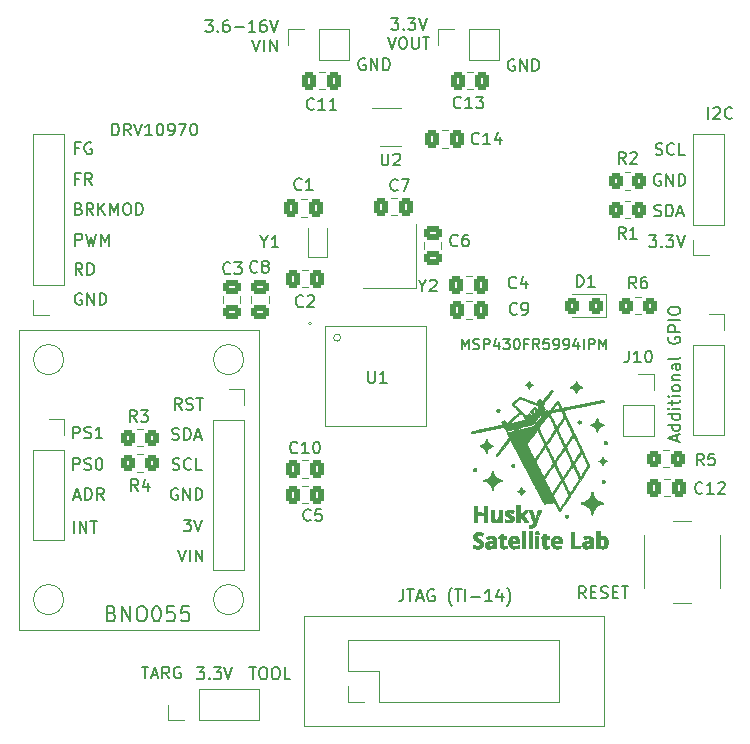
<source format=gbr>
G04 #@! TF.GenerationSoftware,KiCad,Pcbnew,(6.0.0)*
G04 #@! TF.CreationDate,2022-03-03T13:39:48-08:00*
G04 #@! TF.ProjectId,MSP430 Breakout,4d535034-3330-4204-9272-65616b6f7574,rev?*
G04 #@! TF.SameCoordinates,Original*
G04 #@! TF.FileFunction,Legend,Top*
G04 #@! TF.FilePolarity,Positive*
%FSLAX46Y46*%
G04 Gerber Fmt 4.6, Leading zero omitted, Abs format (unit mm)*
G04 Created by KiCad (PCBNEW (6.0.0)) date 2022-03-03 13:39:48*
%MOMM*%
%LPD*%
G01*
G04 APERTURE LIST*
G04 Aperture macros list*
%AMRoundRect*
0 Rectangle with rounded corners*
0 $1 Rounding radius*
0 $2 $3 $4 $5 $6 $7 $8 $9 X,Y pos of 4 corners*
0 Add a 4 corners polygon primitive as box body*
4,1,4,$2,$3,$4,$5,$6,$7,$8,$9,$2,$3,0*
0 Add four circle primitives for the rounded corners*
1,1,$1+$1,$2,$3*
1,1,$1+$1,$4,$5*
1,1,$1+$1,$6,$7*
1,1,$1+$1,$8,$9*
0 Add four rect primitives between the rounded corners*
20,1,$1+$1,$2,$3,$4,$5,0*
20,1,$1+$1,$4,$5,$6,$7,0*
20,1,$1+$1,$6,$7,$8,$9,0*
20,1,$1+$1,$8,$9,$2,$3,0*%
G04 Aperture macros list end*
%ADD10C,0.120000*%
%ADD11C,0.150000*%
%ADD12C,0.177800*%
%ADD13C,0.010000*%
%ADD14RoundRect,0.250000X-0.337500X-0.475000X0.337500X-0.475000X0.337500X0.475000X-0.337500X0.475000X0*%
%ADD15RoundRect,0.250000X0.475000X-0.337500X0.475000X0.337500X-0.475000X0.337500X-0.475000X-0.337500X0*%
%ADD16RoundRect,0.250000X0.337500X0.475000X-0.337500X0.475000X-0.337500X-0.475000X0.337500X-0.475000X0*%
%ADD17R,1.700000X1.700000*%
%ADD18O,1.700000X1.700000*%
%ADD19RoundRect,0.249999X-0.350001X-0.450001X0.350001X-0.450001X0.350001X0.450001X-0.350001X0.450001X0*%
%ADD20RoundRect,0.249999X0.350001X0.450001X-0.350001X0.450001X-0.350001X-0.450001X0.350001X-0.450001X0*%
%ADD21C,2.000000*%
%ADD22O,1.450000X0.299999*%
%ADD23O,0.299999X1.450000*%
%ADD24R,1.060000X0.650000*%
%ADD25R,1.800000X2.100000*%
%ADD26RoundRect,0.249999X0.325001X0.450001X-0.325001X0.450001X-0.325001X-0.450001X0.325001X-0.450001X0*%
%ADD27C,0.800000*%
%ADD28C,5.000000*%
%ADD29R,1.100000X0.600000*%
G04 APERTURE END LIST*
D10*
X139827000Y-108966000D02*
X139827000Y-83566000D01*
X143637000Y-117094000D02*
X143637000Y-107823000D01*
X138557000Y-106426000D02*
G75*
G03*
X138557000Y-106426000I-1270000J0D01*
G01*
X138557000Y-86106000D02*
G75*
G03*
X138557000Y-86106000I-1270000J0D01*
G01*
X123317000Y-86106000D02*
G75*
G03*
X123317000Y-86106000I-1270000J0D01*
G01*
X123317000Y-106426000D02*
G75*
G03*
X123317000Y-106426000I-1270000J0D01*
G01*
X143637000Y-107823000D02*
X169037000Y-107823000D01*
X169037000Y-117094000D02*
X143637000Y-117094000D01*
X119507000Y-108966000D02*
X139827000Y-108966000D01*
X119507000Y-83566000D02*
X119507000Y-108966000D01*
X169037000Y-107823000D02*
X169037000Y-117094000D01*
X139827000Y-83566000D02*
X119507000Y-83566000D01*
D11*
X161480595Y-60714000D02*
X161385357Y-60666380D01*
X161242500Y-60666380D01*
X161099642Y-60714000D01*
X161004404Y-60809238D01*
X160956785Y-60904476D01*
X160909166Y-61094952D01*
X160909166Y-61237809D01*
X160956785Y-61428285D01*
X161004404Y-61523523D01*
X161099642Y-61618761D01*
X161242500Y-61666380D01*
X161337738Y-61666380D01*
X161480595Y-61618761D01*
X161528214Y-61571142D01*
X161528214Y-61237809D01*
X161337738Y-61237809D01*
X161956785Y-61666380D02*
X161956785Y-60666380D01*
X162528214Y-61666380D01*
X162528214Y-60666380D01*
X163004404Y-61666380D02*
X163004404Y-60666380D01*
X163242500Y-60666380D01*
X163385357Y-60714000D01*
X163480595Y-60809238D01*
X163528214Y-60904476D01*
X163575833Y-61094952D01*
X163575833Y-61237809D01*
X163528214Y-61428285D01*
X163480595Y-61523523D01*
X163385357Y-61618761D01*
X163242500Y-61666380D01*
X163004404Y-61666380D01*
X132516714Y-92860761D02*
X132659571Y-92908380D01*
X132897666Y-92908380D01*
X132992904Y-92860761D01*
X133040523Y-92813142D01*
X133088142Y-92717904D01*
X133088142Y-92622666D01*
X133040523Y-92527428D01*
X132992904Y-92479809D01*
X132897666Y-92432190D01*
X132707190Y-92384571D01*
X132611952Y-92336952D01*
X132564333Y-92289333D01*
X132516714Y-92194095D01*
X132516714Y-92098857D01*
X132564333Y-92003619D01*
X132611952Y-91956000D01*
X132707190Y-91908380D01*
X132945285Y-91908380D01*
X133088142Y-91956000D01*
X133516714Y-92908380D02*
X133516714Y-91908380D01*
X133754809Y-91908380D01*
X133897666Y-91956000D01*
X133992904Y-92051238D01*
X134040523Y-92146476D01*
X134088142Y-92336952D01*
X134088142Y-92479809D01*
X134040523Y-92670285D01*
X133992904Y-92765523D01*
X133897666Y-92860761D01*
X133754809Y-92908380D01*
X133516714Y-92908380D01*
X134469095Y-92622666D02*
X134945285Y-92622666D01*
X134373857Y-92908380D02*
X134707190Y-91908380D01*
X135040523Y-92908380D01*
X173347214Y-73937761D02*
X173490071Y-73985380D01*
X173728166Y-73985380D01*
X173823404Y-73937761D01*
X173871023Y-73890142D01*
X173918642Y-73794904D01*
X173918642Y-73699666D01*
X173871023Y-73604428D01*
X173823404Y-73556809D01*
X173728166Y-73509190D01*
X173537690Y-73461571D01*
X173442452Y-73413952D01*
X173394833Y-73366333D01*
X173347214Y-73271095D01*
X173347214Y-73175857D01*
X173394833Y-73080619D01*
X173442452Y-73033000D01*
X173537690Y-72985380D01*
X173775785Y-72985380D01*
X173918642Y-73033000D01*
X174347214Y-73985380D02*
X174347214Y-72985380D01*
X174585309Y-72985380D01*
X174728166Y-73033000D01*
X174823404Y-73128238D01*
X174871023Y-73223476D01*
X174918642Y-73413952D01*
X174918642Y-73556809D01*
X174871023Y-73747285D01*
X174823404Y-73842523D01*
X174728166Y-73937761D01*
X174585309Y-73985380D01*
X174347214Y-73985380D01*
X175299595Y-73699666D02*
X175775785Y-73699666D01*
X175204357Y-73985380D02*
X175537690Y-72985380D01*
X175871023Y-73985380D01*
X139041404Y-112164880D02*
X139612833Y-112164880D01*
X139327119Y-113164880D02*
X139327119Y-112164880D01*
X140136642Y-112164880D02*
X140327119Y-112164880D01*
X140422357Y-112212500D01*
X140517595Y-112307738D01*
X140565214Y-112498214D01*
X140565214Y-112831547D01*
X140517595Y-113022023D01*
X140422357Y-113117261D01*
X140327119Y-113164880D01*
X140136642Y-113164880D01*
X140041404Y-113117261D01*
X139946166Y-113022023D01*
X139898547Y-112831547D01*
X139898547Y-112498214D01*
X139946166Y-112307738D01*
X140041404Y-112212500D01*
X140136642Y-112164880D01*
X141184261Y-112164880D02*
X141374738Y-112164880D01*
X141469976Y-112212500D01*
X141565214Y-112307738D01*
X141612833Y-112498214D01*
X141612833Y-112831547D01*
X141565214Y-113022023D01*
X141469976Y-113117261D01*
X141374738Y-113164880D01*
X141184261Y-113164880D01*
X141089023Y-113117261D01*
X140993785Y-113022023D01*
X140946166Y-112831547D01*
X140946166Y-112498214D01*
X140993785Y-112307738D01*
X141089023Y-112212500D01*
X141184261Y-112164880D01*
X142517595Y-113164880D02*
X142041404Y-113164880D01*
X142041404Y-112164880D01*
X124904523Y-78938380D02*
X124571190Y-78462190D01*
X124333095Y-78938380D02*
X124333095Y-77938380D01*
X124714047Y-77938380D01*
X124809285Y-77986000D01*
X124856904Y-78033619D01*
X124904523Y-78128857D01*
X124904523Y-78271714D01*
X124856904Y-78366952D01*
X124809285Y-78414571D01*
X124714047Y-78462190D01*
X124333095Y-78462190D01*
X125333095Y-78938380D02*
X125333095Y-77938380D01*
X125571190Y-77938380D01*
X125714047Y-77986000D01*
X125809285Y-78081238D01*
X125856904Y-78176476D01*
X125904523Y-78366952D01*
X125904523Y-78509809D01*
X125856904Y-78700285D01*
X125809285Y-78795523D01*
X125714047Y-78890761D01*
X125571190Y-78938380D01*
X125333095Y-78938380D01*
X127429071Y-67127380D02*
X127429071Y-66127380D01*
X127667166Y-66127380D01*
X127810023Y-66175000D01*
X127905261Y-66270238D01*
X127952880Y-66365476D01*
X128000500Y-66555952D01*
X128000500Y-66698809D01*
X127952880Y-66889285D01*
X127905261Y-66984523D01*
X127810023Y-67079761D01*
X127667166Y-67127380D01*
X127429071Y-67127380D01*
X129000500Y-67127380D02*
X128667166Y-66651190D01*
X128429071Y-67127380D02*
X128429071Y-66127380D01*
X128810023Y-66127380D01*
X128905261Y-66175000D01*
X128952880Y-66222619D01*
X129000500Y-66317857D01*
X129000500Y-66460714D01*
X128952880Y-66555952D01*
X128905261Y-66603571D01*
X128810023Y-66651190D01*
X128429071Y-66651190D01*
X129286214Y-66127380D02*
X129619547Y-67127380D01*
X129952880Y-66127380D01*
X130810023Y-67127380D02*
X130238595Y-67127380D01*
X130524309Y-67127380D02*
X130524309Y-66127380D01*
X130429071Y-66270238D01*
X130333833Y-66365476D01*
X130238595Y-66413095D01*
X131429071Y-66127380D02*
X131524309Y-66127380D01*
X131619547Y-66175000D01*
X131667166Y-66222619D01*
X131714785Y-66317857D01*
X131762404Y-66508333D01*
X131762404Y-66746428D01*
X131714785Y-66936904D01*
X131667166Y-67032142D01*
X131619547Y-67079761D01*
X131524309Y-67127380D01*
X131429071Y-67127380D01*
X131333833Y-67079761D01*
X131286214Y-67032142D01*
X131238595Y-66936904D01*
X131190976Y-66746428D01*
X131190976Y-66508333D01*
X131238595Y-66317857D01*
X131286214Y-66222619D01*
X131333833Y-66175000D01*
X131429071Y-66127380D01*
X132238595Y-67127380D02*
X132429071Y-67127380D01*
X132524309Y-67079761D01*
X132571928Y-67032142D01*
X132667166Y-66889285D01*
X132714785Y-66698809D01*
X132714785Y-66317857D01*
X132667166Y-66222619D01*
X132619547Y-66175000D01*
X132524309Y-66127380D01*
X132333833Y-66127380D01*
X132238595Y-66175000D01*
X132190976Y-66222619D01*
X132143357Y-66317857D01*
X132143357Y-66555952D01*
X132190976Y-66651190D01*
X132238595Y-66698809D01*
X132333833Y-66746428D01*
X132524309Y-66746428D01*
X132619547Y-66698809D01*
X132667166Y-66651190D01*
X132714785Y-66555952D01*
X133048119Y-66127380D02*
X133714785Y-66127380D01*
X133286214Y-67127380D01*
X134286214Y-66127380D02*
X134381452Y-66127380D01*
X134476690Y-66175000D01*
X134524309Y-66222619D01*
X134571928Y-66317857D01*
X134619547Y-66508333D01*
X134619547Y-66746428D01*
X134571928Y-66936904D01*
X134524309Y-67032142D01*
X134476690Y-67079761D01*
X134381452Y-67127380D01*
X134286214Y-67127380D01*
X134190976Y-67079761D01*
X134143357Y-67032142D01*
X134095738Y-66936904D01*
X134048119Y-66746428D01*
X134048119Y-66508333D01*
X134095738Y-66317857D01*
X134143357Y-66222619D01*
X134190976Y-66175000D01*
X134286214Y-66127380D01*
X124190238Y-100782380D02*
X124190238Y-99782380D01*
X124666428Y-100782380D02*
X124666428Y-99782380D01*
X125237857Y-100782380D01*
X125237857Y-99782380D01*
X125571190Y-99782380D02*
X126142619Y-99782380D01*
X125856904Y-100782380D02*
X125856904Y-99782380D01*
X124325238Y-76461880D02*
X124325238Y-75461880D01*
X124706190Y-75461880D01*
X124801428Y-75509500D01*
X124849047Y-75557119D01*
X124896666Y-75652357D01*
X124896666Y-75795214D01*
X124849047Y-75890452D01*
X124801428Y-75938071D01*
X124706190Y-75985690D01*
X124325238Y-75985690D01*
X125230000Y-75461880D02*
X125468095Y-76461880D01*
X125658571Y-75747595D01*
X125849047Y-76461880D01*
X126087142Y-75461880D01*
X126468095Y-76461880D02*
X126468095Y-75461880D01*
X126801428Y-76176166D01*
X127134761Y-75461880D01*
X127134761Y-76461880D01*
X133310380Y-90368380D02*
X132977047Y-89892190D01*
X132738952Y-90368380D02*
X132738952Y-89368380D01*
X133119904Y-89368380D01*
X133215142Y-89416000D01*
X133262761Y-89463619D01*
X133310380Y-89558857D01*
X133310380Y-89701714D01*
X133262761Y-89796952D01*
X133215142Y-89844571D01*
X133119904Y-89892190D01*
X132738952Y-89892190D01*
X133691333Y-90320761D02*
X133834190Y-90368380D01*
X134072285Y-90368380D01*
X134167523Y-90320761D01*
X134215142Y-90273142D01*
X134262761Y-90177904D01*
X134262761Y-90082666D01*
X134215142Y-89987428D01*
X134167523Y-89939809D01*
X134072285Y-89892190D01*
X133881809Y-89844571D01*
X133786571Y-89796952D01*
X133738952Y-89749333D01*
X133691333Y-89654095D01*
X133691333Y-89558857D01*
X133738952Y-89463619D01*
X133786571Y-89416000D01*
X133881809Y-89368380D01*
X134119904Y-89368380D01*
X134262761Y-89416000D01*
X134548476Y-89368380D02*
X135119904Y-89368380D01*
X134834190Y-90368380D02*
X134834190Y-89368380D01*
X173434523Y-68730761D02*
X173577380Y-68778380D01*
X173815476Y-68778380D01*
X173910714Y-68730761D01*
X173958333Y-68683142D01*
X174005952Y-68587904D01*
X174005952Y-68492666D01*
X173958333Y-68397428D01*
X173910714Y-68349809D01*
X173815476Y-68302190D01*
X173625000Y-68254571D01*
X173529761Y-68206952D01*
X173482142Y-68159333D01*
X173434523Y-68064095D01*
X173434523Y-67968857D01*
X173482142Y-67873619D01*
X173529761Y-67826000D01*
X173625000Y-67778380D01*
X173863095Y-67778380D01*
X174005952Y-67826000D01*
X175005952Y-68683142D02*
X174958333Y-68730761D01*
X174815476Y-68778380D01*
X174720238Y-68778380D01*
X174577380Y-68730761D01*
X174482142Y-68635523D01*
X174434523Y-68540285D01*
X174386904Y-68349809D01*
X174386904Y-68206952D01*
X174434523Y-68016476D01*
X174482142Y-67921238D01*
X174577380Y-67826000D01*
X174720238Y-67778380D01*
X174815476Y-67778380D01*
X174958333Y-67826000D01*
X175005952Y-67873619D01*
X175910714Y-68778380D02*
X175434523Y-68778380D01*
X175434523Y-67778380D01*
X124237904Y-97702666D02*
X124714095Y-97702666D01*
X124142666Y-97988380D02*
X124476000Y-96988380D01*
X124809333Y-97988380D01*
X125142666Y-97988380D02*
X125142666Y-96988380D01*
X125380761Y-96988380D01*
X125523619Y-97036000D01*
X125618857Y-97131238D01*
X125666476Y-97226476D01*
X125714095Y-97416952D01*
X125714095Y-97559809D01*
X125666476Y-97750285D01*
X125618857Y-97845523D01*
X125523619Y-97940761D01*
X125380761Y-97988380D01*
X125142666Y-97988380D01*
X126714095Y-97988380D02*
X126380761Y-97512190D01*
X126142666Y-97988380D02*
X126142666Y-96988380D01*
X126523619Y-96988380D01*
X126618857Y-97036000D01*
X126666476Y-97083619D01*
X126714095Y-97178857D01*
X126714095Y-97321714D01*
X126666476Y-97416952D01*
X126618857Y-97464571D01*
X126523619Y-97512190D01*
X126142666Y-97512190D01*
X135318880Y-57364380D02*
X135937928Y-57364380D01*
X135604595Y-57745333D01*
X135747452Y-57745333D01*
X135842690Y-57792952D01*
X135890309Y-57840571D01*
X135937928Y-57935809D01*
X135937928Y-58173904D01*
X135890309Y-58269142D01*
X135842690Y-58316761D01*
X135747452Y-58364380D01*
X135461738Y-58364380D01*
X135366500Y-58316761D01*
X135318880Y-58269142D01*
X136366500Y-58269142D02*
X136414119Y-58316761D01*
X136366500Y-58364380D01*
X136318880Y-58316761D01*
X136366500Y-58269142D01*
X136366500Y-58364380D01*
X137271261Y-57364380D02*
X137080785Y-57364380D01*
X136985547Y-57412000D01*
X136937928Y-57459619D01*
X136842690Y-57602476D01*
X136795071Y-57792952D01*
X136795071Y-58173904D01*
X136842690Y-58269142D01*
X136890309Y-58316761D01*
X136985547Y-58364380D01*
X137176023Y-58364380D01*
X137271261Y-58316761D01*
X137318880Y-58269142D01*
X137366500Y-58173904D01*
X137366500Y-57935809D01*
X137318880Y-57840571D01*
X137271261Y-57792952D01*
X137176023Y-57745333D01*
X136985547Y-57745333D01*
X136890309Y-57792952D01*
X136842690Y-57840571D01*
X136795071Y-57935809D01*
X137795071Y-57983428D02*
X138556976Y-57983428D01*
X139556976Y-58364380D02*
X138985547Y-58364380D01*
X139271261Y-58364380D02*
X139271261Y-57364380D01*
X139176023Y-57507238D01*
X139080785Y-57602476D01*
X138985547Y-57650095D01*
X140414119Y-57364380D02*
X140223642Y-57364380D01*
X140128404Y-57412000D01*
X140080785Y-57459619D01*
X139985547Y-57602476D01*
X139937928Y-57792952D01*
X139937928Y-58173904D01*
X139985547Y-58269142D01*
X140033166Y-58316761D01*
X140128404Y-58364380D01*
X140318880Y-58364380D01*
X140414119Y-58316761D01*
X140461738Y-58269142D01*
X140509357Y-58173904D01*
X140509357Y-57935809D01*
X140461738Y-57840571D01*
X140414119Y-57792952D01*
X140318880Y-57745333D01*
X140128404Y-57745333D01*
X140033166Y-57792952D01*
X139985547Y-57840571D01*
X139937928Y-57935809D01*
X140795071Y-57364380D02*
X141128404Y-58364380D01*
X141461738Y-57364380D01*
X124610857Y-70794571D02*
X124277523Y-70794571D01*
X124277523Y-71318380D02*
X124277523Y-70318380D01*
X124753714Y-70318380D01*
X125706095Y-71318380D02*
X125372761Y-70842190D01*
X125134666Y-71318380D02*
X125134666Y-70318380D01*
X125515619Y-70318380D01*
X125610857Y-70366000D01*
X125658476Y-70413619D01*
X125706095Y-70508857D01*
X125706095Y-70651714D01*
X125658476Y-70746952D01*
X125610857Y-70794571D01*
X125515619Y-70842190D01*
X125134666Y-70842190D01*
X173863095Y-70429500D02*
X173767857Y-70381880D01*
X173625000Y-70381880D01*
X173482142Y-70429500D01*
X173386904Y-70524738D01*
X173339285Y-70619976D01*
X173291666Y-70810452D01*
X173291666Y-70953309D01*
X173339285Y-71143785D01*
X173386904Y-71239023D01*
X173482142Y-71334261D01*
X173625000Y-71381880D01*
X173720238Y-71381880D01*
X173863095Y-71334261D01*
X173910714Y-71286642D01*
X173910714Y-70953309D01*
X173720238Y-70953309D01*
X174339285Y-71381880D02*
X174339285Y-70381880D01*
X174910714Y-71381880D01*
X174910714Y-70381880D01*
X175386904Y-71381880D02*
X175386904Y-70381880D01*
X175625000Y-70381880D01*
X175767857Y-70429500D01*
X175863095Y-70524738D01*
X175910714Y-70619976D01*
X175958333Y-70810452D01*
X175958333Y-70953309D01*
X175910714Y-71143785D01*
X175863095Y-71239023D01*
X175767857Y-71334261D01*
X175625000Y-71381880D01*
X175386904Y-71381880D01*
X134604309Y-112164880D02*
X135223357Y-112164880D01*
X134890023Y-112545833D01*
X135032880Y-112545833D01*
X135128119Y-112593452D01*
X135175738Y-112641071D01*
X135223357Y-112736309D01*
X135223357Y-112974404D01*
X135175738Y-113069642D01*
X135128119Y-113117261D01*
X135032880Y-113164880D01*
X134747166Y-113164880D01*
X134651928Y-113117261D01*
X134604309Y-113069642D01*
X135651928Y-113069642D02*
X135699547Y-113117261D01*
X135651928Y-113164880D01*
X135604309Y-113117261D01*
X135651928Y-113069642D01*
X135651928Y-113164880D01*
X136032880Y-112164880D02*
X136651928Y-112164880D01*
X136318595Y-112545833D01*
X136461452Y-112545833D01*
X136556690Y-112593452D01*
X136604309Y-112641071D01*
X136651928Y-112736309D01*
X136651928Y-112974404D01*
X136604309Y-113069642D01*
X136556690Y-113117261D01*
X136461452Y-113164880D01*
X136175738Y-113164880D01*
X136080500Y-113117261D01*
X136032880Y-113069642D01*
X136937642Y-112164880D02*
X137270976Y-113164880D01*
X137604309Y-112164880D01*
X175236166Y-92979166D02*
X175236166Y-92502976D01*
X175521880Y-93074404D02*
X174521880Y-92741071D01*
X175521880Y-92407738D01*
X175521880Y-91645833D02*
X174521880Y-91645833D01*
X175474261Y-91645833D02*
X175521880Y-91741071D01*
X175521880Y-91931547D01*
X175474261Y-92026785D01*
X175426642Y-92074404D01*
X175331404Y-92122023D01*
X175045690Y-92122023D01*
X174950452Y-92074404D01*
X174902833Y-92026785D01*
X174855214Y-91931547D01*
X174855214Y-91741071D01*
X174902833Y-91645833D01*
X175521880Y-90741071D02*
X174521880Y-90741071D01*
X175474261Y-90741071D02*
X175521880Y-90836309D01*
X175521880Y-91026785D01*
X175474261Y-91122023D01*
X175426642Y-91169642D01*
X175331404Y-91217261D01*
X175045690Y-91217261D01*
X174950452Y-91169642D01*
X174902833Y-91122023D01*
X174855214Y-91026785D01*
X174855214Y-90836309D01*
X174902833Y-90741071D01*
X175521880Y-90264880D02*
X174855214Y-90264880D01*
X174521880Y-90264880D02*
X174569500Y-90312500D01*
X174617119Y-90264880D01*
X174569500Y-90217261D01*
X174521880Y-90264880D01*
X174617119Y-90264880D01*
X174855214Y-89931547D02*
X174855214Y-89550595D01*
X174521880Y-89788690D02*
X175379023Y-89788690D01*
X175474261Y-89741071D01*
X175521880Y-89645833D01*
X175521880Y-89550595D01*
X175521880Y-89217261D02*
X174855214Y-89217261D01*
X174521880Y-89217261D02*
X174569500Y-89264880D01*
X174617119Y-89217261D01*
X174569500Y-89169642D01*
X174521880Y-89217261D01*
X174617119Y-89217261D01*
X175521880Y-88598214D02*
X175474261Y-88693452D01*
X175426642Y-88741071D01*
X175331404Y-88788690D01*
X175045690Y-88788690D01*
X174950452Y-88741071D01*
X174902833Y-88693452D01*
X174855214Y-88598214D01*
X174855214Y-88455357D01*
X174902833Y-88360119D01*
X174950452Y-88312500D01*
X175045690Y-88264880D01*
X175331404Y-88264880D01*
X175426642Y-88312500D01*
X175474261Y-88360119D01*
X175521880Y-88455357D01*
X175521880Y-88598214D01*
X174855214Y-87836309D02*
X175521880Y-87836309D01*
X174950452Y-87836309D02*
X174902833Y-87788690D01*
X174855214Y-87693452D01*
X174855214Y-87550595D01*
X174902833Y-87455357D01*
X174998071Y-87407738D01*
X175521880Y-87407738D01*
X175521880Y-86502976D02*
X174998071Y-86502976D01*
X174902833Y-86550595D01*
X174855214Y-86645833D01*
X174855214Y-86836309D01*
X174902833Y-86931547D01*
X175474261Y-86502976D02*
X175521880Y-86598214D01*
X175521880Y-86836309D01*
X175474261Y-86931547D01*
X175379023Y-86979166D01*
X175283785Y-86979166D01*
X175188547Y-86931547D01*
X175140928Y-86836309D01*
X175140928Y-86598214D01*
X175093309Y-86502976D01*
X175521880Y-85883928D02*
X175474261Y-85979166D01*
X175379023Y-86026785D01*
X174521880Y-86026785D01*
X174569500Y-84217261D02*
X174521880Y-84312500D01*
X174521880Y-84455357D01*
X174569500Y-84598214D01*
X174664738Y-84693452D01*
X174759976Y-84741071D01*
X174950452Y-84788690D01*
X175093309Y-84788690D01*
X175283785Y-84741071D01*
X175379023Y-84693452D01*
X175474261Y-84598214D01*
X175521880Y-84455357D01*
X175521880Y-84360119D01*
X175474261Y-84217261D01*
X175426642Y-84169642D01*
X175093309Y-84169642D01*
X175093309Y-84360119D01*
X175521880Y-83741071D02*
X174521880Y-83741071D01*
X174521880Y-83360119D01*
X174569500Y-83264880D01*
X174617119Y-83217261D01*
X174712357Y-83169642D01*
X174855214Y-83169642D01*
X174950452Y-83217261D01*
X174998071Y-83264880D01*
X175045690Y-83360119D01*
X175045690Y-83741071D01*
X175521880Y-82741071D02*
X174521880Y-82741071D01*
X174521880Y-82074404D02*
X174521880Y-81883928D01*
X174569500Y-81788690D01*
X174664738Y-81693452D01*
X174855214Y-81645833D01*
X175188547Y-81645833D01*
X175379023Y-81693452D01*
X175474261Y-81788690D01*
X175521880Y-81883928D01*
X175521880Y-82074404D01*
X175474261Y-82169642D01*
X175379023Y-82264880D01*
X175188547Y-82312500D01*
X174855214Y-82312500D01*
X174664738Y-82264880D01*
X174569500Y-82169642D01*
X174521880Y-82074404D01*
X172894809Y-75588880D02*
X173513857Y-75588880D01*
X173180523Y-75969833D01*
X173323380Y-75969833D01*
X173418619Y-76017452D01*
X173466238Y-76065071D01*
X173513857Y-76160309D01*
X173513857Y-76398404D01*
X173466238Y-76493642D01*
X173418619Y-76541261D01*
X173323380Y-76588880D01*
X173037666Y-76588880D01*
X172942428Y-76541261D01*
X172894809Y-76493642D01*
X173942428Y-76493642D02*
X173990047Y-76541261D01*
X173942428Y-76588880D01*
X173894809Y-76541261D01*
X173942428Y-76493642D01*
X173942428Y-76588880D01*
X174323380Y-75588880D02*
X174942428Y-75588880D01*
X174609095Y-75969833D01*
X174751952Y-75969833D01*
X174847190Y-76017452D01*
X174894809Y-76065071D01*
X174942428Y-76160309D01*
X174942428Y-76398404D01*
X174894809Y-76493642D01*
X174847190Y-76541261D01*
X174751952Y-76588880D01*
X174466238Y-76588880D01*
X174371000Y-76541261D01*
X174323380Y-76493642D01*
X175228142Y-75588880D02*
X175561476Y-76588880D01*
X175894809Y-75588880D01*
X148844095Y-60650500D02*
X148748857Y-60602880D01*
X148606000Y-60602880D01*
X148463142Y-60650500D01*
X148367904Y-60745738D01*
X148320285Y-60840976D01*
X148272666Y-61031452D01*
X148272666Y-61174309D01*
X148320285Y-61364785D01*
X148367904Y-61460023D01*
X148463142Y-61555261D01*
X148606000Y-61602880D01*
X148701238Y-61602880D01*
X148844095Y-61555261D01*
X148891714Y-61507642D01*
X148891714Y-61174309D01*
X148701238Y-61174309D01*
X149320285Y-61602880D02*
X149320285Y-60602880D01*
X149891714Y-61602880D01*
X149891714Y-60602880D01*
X150367904Y-61602880D02*
X150367904Y-60602880D01*
X150606000Y-60602880D01*
X150748857Y-60650500D01*
X150844095Y-60745738D01*
X150891714Y-60840976D01*
X150939333Y-61031452D01*
X150939333Y-61174309D01*
X150891714Y-61364785D01*
X150844095Y-61460023D01*
X150748857Y-61555261D01*
X150606000Y-61602880D01*
X150367904Y-61602880D01*
D12*
X127374952Y-107605285D02*
X127556380Y-107665761D01*
X127616857Y-107726238D01*
X127677333Y-107847190D01*
X127677333Y-108028619D01*
X127616857Y-108149571D01*
X127556380Y-108210047D01*
X127435428Y-108270523D01*
X126951619Y-108270523D01*
X126951619Y-107000523D01*
X127374952Y-107000523D01*
X127495904Y-107061000D01*
X127556380Y-107121476D01*
X127616857Y-107242428D01*
X127616857Y-107363380D01*
X127556380Y-107484333D01*
X127495904Y-107544809D01*
X127374952Y-107605285D01*
X126951619Y-107605285D01*
X128221619Y-108270523D02*
X128221619Y-107000523D01*
X128947333Y-108270523D01*
X128947333Y-107000523D01*
X129794000Y-107000523D02*
X130035904Y-107000523D01*
X130156857Y-107061000D01*
X130277809Y-107181952D01*
X130338285Y-107423857D01*
X130338285Y-107847190D01*
X130277809Y-108089095D01*
X130156857Y-108210047D01*
X130035904Y-108270523D01*
X129794000Y-108270523D01*
X129673047Y-108210047D01*
X129552095Y-108089095D01*
X129491619Y-107847190D01*
X129491619Y-107423857D01*
X129552095Y-107181952D01*
X129673047Y-107061000D01*
X129794000Y-107000523D01*
X131124476Y-107000523D02*
X131245428Y-107000523D01*
X131366380Y-107061000D01*
X131426857Y-107121476D01*
X131487333Y-107242428D01*
X131547809Y-107484333D01*
X131547809Y-107786714D01*
X131487333Y-108028619D01*
X131426857Y-108149571D01*
X131366380Y-108210047D01*
X131245428Y-108270523D01*
X131124476Y-108270523D01*
X131003523Y-108210047D01*
X130943047Y-108149571D01*
X130882571Y-108028619D01*
X130822095Y-107786714D01*
X130822095Y-107484333D01*
X130882571Y-107242428D01*
X130943047Y-107121476D01*
X131003523Y-107061000D01*
X131124476Y-107000523D01*
X132696857Y-107000523D02*
X132092095Y-107000523D01*
X132031619Y-107605285D01*
X132092095Y-107544809D01*
X132213047Y-107484333D01*
X132515428Y-107484333D01*
X132636380Y-107544809D01*
X132696857Y-107605285D01*
X132757333Y-107726238D01*
X132757333Y-108028619D01*
X132696857Y-108149571D01*
X132636380Y-108210047D01*
X132515428Y-108270523D01*
X132213047Y-108270523D01*
X132092095Y-108210047D01*
X132031619Y-108149571D01*
X133906380Y-107000523D02*
X133301619Y-107000523D01*
X133241142Y-107605285D01*
X133301619Y-107544809D01*
X133422571Y-107484333D01*
X133724952Y-107484333D01*
X133845904Y-107544809D01*
X133906380Y-107605285D01*
X133966857Y-107726238D01*
X133966857Y-108028619D01*
X133906380Y-108149571D01*
X133845904Y-108210047D01*
X133724952Y-108270523D01*
X133422571Y-108270523D01*
X133301619Y-108210047D01*
X133241142Y-108149571D01*
D11*
X177903309Y-65730380D02*
X177903309Y-64730380D01*
X178331880Y-64825619D02*
X178379500Y-64778000D01*
X178474738Y-64730380D01*
X178712833Y-64730380D01*
X178808071Y-64778000D01*
X178855690Y-64825619D01*
X178903309Y-64920857D01*
X178903309Y-65016095D01*
X178855690Y-65158952D01*
X178284261Y-65730380D01*
X178903309Y-65730380D01*
X179903309Y-65635142D02*
X179855690Y-65682761D01*
X179712833Y-65730380D01*
X179617595Y-65730380D01*
X179474738Y-65682761D01*
X179379500Y-65587523D01*
X179331880Y-65492285D01*
X179284261Y-65301809D01*
X179284261Y-65158952D01*
X179331880Y-64968476D01*
X179379500Y-64873238D01*
X179474738Y-64778000D01*
X179617595Y-64730380D01*
X179712833Y-64730380D01*
X179855690Y-64778000D01*
X179903309Y-64825619D01*
X152059238Y-105560880D02*
X152059238Y-106275166D01*
X152011619Y-106418023D01*
X151916380Y-106513261D01*
X151773523Y-106560880D01*
X151678285Y-106560880D01*
X152392571Y-105560880D02*
X152964000Y-105560880D01*
X152678285Y-106560880D02*
X152678285Y-105560880D01*
X153249714Y-106275166D02*
X153725904Y-106275166D01*
X153154476Y-106560880D02*
X153487809Y-105560880D01*
X153821142Y-106560880D01*
X154678285Y-105608500D02*
X154583047Y-105560880D01*
X154440190Y-105560880D01*
X154297333Y-105608500D01*
X154202095Y-105703738D01*
X154154476Y-105798976D01*
X154106857Y-105989452D01*
X154106857Y-106132309D01*
X154154476Y-106322785D01*
X154202095Y-106418023D01*
X154297333Y-106513261D01*
X154440190Y-106560880D01*
X154535428Y-106560880D01*
X154678285Y-106513261D01*
X154725904Y-106465642D01*
X154725904Y-106132309D01*
X154535428Y-106132309D01*
X156202095Y-106941833D02*
X156154476Y-106894214D01*
X156059238Y-106751357D01*
X156011619Y-106656119D01*
X155964000Y-106513261D01*
X155916380Y-106275166D01*
X155916380Y-106084690D01*
X155964000Y-105846595D01*
X156011619Y-105703738D01*
X156059238Y-105608500D01*
X156154476Y-105465642D01*
X156202095Y-105418023D01*
X156440190Y-105560880D02*
X157011619Y-105560880D01*
X156725904Y-106560880D02*
X156725904Y-105560880D01*
X157344952Y-106560880D02*
X157344952Y-105560880D01*
X157821142Y-106179928D02*
X158583047Y-106179928D01*
X159583047Y-106560880D02*
X159011619Y-106560880D01*
X159297333Y-106560880D02*
X159297333Y-105560880D01*
X159202095Y-105703738D01*
X159106857Y-105798976D01*
X159011619Y-105846595D01*
X160440190Y-105894214D02*
X160440190Y-106560880D01*
X160202095Y-105513261D02*
X159964000Y-106227547D01*
X160583047Y-106227547D01*
X160868761Y-106941833D02*
X160916380Y-106894214D01*
X161011619Y-106751357D01*
X161059238Y-106656119D01*
X161106857Y-106513261D01*
X161154476Y-106275166D01*
X161154476Y-106084690D01*
X161106857Y-105846595D01*
X161059238Y-105703738D01*
X161011619Y-105608500D01*
X160916380Y-105465642D01*
X160868761Y-105418023D01*
X132540523Y-95400761D02*
X132683380Y-95448380D01*
X132921476Y-95448380D01*
X133016714Y-95400761D01*
X133064333Y-95353142D01*
X133111952Y-95257904D01*
X133111952Y-95162666D01*
X133064333Y-95067428D01*
X133016714Y-95019809D01*
X132921476Y-94972190D01*
X132731000Y-94924571D01*
X132635761Y-94876952D01*
X132588142Y-94829333D01*
X132540523Y-94734095D01*
X132540523Y-94638857D01*
X132588142Y-94543619D01*
X132635761Y-94496000D01*
X132731000Y-94448380D01*
X132969095Y-94448380D01*
X133111952Y-94496000D01*
X134111952Y-95353142D02*
X134064333Y-95400761D01*
X133921476Y-95448380D01*
X133826238Y-95448380D01*
X133683380Y-95400761D01*
X133588142Y-95305523D01*
X133540523Y-95210285D01*
X133492904Y-95019809D01*
X133492904Y-94876952D01*
X133540523Y-94686476D01*
X133588142Y-94591238D01*
X133683380Y-94496000D01*
X133826238Y-94448380D01*
X133921476Y-94448380D01*
X134064333Y-94496000D01*
X134111952Y-94543619D01*
X135016714Y-95448380D02*
X134540523Y-95448380D01*
X134540523Y-94448380D01*
X124603190Y-73334571D02*
X124746047Y-73382190D01*
X124793666Y-73429809D01*
X124841285Y-73525047D01*
X124841285Y-73667904D01*
X124793666Y-73763142D01*
X124746047Y-73810761D01*
X124650809Y-73858380D01*
X124269857Y-73858380D01*
X124269857Y-72858380D01*
X124603190Y-72858380D01*
X124698428Y-72906000D01*
X124746047Y-72953619D01*
X124793666Y-73048857D01*
X124793666Y-73144095D01*
X124746047Y-73239333D01*
X124698428Y-73286952D01*
X124603190Y-73334571D01*
X124269857Y-73334571D01*
X125841285Y-73858380D02*
X125507952Y-73382190D01*
X125269857Y-73858380D02*
X125269857Y-72858380D01*
X125650809Y-72858380D01*
X125746047Y-72906000D01*
X125793666Y-72953619D01*
X125841285Y-73048857D01*
X125841285Y-73191714D01*
X125793666Y-73286952D01*
X125746047Y-73334571D01*
X125650809Y-73382190D01*
X125269857Y-73382190D01*
X126269857Y-73858380D02*
X126269857Y-72858380D01*
X126841285Y-73858380D02*
X126412714Y-73286952D01*
X126841285Y-72858380D02*
X126269857Y-73429809D01*
X127269857Y-73858380D02*
X127269857Y-72858380D01*
X127603190Y-73572666D01*
X127936523Y-72858380D01*
X127936523Y-73858380D01*
X128603190Y-72858380D02*
X128793666Y-72858380D01*
X128888904Y-72906000D01*
X128984142Y-73001238D01*
X129031761Y-73191714D01*
X129031761Y-73525047D01*
X128984142Y-73715523D01*
X128888904Y-73810761D01*
X128793666Y-73858380D01*
X128603190Y-73858380D01*
X128507952Y-73810761D01*
X128412714Y-73715523D01*
X128365095Y-73525047D01*
X128365095Y-73191714D01*
X128412714Y-73001238D01*
X128507952Y-72906000D01*
X128603190Y-72858380D01*
X129460333Y-73858380D02*
X129460333Y-72858380D01*
X129698428Y-72858380D01*
X129841285Y-72906000D01*
X129936523Y-73001238D01*
X129984142Y-73096476D01*
X130031761Y-73286952D01*
X130031761Y-73429809D01*
X129984142Y-73620285D01*
X129936523Y-73715523D01*
X129841285Y-73810761D01*
X129698428Y-73858380D01*
X129460333Y-73858380D01*
X167521119Y-106306880D02*
X167187785Y-105830690D01*
X166949690Y-106306880D02*
X166949690Y-105306880D01*
X167330642Y-105306880D01*
X167425880Y-105354500D01*
X167473500Y-105402119D01*
X167521119Y-105497357D01*
X167521119Y-105640214D01*
X167473500Y-105735452D01*
X167425880Y-105783071D01*
X167330642Y-105830690D01*
X166949690Y-105830690D01*
X167949690Y-105783071D02*
X168283023Y-105783071D01*
X168425880Y-106306880D02*
X167949690Y-106306880D01*
X167949690Y-105306880D01*
X168425880Y-105306880D01*
X168806833Y-106259261D02*
X168949690Y-106306880D01*
X169187785Y-106306880D01*
X169283023Y-106259261D01*
X169330642Y-106211642D01*
X169378261Y-106116404D01*
X169378261Y-106021166D01*
X169330642Y-105925928D01*
X169283023Y-105878309D01*
X169187785Y-105830690D01*
X168997309Y-105783071D01*
X168902071Y-105735452D01*
X168854452Y-105687833D01*
X168806833Y-105592595D01*
X168806833Y-105497357D01*
X168854452Y-105402119D01*
X168902071Y-105354500D01*
X168997309Y-105306880D01*
X169235404Y-105306880D01*
X169378261Y-105354500D01*
X169806833Y-105783071D02*
X170140166Y-105783071D01*
X170283023Y-106306880D02*
X169806833Y-106306880D01*
X169806833Y-105306880D01*
X170283023Y-105306880D01*
X170568738Y-105306880D02*
X171140166Y-105306880D01*
X170854452Y-106306880D02*
X170854452Y-105306880D01*
X129921214Y-112101380D02*
X130492642Y-112101380D01*
X130206928Y-113101380D02*
X130206928Y-112101380D01*
X130778357Y-112815666D02*
X131254547Y-112815666D01*
X130683119Y-113101380D02*
X131016452Y-112101380D01*
X131349785Y-113101380D01*
X132254547Y-113101380D02*
X131921214Y-112625190D01*
X131683119Y-113101380D02*
X131683119Y-112101380D01*
X132064071Y-112101380D01*
X132159309Y-112149000D01*
X132206928Y-112196619D01*
X132254547Y-112291857D01*
X132254547Y-112434714D01*
X132206928Y-112529952D01*
X132159309Y-112577571D01*
X132064071Y-112625190D01*
X131683119Y-112625190D01*
X133206928Y-112149000D02*
X133111690Y-112101380D01*
X132968833Y-112101380D01*
X132825976Y-112149000D01*
X132730738Y-112244238D01*
X132683119Y-112339476D01*
X132635500Y-112529952D01*
X132635500Y-112672809D01*
X132683119Y-112863285D01*
X132730738Y-112958523D01*
X132825976Y-113053761D01*
X132968833Y-113101380D01*
X133064071Y-113101380D01*
X133206928Y-113053761D01*
X133254547Y-113006142D01*
X133254547Y-112672809D01*
X133064071Y-112672809D01*
X133016761Y-102195380D02*
X133350095Y-103195380D01*
X133683428Y-102195380D01*
X134016761Y-103195380D02*
X134016761Y-102195380D01*
X134492952Y-103195380D02*
X134492952Y-102195380D01*
X135064380Y-103195380D01*
X135064380Y-102195380D01*
X133477095Y-99655380D02*
X134096142Y-99655380D01*
X133762809Y-100036333D01*
X133905666Y-100036333D01*
X134000904Y-100083952D01*
X134048523Y-100131571D01*
X134096142Y-100226809D01*
X134096142Y-100464904D01*
X134048523Y-100560142D01*
X134000904Y-100607761D01*
X133905666Y-100655380D01*
X133619952Y-100655380D01*
X133524714Y-100607761D01*
X133477095Y-100560142D01*
X134381857Y-99655380D02*
X134715190Y-100655380D01*
X135048523Y-99655380D01*
X151050809Y-57194380D02*
X151669857Y-57194380D01*
X151336523Y-57575333D01*
X151479380Y-57575333D01*
X151574619Y-57622952D01*
X151622238Y-57670571D01*
X151669857Y-57765809D01*
X151669857Y-58003904D01*
X151622238Y-58099142D01*
X151574619Y-58146761D01*
X151479380Y-58194380D01*
X151193666Y-58194380D01*
X151098428Y-58146761D01*
X151050809Y-58099142D01*
X152098428Y-58099142D02*
X152146047Y-58146761D01*
X152098428Y-58194380D01*
X152050809Y-58146761D01*
X152098428Y-58099142D01*
X152098428Y-58194380D01*
X152479380Y-57194380D02*
X153098428Y-57194380D01*
X152765095Y-57575333D01*
X152907952Y-57575333D01*
X153003190Y-57622952D01*
X153050809Y-57670571D01*
X153098428Y-57765809D01*
X153098428Y-58003904D01*
X153050809Y-58099142D01*
X153003190Y-58146761D01*
X152907952Y-58194380D01*
X152622238Y-58194380D01*
X152527000Y-58146761D01*
X152479380Y-58099142D01*
X153384142Y-57194380D02*
X153717476Y-58194380D01*
X154050809Y-57194380D01*
X150765095Y-58804380D02*
X151098428Y-59804380D01*
X151431761Y-58804380D01*
X151955571Y-58804380D02*
X152146047Y-58804380D01*
X152241285Y-58852000D01*
X152336523Y-58947238D01*
X152384142Y-59137714D01*
X152384142Y-59471047D01*
X152336523Y-59661523D01*
X152241285Y-59756761D01*
X152146047Y-59804380D01*
X151955571Y-59804380D01*
X151860333Y-59756761D01*
X151765095Y-59661523D01*
X151717476Y-59471047D01*
X151717476Y-59137714D01*
X151765095Y-58947238D01*
X151860333Y-58852000D01*
X151955571Y-58804380D01*
X152812714Y-58804380D02*
X152812714Y-59613904D01*
X152860333Y-59709142D01*
X152907952Y-59756761D01*
X153003190Y-59804380D01*
X153193666Y-59804380D01*
X153288904Y-59756761D01*
X153336523Y-59709142D01*
X153384142Y-59613904D01*
X153384142Y-58804380D01*
X153717476Y-58804380D02*
X154288904Y-58804380D01*
X154003190Y-59804380D02*
X154003190Y-58804380D01*
X139303261Y-59015380D02*
X139636595Y-60015380D01*
X139969928Y-59015380D01*
X140303261Y-60015380D02*
X140303261Y-59015380D01*
X140779452Y-60015380D02*
X140779452Y-59015380D01*
X141350880Y-60015380D01*
X141350880Y-59015380D01*
X124134714Y-92781380D02*
X124134714Y-91781380D01*
X124515666Y-91781380D01*
X124610904Y-91829000D01*
X124658523Y-91876619D01*
X124706142Y-91971857D01*
X124706142Y-92114714D01*
X124658523Y-92209952D01*
X124610904Y-92257571D01*
X124515666Y-92305190D01*
X124134714Y-92305190D01*
X125087095Y-92733761D02*
X125229952Y-92781380D01*
X125468047Y-92781380D01*
X125563285Y-92733761D01*
X125610904Y-92686142D01*
X125658523Y-92590904D01*
X125658523Y-92495666D01*
X125610904Y-92400428D01*
X125563285Y-92352809D01*
X125468047Y-92305190D01*
X125277571Y-92257571D01*
X125182333Y-92209952D01*
X125134714Y-92162333D01*
X125087095Y-92067095D01*
X125087095Y-91971857D01*
X125134714Y-91876619D01*
X125182333Y-91829000D01*
X125277571Y-91781380D01*
X125515666Y-91781380D01*
X125658523Y-91829000D01*
X126610904Y-92781380D02*
X126039476Y-92781380D01*
X126325190Y-92781380D02*
X126325190Y-91781380D01*
X126229952Y-91924238D01*
X126134714Y-92019476D01*
X126039476Y-92067095D01*
X124610857Y-68191071D02*
X124277523Y-68191071D01*
X124277523Y-68714880D02*
X124277523Y-67714880D01*
X124753714Y-67714880D01*
X125658476Y-67762500D02*
X125563238Y-67714880D01*
X125420380Y-67714880D01*
X125277523Y-67762500D01*
X125182285Y-67857738D01*
X125134666Y-67952976D01*
X125087047Y-68143452D01*
X125087047Y-68286309D01*
X125134666Y-68476785D01*
X125182285Y-68572023D01*
X125277523Y-68667261D01*
X125420380Y-68714880D01*
X125515619Y-68714880D01*
X125658476Y-68667261D01*
X125706095Y-68619642D01*
X125706095Y-68286309D01*
X125515619Y-68286309D01*
X132969095Y-97036000D02*
X132873857Y-96988380D01*
X132731000Y-96988380D01*
X132588142Y-97036000D01*
X132492904Y-97131238D01*
X132445285Y-97226476D01*
X132397666Y-97416952D01*
X132397666Y-97559809D01*
X132445285Y-97750285D01*
X132492904Y-97845523D01*
X132588142Y-97940761D01*
X132731000Y-97988380D01*
X132826238Y-97988380D01*
X132969095Y-97940761D01*
X133016714Y-97893142D01*
X133016714Y-97559809D01*
X132826238Y-97559809D01*
X133445285Y-97988380D02*
X133445285Y-96988380D01*
X134016714Y-97988380D01*
X134016714Y-96988380D01*
X134492904Y-97988380D02*
X134492904Y-96988380D01*
X134731000Y-96988380D01*
X134873857Y-97036000D01*
X134969095Y-97131238D01*
X135016714Y-97226476D01*
X135064333Y-97416952D01*
X135064333Y-97559809D01*
X135016714Y-97750285D01*
X134969095Y-97845523D01*
X134873857Y-97940761D01*
X134731000Y-97988380D01*
X134492904Y-97988380D01*
X124134714Y-95448380D02*
X124134714Y-94448380D01*
X124515666Y-94448380D01*
X124610904Y-94496000D01*
X124658523Y-94543619D01*
X124706142Y-94638857D01*
X124706142Y-94781714D01*
X124658523Y-94876952D01*
X124610904Y-94924571D01*
X124515666Y-94972190D01*
X124134714Y-94972190D01*
X125087095Y-95400761D02*
X125229952Y-95448380D01*
X125468047Y-95448380D01*
X125563285Y-95400761D01*
X125610904Y-95353142D01*
X125658523Y-95257904D01*
X125658523Y-95162666D01*
X125610904Y-95067428D01*
X125563285Y-95019809D01*
X125468047Y-94972190D01*
X125277571Y-94924571D01*
X125182333Y-94876952D01*
X125134714Y-94829333D01*
X125087095Y-94734095D01*
X125087095Y-94638857D01*
X125134714Y-94543619D01*
X125182333Y-94496000D01*
X125277571Y-94448380D01*
X125515666Y-94448380D01*
X125658523Y-94496000D01*
X126277571Y-94448380D02*
X126372809Y-94448380D01*
X126468047Y-94496000D01*
X126515666Y-94543619D01*
X126563285Y-94638857D01*
X126610904Y-94829333D01*
X126610904Y-95067428D01*
X126563285Y-95257904D01*
X126515666Y-95353142D01*
X126468047Y-95400761D01*
X126372809Y-95448380D01*
X126277571Y-95448380D01*
X126182333Y-95400761D01*
X126134714Y-95353142D01*
X126087095Y-95257904D01*
X126039476Y-95067428D01*
X126039476Y-94829333D01*
X126087095Y-94638857D01*
X126134714Y-94543619D01*
X126182333Y-94496000D01*
X126277571Y-94448380D01*
X124841095Y-80526000D02*
X124745857Y-80478380D01*
X124603000Y-80478380D01*
X124460142Y-80526000D01*
X124364904Y-80621238D01*
X124317285Y-80716476D01*
X124269666Y-80906952D01*
X124269666Y-81049809D01*
X124317285Y-81240285D01*
X124364904Y-81335523D01*
X124460142Y-81430761D01*
X124603000Y-81478380D01*
X124698238Y-81478380D01*
X124841095Y-81430761D01*
X124888714Y-81383142D01*
X124888714Y-81049809D01*
X124698238Y-81049809D01*
X125317285Y-81478380D02*
X125317285Y-80478380D01*
X125888714Y-81478380D01*
X125888714Y-80478380D01*
X126364904Y-81478380D02*
X126364904Y-80478380D01*
X126603000Y-80478380D01*
X126745857Y-80526000D01*
X126841095Y-80621238D01*
X126888714Y-80716476D01*
X126936333Y-80906952D01*
X126936333Y-81049809D01*
X126888714Y-81240285D01*
X126841095Y-81335523D01*
X126745857Y-81430761D01*
X126603000Y-81478380D01*
X126364904Y-81478380D01*
X143470333Y-71667642D02*
X143422714Y-71715261D01*
X143279857Y-71762880D01*
X143184619Y-71762880D01*
X143041761Y-71715261D01*
X142946523Y-71620023D01*
X142898904Y-71524785D01*
X142851285Y-71334309D01*
X142851285Y-71191452D01*
X142898904Y-71000976D01*
X142946523Y-70905738D01*
X143041761Y-70810500D01*
X143184619Y-70762880D01*
X143279857Y-70762880D01*
X143422714Y-70810500D01*
X143470333Y-70858119D01*
X144422714Y-71762880D02*
X143851285Y-71762880D01*
X144137000Y-71762880D02*
X144137000Y-70762880D01*
X144041761Y-70905738D01*
X143946523Y-71000976D01*
X143851285Y-71048595D01*
X143597333Y-81573642D02*
X143549714Y-81621261D01*
X143406857Y-81668880D01*
X143311619Y-81668880D01*
X143168761Y-81621261D01*
X143073523Y-81526023D01*
X143025904Y-81430785D01*
X142978285Y-81240309D01*
X142978285Y-81097452D01*
X143025904Y-80906976D01*
X143073523Y-80811738D01*
X143168761Y-80716500D01*
X143311619Y-80668880D01*
X143406857Y-80668880D01*
X143549714Y-80716500D01*
X143597333Y-80764119D01*
X143978285Y-80764119D02*
X144025904Y-80716500D01*
X144121142Y-80668880D01*
X144359238Y-80668880D01*
X144454476Y-80716500D01*
X144502095Y-80764119D01*
X144549714Y-80859357D01*
X144549714Y-80954595D01*
X144502095Y-81097452D01*
X143930666Y-81668880D01*
X144549714Y-81668880D01*
X137437833Y-78779642D02*
X137390214Y-78827261D01*
X137247357Y-78874880D01*
X137152119Y-78874880D01*
X137009261Y-78827261D01*
X136914023Y-78732023D01*
X136866404Y-78636785D01*
X136818785Y-78446309D01*
X136818785Y-78303452D01*
X136866404Y-78112976D01*
X136914023Y-78017738D01*
X137009261Y-77922500D01*
X137152119Y-77874880D01*
X137247357Y-77874880D01*
X137390214Y-77922500D01*
X137437833Y-77970119D01*
X137771166Y-77874880D02*
X138390214Y-77874880D01*
X138056880Y-78255833D01*
X138199738Y-78255833D01*
X138294976Y-78303452D01*
X138342595Y-78351071D01*
X138390214Y-78446309D01*
X138390214Y-78684404D01*
X138342595Y-78779642D01*
X138294976Y-78827261D01*
X138199738Y-78874880D01*
X137914023Y-78874880D01*
X137818785Y-78827261D01*
X137771166Y-78779642D01*
X161631333Y-79986142D02*
X161583714Y-80033761D01*
X161440857Y-80081380D01*
X161345619Y-80081380D01*
X161202761Y-80033761D01*
X161107523Y-79938523D01*
X161059904Y-79843285D01*
X161012285Y-79652809D01*
X161012285Y-79509952D01*
X161059904Y-79319476D01*
X161107523Y-79224238D01*
X161202761Y-79129000D01*
X161345619Y-79081380D01*
X161440857Y-79081380D01*
X161583714Y-79129000D01*
X161631333Y-79176619D01*
X162488476Y-79414714D02*
X162488476Y-80081380D01*
X162250380Y-79033761D02*
X162012285Y-79748047D01*
X162631333Y-79748047D01*
X144232333Y-99671142D02*
X144184714Y-99718761D01*
X144041857Y-99766380D01*
X143946619Y-99766380D01*
X143803761Y-99718761D01*
X143708523Y-99623523D01*
X143660904Y-99528285D01*
X143613285Y-99337809D01*
X143613285Y-99194952D01*
X143660904Y-99004476D01*
X143708523Y-98909238D01*
X143803761Y-98814000D01*
X143946619Y-98766380D01*
X144041857Y-98766380D01*
X144184714Y-98814000D01*
X144232333Y-98861619D01*
X145137095Y-98766380D02*
X144660904Y-98766380D01*
X144613285Y-99242571D01*
X144660904Y-99194952D01*
X144756142Y-99147333D01*
X144994238Y-99147333D01*
X145089476Y-99194952D01*
X145137095Y-99242571D01*
X145184714Y-99337809D01*
X145184714Y-99575904D01*
X145137095Y-99671142D01*
X145089476Y-99718761D01*
X144994238Y-99766380D01*
X144756142Y-99766380D01*
X144660904Y-99718761D01*
X144613285Y-99671142D01*
X156678333Y-76430142D02*
X156630714Y-76477761D01*
X156487857Y-76525380D01*
X156392619Y-76525380D01*
X156249761Y-76477761D01*
X156154523Y-76382523D01*
X156106904Y-76287285D01*
X156059285Y-76096809D01*
X156059285Y-75953952D01*
X156106904Y-75763476D01*
X156154523Y-75668238D01*
X156249761Y-75573000D01*
X156392619Y-75525380D01*
X156487857Y-75525380D01*
X156630714Y-75573000D01*
X156678333Y-75620619D01*
X157535476Y-75525380D02*
X157345000Y-75525380D01*
X157249761Y-75573000D01*
X157202142Y-75620619D01*
X157106904Y-75763476D01*
X157059285Y-75953952D01*
X157059285Y-76334904D01*
X157106904Y-76430142D01*
X157154523Y-76477761D01*
X157249761Y-76525380D01*
X157440238Y-76525380D01*
X157535476Y-76477761D01*
X157583095Y-76430142D01*
X157630714Y-76334904D01*
X157630714Y-76096809D01*
X157583095Y-76001571D01*
X157535476Y-75953952D01*
X157440238Y-75906333D01*
X157249761Y-75906333D01*
X157154523Y-75953952D01*
X157106904Y-76001571D01*
X157059285Y-76096809D01*
X151598333Y-71731142D02*
X151550714Y-71778761D01*
X151407857Y-71826380D01*
X151312619Y-71826380D01*
X151169761Y-71778761D01*
X151074523Y-71683523D01*
X151026904Y-71588285D01*
X150979285Y-71397809D01*
X150979285Y-71254952D01*
X151026904Y-71064476D01*
X151074523Y-70969238D01*
X151169761Y-70874000D01*
X151312619Y-70826380D01*
X151407857Y-70826380D01*
X151550714Y-70874000D01*
X151598333Y-70921619D01*
X151931666Y-70826380D02*
X152598333Y-70826380D01*
X152169761Y-71826380D01*
X139723833Y-78652642D02*
X139676214Y-78700261D01*
X139533357Y-78747880D01*
X139438119Y-78747880D01*
X139295261Y-78700261D01*
X139200023Y-78605023D01*
X139152404Y-78509785D01*
X139104785Y-78319309D01*
X139104785Y-78176452D01*
X139152404Y-77985976D01*
X139200023Y-77890738D01*
X139295261Y-77795500D01*
X139438119Y-77747880D01*
X139533357Y-77747880D01*
X139676214Y-77795500D01*
X139723833Y-77843119D01*
X140295261Y-78176452D02*
X140200023Y-78128833D01*
X140152404Y-78081214D01*
X140104785Y-77985976D01*
X140104785Y-77938357D01*
X140152404Y-77843119D01*
X140200023Y-77795500D01*
X140295261Y-77747880D01*
X140485738Y-77747880D01*
X140580976Y-77795500D01*
X140628595Y-77843119D01*
X140676214Y-77938357D01*
X140676214Y-77985976D01*
X140628595Y-78081214D01*
X140580976Y-78128833D01*
X140485738Y-78176452D01*
X140295261Y-78176452D01*
X140200023Y-78224071D01*
X140152404Y-78271690D01*
X140104785Y-78366928D01*
X140104785Y-78557404D01*
X140152404Y-78652642D01*
X140200023Y-78700261D01*
X140295261Y-78747880D01*
X140485738Y-78747880D01*
X140580976Y-78700261D01*
X140628595Y-78652642D01*
X140676214Y-78557404D01*
X140676214Y-78366928D01*
X140628595Y-78271690D01*
X140580976Y-78224071D01*
X140485738Y-78176452D01*
X161694833Y-82208642D02*
X161647214Y-82256261D01*
X161504357Y-82303880D01*
X161409119Y-82303880D01*
X161266261Y-82256261D01*
X161171023Y-82161023D01*
X161123404Y-82065785D01*
X161075785Y-81875309D01*
X161075785Y-81732452D01*
X161123404Y-81541976D01*
X161171023Y-81446738D01*
X161266261Y-81351500D01*
X161409119Y-81303880D01*
X161504357Y-81303880D01*
X161647214Y-81351500D01*
X161694833Y-81399119D01*
X162171023Y-82303880D02*
X162361500Y-82303880D01*
X162456738Y-82256261D01*
X162504357Y-82208642D01*
X162599595Y-82065785D01*
X162647214Y-81875309D01*
X162647214Y-81494357D01*
X162599595Y-81399119D01*
X162551976Y-81351500D01*
X162456738Y-81303880D01*
X162266261Y-81303880D01*
X162171023Y-81351500D01*
X162123404Y-81399119D01*
X162075785Y-81494357D01*
X162075785Y-81732452D01*
X162123404Y-81827690D01*
X162171023Y-81875309D01*
X162266261Y-81922928D01*
X162456738Y-81922928D01*
X162551976Y-81875309D01*
X162599595Y-81827690D01*
X162647214Y-81732452D01*
X143121142Y-93956142D02*
X143073523Y-94003761D01*
X142930666Y-94051380D01*
X142835428Y-94051380D01*
X142692571Y-94003761D01*
X142597333Y-93908523D01*
X142549714Y-93813285D01*
X142502095Y-93622809D01*
X142502095Y-93479952D01*
X142549714Y-93289476D01*
X142597333Y-93194238D01*
X142692571Y-93099000D01*
X142835428Y-93051380D01*
X142930666Y-93051380D01*
X143073523Y-93099000D01*
X143121142Y-93146619D01*
X144073523Y-94051380D02*
X143502095Y-94051380D01*
X143787809Y-94051380D02*
X143787809Y-93051380D01*
X143692571Y-93194238D01*
X143597333Y-93289476D01*
X143502095Y-93337095D01*
X144692571Y-93051380D02*
X144787809Y-93051380D01*
X144883047Y-93099000D01*
X144930666Y-93146619D01*
X144978285Y-93241857D01*
X145025904Y-93432333D01*
X145025904Y-93670428D01*
X144978285Y-93860904D01*
X144930666Y-93956142D01*
X144883047Y-94003761D01*
X144787809Y-94051380D01*
X144692571Y-94051380D01*
X144597333Y-94003761D01*
X144549714Y-93956142D01*
X144502095Y-93860904D01*
X144454476Y-93670428D01*
X144454476Y-93432333D01*
X144502095Y-93241857D01*
X144549714Y-93146619D01*
X144597333Y-93099000D01*
X144692571Y-93051380D01*
X144518142Y-64873142D02*
X144470523Y-64920761D01*
X144327666Y-64968380D01*
X144232428Y-64968380D01*
X144089571Y-64920761D01*
X143994333Y-64825523D01*
X143946714Y-64730285D01*
X143899095Y-64539809D01*
X143899095Y-64396952D01*
X143946714Y-64206476D01*
X143994333Y-64111238D01*
X144089571Y-64016000D01*
X144232428Y-63968380D01*
X144327666Y-63968380D01*
X144470523Y-64016000D01*
X144518142Y-64063619D01*
X145470523Y-64968380D02*
X144899095Y-64968380D01*
X145184809Y-64968380D02*
X145184809Y-63968380D01*
X145089571Y-64111238D01*
X144994333Y-64206476D01*
X144899095Y-64254095D01*
X146422904Y-64968380D02*
X145851476Y-64968380D01*
X146137190Y-64968380D02*
X146137190Y-63968380D01*
X146041952Y-64111238D01*
X145946714Y-64206476D01*
X145851476Y-64254095D01*
X177411142Y-97385142D02*
X177363523Y-97432761D01*
X177220666Y-97480380D01*
X177125428Y-97480380D01*
X176982571Y-97432761D01*
X176887333Y-97337523D01*
X176839714Y-97242285D01*
X176792095Y-97051809D01*
X176792095Y-96908952D01*
X176839714Y-96718476D01*
X176887333Y-96623238D01*
X176982571Y-96528000D01*
X177125428Y-96480380D01*
X177220666Y-96480380D01*
X177363523Y-96528000D01*
X177411142Y-96575619D01*
X178363523Y-97480380D02*
X177792095Y-97480380D01*
X178077809Y-97480380D02*
X178077809Y-96480380D01*
X177982571Y-96623238D01*
X177887333Y-96718476D01*
X177792095Y-96766095D01*
X178744476Y-96575619D02*
X178792095Y-96528000D01*
X178887333Y-96480380D01*
X179125428Y-96480380D01*
X179220666Y-96528000D01*
X179268285Y-96575619D01*
X179315904Y-96670857D01*
X179315904Y-96766095D01*
X179268285Y-96908952D01*
X178696857Y-97480380D01*
X179315904Y-97480380D01*
X156964142Y-64746142D02*
X156916523Y-64793761D01*
X156773666Y-64841380D01*
X156678428Y-64841380D01*
X156535571Y-64793761D01*
X156440333Y-64698523D01*
X156392714Y-64603285D01*
X156345095Y-64412809D01*
X156345095Y-64269952D01*
X156392714Y-64079476D01*
X156440333Y-63984238D01*
X156535571Y-63889000D01*
X156678428Y-63841380D01*
X156773666Y-63841380D01*
X156916523Y-63889000D01*
X156964142Y-63936619D01*
X157916523Y-64841380D02*
X157345095Y-64841380D01*
X157630809Y-64841380D02*
X157630809Y-63841380D01*
X157535571Y-63984238D01*
X157440333Y-64079476D01*
X157345095Y-64127095D01*
X158249857Y-63841380D02*
X158868904Y-63841380D01*
X158535571Y-64222333D01*
X158678428Y-64222333D01*
X158773666Y-64269952D01*
X158821285Y-64317571D01*
X158868904Y-64412809D01*
X158868904Y-64650904D01*
X158821285Y-64746142D01*
X158773666Y-64793761D01*
X158678428Y-64841380D01*
X158392714Y-64841380D01*
X158297476Y-64793761D01*
X158249857Y-64746142D01*
X158488142Y-67794142D02*
X158440523Y-67841761D01*
X158297666Y-67889380D01*
X158202428Y-67889380D01*
X158059571Y-67841761D01*
X157964333Y-67746523D01*
X157916714Y-67651285D01*
X157869095Y-67460809D01*
X157869095Y-67317952D01*
X157916714Y-67127476D01*
X157964333Y-67032238D01*
X158059571Y-66937000D01*
X158202428Y-66889380D01*
X158297666Y-66889380D01*
X158440523Y-66937000D01*
X158488142Y-66984619D01*
X159440523Y-67889380D02*
X158869095Y-67889380D01*
X159154809Y-67889380D02*
X159154809Y-66889380D01*
X159059571Y-67032238D01*
X158964333Y-67127476D01*
X158869095Y-67175095D01*
X160297666Y-67222714D02*
X160297666Y-67889380D01*
X160059571Y-66841761D02*
X159821476Y-67556047D01*
X160440523Y-67556047D01*
X170902333Y-75890380D02*
X170569000Y-75414190D01*
X170330904Y-75890380D02*
X170330904Y-74890380D01*
X170711857Y-74890380D01*
X170807095Y-74938000D01*
X170854714Y-74985619D01*
X170902333Y-75080857D01*
X170902333Y-75223714D01*
X170854714Y-75318952D01*
X170807095Y-75366571D01*
X170711857Y-75414190D01*
X170330904Y-75414190D01*
X171854714Y-75890380D02*
X171283285Y-75890380D01*
X171569000Y-75890380D02*
X171569000Y-74890380D01*
X171473761Y-75033238D01*
X171378523Y-75128476D01*
X171283285Y-75176095D01*
X170902333Y-69540380D02*
X170569000Y-69064190D01*
X170330904Y-69540380D02*
X170330904Y-68540380D01*
X170711857Y-68540380D01*
X170807095Y-68588000D01*
X170854714Y-68635619D01*
X170902333Y-68730857D01*
X170902333Y-68873714D01*
X170854714Y-68968952D01*
X170807095Y-69016571D01*
X170711857Y-69064190D01*
X170330904Y-69064190D01*
X171283285Y-68635619D02*
X171330904Y-68588000D01*
X171426142Y-68540380D01*
X171664238Y-68540380D01*
X171759476Y-68588000D01*
X171807095Y-68635619D01*
X171854714Y-68730857D01*
X171854714Y-68826095D01*
X171807095Y-68968952D01*
X171235666Y-69540380D01*
X171854714Y-69540380D01*
X129500333Y-91384380D02*
X129167000Y-90908190D01*
X128928904Y-91384380D02*
X128928904Y-90384380D01*
X129309857Y-90384380D01*
X129405095Y-90432000D01*
X129452714Y-90479619D01*
X129500333Y-90574857D01*
X129500333Y-90717714D01*
X129452714Y-90812952D01*
X129405095Y-90860571D01*
X129309857Y-90908190D01*
X128928904Y-90908190D01*
X129833666Y-90384380D02*
X130452714Y-90384380D01*
X130119380Y-90765333D01*
X130262238Y-90765333D01*
X130357476Y-90812952D01*
X130405095Y-90860571D01*
X130452714Y-90955809D01*
X130452714Y-91193904D01*
X130405095Y-91289142D01*
X130357476Y-91336761D01*
X130262238Y-91384380D01*
X129976523Y-91384380D01*
X129881285Y-91336761D01*
X129833666Y-91289142D01*
X129627333Y-97226380D02*
X129294000Y-96750190D01*
X129055904Y-97226380D02*
X129055904Y-96226380D01*
X129436857Y-96226380D01*
X129532095Y-96274000D01*
X129579714Y-96321619D01*
X129627333Y-96416857D01*
X129627333Y-96559714D01*
X129579714Y-96654952D01*
X129532095Y-96702571D01*
X129436857Y-96750190D01*
X129055904Y-96750190D01*
X130484476Y-96559714D02*
X130484476Y-97226380D01*
X130246380Y-96178761D02*
X130008285Y-96893047D01*
X130627333Y-96893047D01*
X177506333Y-95067380D02*
X177173000Y-94591190D01*
X176934904Y-95067380D02*
X176934904Y-94067380D01*
X177315857Y-94067380D01*
X177411095Y-94115000D01*
X177458714Y-94162619D01*
X177506333Y-94257857D01*
X177506333Y-94400714D01*
X177458714Y-94495952D01*
X177411095Y-94543571D01*
X177315857Y-94591190D01*
X176934904Y-94591190D01*
X178411095Y-94067380D02*
X177934904Y-94067380D01*
X177887285Y-94543571D01*
X177934904Y-94495952D01*
X178030142Y-94448333D01*
X178268238Y-94448333D01*
X178363476Y-94495952D01*
X178411095Y-94543571D01*
X178458714Y-94638809D01*
X178458714Y-94876904D01*
X178411095Y-94972142D01*
X178363476Y-95019761D01*
X178268238Y-95067380D01*
X178030142Y-95067380D01*
X177934904Y-95019761D01*
X177887285Y-94972142D01*
X171791333Y-80081380D02*
X171458000Y-79605190D01*
X171219904Y-80081380D02*
X171219904Y-79081380D01*
X171600857Y-79081380D01*
X171696095Y-79129000D01*
X171743714Y-79176619D01*
X171791333Y-79271857D01*
X171791333Y-79414714D01*
X171743714Y-79509952D01*
X171696095Y-79557571D01*
X171600857Y-79605190D01*
X171219904Y-79605190D01*
X172648476Y-79081380D02*
X172458000Y-79081380D01*
X172362761Y-79129000D01*
X172315142Y-79176619D01*
X172219904Y-79319476D01*
X172172285Y-79509952D01*
X172172285Y-79890904D01*
X172219904Y-79986142D01*
X172267523Y-80033761D01*
X172362761Y-80081380D01*
X172553238Y-80081380D01*
X172648476Y-80033761D01*
X172696095Y-79986142D01*
X172743714Y-79890904D01*
X172743714Y-79652809D01*
X172696095Y-79557571D01*
X172648476Y-79509952D01*
X172553238Y-79462333D01*
X172362761Y-79462333D01*
X172267523Y-79509952D01*
X172219904Y-79557571D01*
X172172285Y-79652809D01*
X149098095Y-87082380D02*
X149098095Y-87891904D01*
X149145714Y-87987142D01*
X149193333Y-88034761D01*
X149288571Y-88082380D01*
X149479047Y-88082380D01*
X149574285Y-88034761D01*
X149621904Y-87987142D01*
X149669523Y-87891904D01*
X149669523Y-87082380D01*
X150669523Y-88082380D02*
X150098095Y-88082380D01*
X150383809Y-88082380D02*
X150383809Y-87082380D01*
X150288571Y-87225238D01*
X150193333Y-87320476D01*
X150098095Y-87368095D01*
X157014333Y-85238166D02*
X157014333Y-84349166D01*
X157310666Y-84984166D01*
X157607000Y-84349166D01*
X157607000Y-85238166D01*
X157988000Y-85195833D02*
X158115000Y-85238166D01*
X158326666Y-85238166D01*
X158411333Y-85195833D01*
X158453666Y-85153500D01*
X158496000Y-85068833D01*
X158496000Y-84984166D01*
X158453666Y-84899500D01*
X158411333Y-84857166D01*
X158326666Y-84814833D01*
X158157333Y-84772500D01*
X158072666Y-84730166D01*
X158030333Y-84687833D01*
X157988000Y-84603166D01*
X157988000Y-84518500D01*
X158030333Y-84433833D01*
X158072666Y-84391500D01*
X158157333Y-84349166D01*
X158369000Y-84349166D01*
X158496000Y-84391500D01*
X158877000Y-85238166D02*
X158877000Y-84349166D01*
X159215666Y-84349166D01*
X159300333Y-84391500D01*
X159342666Y-84433833D01*
X159385000Y-84518500D01*
X159385000Y-84645500D01*
X159342666Y-84730166D01*
X159300333Y-84772500D01*
X159215666Y-84814833D01*
X158877000Y-84814833D01*
X160147000Y-84645500D02*
X160147000Y-85238166D01*
X159935333Y-84306833D02*
X159723666Y-84941833D01*
X160274000Y-84941833D01*
X160528000Y-84349166D02*
X161078333Y-84349166D01*
X160782000Y-84687833D01*
X160909000Y-84687833D01*
X160993666Y-84730166D01*
X161036000Y-84772500D01*
X161078333Y-84857166D01*
X161078333Y-85068833D01*
X161036000Y-85153500D01*
X160993666Y-85195833D01*
X160909000Y-85238166D01*
X160655000Y-85238166D01*
X160570333Y-85195833D01*
X160528000Y-85153500D01*
X161628666Y-84349166D02*
X161713333Y-84349166D01*
X161798000Y-84391500D01*
X161840333Y-84433833D01*
X161882666Y-84518500D01*
X161925000Y-84687833D01*
X161925000Y-84899500D01*
X161882666Y-85068833D01*
X161840333Y-85153500D01*
X161798000Y-85195833D01*
X161713333Y-85238166D01*
X161628666Y-85238166D01*
X161544000Y-85195833D01*
X161501666Y-85153500D01*
X161459333Y-85068833D01*
X161417000Y-84899500D01*
X161417000Y-84687833D01*
X161459333Y-84518500D01*
X161501666Y-84433833D01*
X161544000Y-84391500D01*
X161628666Y-84349166D01*
X162602333Y-84772500D02*
X162306000Y-84772500D01*
X162306000Y-85238166D02*
X162306000Y-84349166D01*
X162729333Y-84349166D01*
X163576000Y-85238166D02*
X163279666Y-84814833D01*
X163068000Y-85238166D02*
X163068000Y-84349166D01*
X163406666Y-84349166D01*
X163491333Y-84391500D01*
X163533666Y-84433833D01*
X163576000Y-84518500D01*
X163576000Y-84645500D01*
X163533666Y-84730166D01*
X163491333Y-84772500D01*
X163406666Y-84814833D01*
X163068000Y-84814833D01*
X164380333Y-84349166D02*
X163957000Y-84349166D01*
X163914666Y-84772500D01*
X163957000Y-84730166D01*
X164041666Y-84687833D01*
X164253333Y-84687833D01*
X164338000Y-84730166D01*
X164380333Y-84772500D01*
X164422666Y-84857166D01*
X164422666Y-85068833D01*
X164380333Y-85153500D01*
X164338000Y-85195833D01*
X164253333Y-85238166D01*
X164041666Y-85238166D01*
X163957000Y-85195833D01*
X163914666Y-85153500D01*
X164846000Y-85238166D02*
X165015333Y-85238166D01*
X165100000Y-85195833D01*
X165142333Y-85153500D01*
X165227000Y-85026500D01*
X165269333Y-84857166D01*
X165269333Y-84518500D01*
X165227000Y-84433833D01*
X165184666Y-84391500D01*
X165100000Y-84349166D01*
X164930666Y-84349166D01*
X164846000Y-84391500D01*
X164803666Y-84433833D01*
X164761333Y-84518500D01*
X164761333Y-84730166D01*
X164803666Y-84814833D01*
X164846000Y-84857166D01*
X164930666Y-84899500D01*
X165100000Y-84899500D01*
X165184666Y-84857166D01*
X165227000Y-84814833D01*
X165269333Y-84730166D01*
X165692666Y-85238166D02*
X165862000Y-85238166D01*
X165946666Y-85195833D01*
X165989000Y-85153500D01*
X166073666Y-85026500D01*
X166116000Y-84857166D01*
X166116000Y-84518500D01*
X166073666Y-84433833D01*
X166031333Y-84391500D01*
X165946666Y-84349166D01*
X165777333Y-84349166D01*
X165692666Y-84391500D01*
X165650333Y-84433833D01*
X165608000Y-84518500D01*
X165608000Y-84730166D01*
X165650333Y-84814833D01*
X165692666Y-84857166D01*
X165777333Y-84899500D01*
X165946666Y-84899500D01*
X166031333Y-84857166D01*
X166073666Y-84814833D01*
X166116000Y-84730166D01*
X166878000Y-84645500D02*
X166878000Y-85238166D01*
X166666333Y-84306833D02*
X166454666Y-84941833D01*
X167005000Y-84941833D01*
X167343666Y-85238166D02*
X167343666Y-84349166D01*
X167767000Y-85238166D02*
X167767000Y-84349166D01*
X168105666Y-84349166D01*
X168190333Y-84391500D01*
X168232666Y-84433833D01*
X168275000Y-84518500D01*
X168275000Y-84645500D01*
X168232666Y-84730166D01*
X168190333Y-84772500D01*
X168105666Y-84814833D01*
X167767000Y-84814833D01*
X168656000Y-85238166D02*
X168656000Y-84349166D01*
X168952333Y-84984166D01*
X169248666Y-84349166D01*
X169248666Y-85238166D01*
X150241095Y-68667380D02*
X150241095Y-69476904D01*
X150288714Y-69572142D01*
X150336333Y-69619761D01*
X150431571Y-69667380D01*
X150622047Y-69667380D01*
X150717285Y-69619761D01*
X150764904Y-69572142D01*
X150812523Y-69476904D01*
X150812523Y-68667380D01*
X151241095Y-68762619D02*
X151288714Y-68715000D01*
X151383952Y-68667380D01*
X151622047Y-68667380D01*
X151717285Y-68715000D01*
X151764904Y-68762619D01*
X151812523Y-68857857D01*
X151812523Y-68953095D01*
X151764904Y-69095952D01*
X151193476Y-69667380D01*
X151812523Y-69667380D01*
X153701809Y-79859190D02*
X153701809Y-80335380D01*
X153368476Y-79335380D02*
X153701809Y-79859190D01*
X154035142Y-79335380D01*
X154320857Y-79430619D02*
X154368476Y-79383000D01*
X154463714Y-79335380D01*
X154701809Y-79335380D01*
X154797047Y-79383000D01*
X154844666Y-79430619D01*
X154892285Y-79525857D01*
X154892285Y-79621095D01*
X154844666Y-79763952D01*
X154273238Y-80335380D01*
X154892285Y-80335380D01*
X166774904Y-79954380D02*
X166774904Y-78954380D01*
X167013000Y-78954380D01*
X167155857Y-79002000D01*
X167251095Y-79097238D01*
X167298714Y-79192476D01*
X167346333Y-79382952D01*
X167346333Y-79525809D01*
X167298714Y-79716285D01*
X167251095Y-79811523D01*
X167155857Y-79906761D01*
X167013000Y-79954380D01*
X166774904Y-79954380D01*
X168298714Y-79954380D02*
X167727285Y-79954380D01*
X168013000Y-79954380D02*
X168013000Y-78954380D01*
X167917761Y-79097238D01*
X167822523Y-79192476D01*
X167727285Y-79240095D01*
X140303309Y-76112690D02*
X140303309Y-76588880D01*
X139969976Y-75588880D02*
X140303309Y-76112690D01*
X140636642Y-75588880D01*
X141493785Y-76588880D02*
X140922357Y-76588880D01*
X141208071Y-76588880D02*
X141208071Y-75588880D01*
X141112833Y-75731738D01*
X141017595Y-75826976D01*
X140922357Y-75874595D01*
X171173476Y-85348380D02*
X171173476Y-86062666D01*
X171125857Y-86205523D01*
X171030619Y-86300761D01*
X170887761Y-86348380D01*
X170792523Y-86348380D01*
X172173476Y-86348380D02*
X171602047Y-86348380D01*
X171887761Y-86348380D02*
X171887761Y-85348380D01*
X171792523Y-85491238D01*
X171697285Y-85586476D01*
X171602047Y-85634095D01*
X172792523Y-85348380D02*
X172887761Y-85348380D01*
X172983000Y-85396000D01*
X173030619Y-85443619D01*
X173078238Y-85538857D01*
X173125857Y-85729333D01*
X173125857Y-85967428D01*
X173078238Y-86157904D01*
X173030619Y-86253142D01*
X172983000Y-86300761D01*
X172887761Y-86348380D01*
X172792523Y-86348380D01*
X172697285Y-86300761D01*
X172649666Y-86253142D01*
X172602047Y-86157904D01*
X172554428Y-85967428D01*
X172554428Y-85729333D01*
X172602047Y-85538857D01*
X172649666Y-85443619D01*
X172697285Y-85396000D01*
X172792523Y-85348380D01*
D10*
X143375748Y-72544000D02*
X143898252Y-72544000D01*
X143375748Y-74014000D02*
X143898252Y-74014000D01*
X143502748Y-79983000D02*
X144025252Y-79983000D01*
X143502748Y-78513000D02*
X144025252Y-78513000D01*
X138276000Y-81287252D02*
X138276000Y-80764748D01*
X136806000Y-81287252D02*
X136806000Y-80764748D01*
X157868252Y-80491000D02*
X157345748Y-80491000D01*
X157868252Y-79021000D02*
X157345748Y-79021000D01*
X143502748Y-98271000D02*
X144025252Y-98271000D01*
X143502748Y-96801000D02*
X144025252Y-96801000D01*
X155294000Y-76715252D02*
X155294000Y-76192748D01*
X153824000Y-76715252D02*
X153824000Y-76192748D01*
X150995748Y-72417000D02*
X151518252Y-72417000D01*
X150995748Y-73887000D02*
X151518252Y-73887000D01*
X139219000Y-81287252D02*
X139219000Y-80764748D01*
X140689000Y-81287252D02*
X140689000Y-80764748D01*
X157889752Y-81180000D02*
X157367248Y-81180000D01*
X157889752Y-82650000D02*
X157367248Y-82650000D01*
X143502748Y-96112000D02*
X144025252Y-96112000D01*
X143502748Y-94642000D02*
X144025252Y-94642000D01*
X144899748Y-63219000D02*
X145422252Y-63219000D01*
X144899748Y-61749000D02*
X145422252Y-61749000D01*
X174109748Y-97699500D02*
X174632252Y-97699500D01*
X174109748Y-96229500D02*
X174632252Y-96229500D01*
X157472748Y-63219000D02*
X157995252Y-63219000D01*
X157472748Y-61749000D02*
X157995252Y-61749000D01*
X155313748Y-66702000D02*
X155836252Y-66702000D01*
X155313748Y-68172000D02*
X155836252Y-68172000D01*
X123377000Y-79756000D02*
X123377000Y-66996000D01*
X120717000Y-82356000D02*
X120717000Y-81026000D01*
X120717000Y-79756000D02*
X120717000Y-66996000D01*
X123377000Y-79756000D02*
X120717000Y-79756000D01*
X123377000Y-66996000D02*
X120717000Y-66996000D01*
X122047000Y-82356000D02*
X120717000Y-82356000D01*
X137287000Y-88586000D02*
X138617000Y-88586000D01*
X138617000Y-88586000D02*
X138617000Y-89916000D01*
X138617000Y-91186000D02*
X138617000Y-103946000D01*
X135957000Y-91186000D02*
X135957000Y-103946000D01*
X135957000Y-103946000D02*
X138617000Y-103946000D01*
X135957000Y-91186000D02*
X138617000Y-91186000D01*
X134747000Y-113986000D02*
X139887000Y-113986000D01*
X134747000Y-116646000D02*
X134747000Y-113986000D01*
X139887000Y-116646000D02*
X139887000Y-113986000D01*
X134747000Y-116646000D02*
X139887000Y-116646000D01*
X132147000Y-116646000D02*
X132147000Y-115316000D01*
X133477000Y-116646000D02*
X132147000Y-116646000D01*
X165287000Y-115058500D02*
X165287000Y-109858500D01*
X147387000Y-112458500D02*
X147387000Y-109858500D01*
X149987000Y-115058500D02*
X149987000Y-112458500D01*
X147387000Y-109858500D02*
X165287000Y-109858500D01*
X147387000Y-115058500D02*
X147387000Y-113728500D01*
X149987000Y-112458500D02*
X147387000Y-112458500D01*
X149987000Y-115058500D02*
X165287000Y-115058500D01*
X148717000Y-115058500D02*
X147387000Y-115058500D01*
X142307000Y-59436000D02*
X142307000Y-58106000D01*
X144907000Y-60766000D02*
X144907000Y-58106000D01*
X147507000Y-60766000D02*
X147507000Y-58106000D01*
X144907000Y-58106000D02*
X147507000Y-58106000D01*
X142307000Y-58106000D02*
X143637000Y-58106000D01*
X144907000Y-60766000D02*
X147507000Y-60766000D01*
X170841936Y-72671000D02*
X171296064Y-72671000D01*
X170841936Y-74141000D02*
X171296064Y-74141000D01*
X170841936Y-70258000D02*
X171296064Y-70258000D01*
X170841936Y-71728000D02*
X171296064Y-71728000D01*
X129566936Y-93445000D02*
X130021064Y-93445000D01*
X129566936Y-91975000D02*
X130021064Y-91975000D01*
X129566936Y-95604000D02*
X130021064Y-95604000D01*
X129566936Y-94134000D02*
X130021064Y-94134000D01*
X174534564Y-93753000D02*
X174080436Y-93753000D01*
X174534564Y-95223000D02*
X174080436Y-95223000D01*
X171730936Y-80799000D02*
X172185064Y-80799000D01*
X171730936Y-82269000D02*
X172185064Y-82269000D01*
X178918500Y-105489500D02*
X178918500Y-100989500D01*
X176418500Y-99739500D02*
X174918500Y-99739500D01*
X174918500Y-106739500D02*
X176418500Y-106739500D01*
X172418500Y-100989500D02*
X172418500Y-105489500D01*
X145483001Y-83252998D02*
X153983002Y-83252998D01*
X145483001Y-91752999D02*
X153983002Y-91752999D01*
X153983002Y-91752999D02*
X153983002Y-83252998D01*
X145483001Y-91752999D02*
X145483001Y-83252998D01*
X146783001Y-84252999D02*
G75*
G03*
X146783001Y-84252999I-300000J0D01*
G01*
X144308002Y-83052999D02*
G75*
G03*
X144308002Y-83052999I-125001J0D01*
G01*
X150103000Y-68031000D02*
X151903000Y-68031000D01*
X151903000Y-64811000D02*
X149453000Y-64811000D01*
X153126000Y-80043000D02*
X153126000Y-74643000D01*
X148626000Y-80043000D02*
X153126000Y-80043000D01*
X120717000Y-93726000D02*
X123377000Y-93726000D01*
X123377000Y-91126000D02*
X123377000Y-92456000D01*
X120717000Y-93726000D02*
X120717000Y-101406000D01*
X122047000Y-91126000D02*
X123377000Y-91126000D01*
X123377000Y-93726000D02*
X123377000Y-101406000D01*
X120717000Y-101406000D02*
X123377000Y-101406000D01*
X166386000Y-82494000D02*
X169246000Y-82494000D01*
X169246000Y-82494000D02*
X169246000Y-80574000D01*
X169246000Y-80574000D02*
X166386000Y-80574000D01*
X160207000Y-60766000D02*
X160207000Y-58106000D01*
X155007000Y-58106000D02*
X156337000Y-58106000D01*
X155007000Y-59436000D02*
X155007000Y-58106000D01*
X157607000Y-60766000D02*
X160207000Y-60766000D01*
X157607000Y-58106000D02*
X160207000Y-58106000D01*
X157607000Y-60766000D02*
X157607000Y-58106000D01*
X179257000Y-66996000D02*
X176597000Y-66996000D01*
X176597000Y-77276000D02*
X176597000Y-75946000D01*
X176597000Y-74676000D02*
X176597000Y-66996000D01*
X179257000Y-74676000D02*
X176597000Y-74676000D01*
X179257000Y-74676000D02*
X179257000Y-66996000D01*
X177927000Y-77276000D02*
X176597000Y-77276000D01*
X177927000Y-82236000D02*
X179257000Y-82236000D01*
X179257000Y-82236000D02*
X179257000Y-83566000D01*
X176597000Y-84836000D02*
X176597000Y-92516000D01*
X176597000Y-84836000D02*
X179257000Y-84836000D01*
X176597000Y-92516000D02*
X179257000Y-92516000D01*
X179257000Y-84836000D02*
X179257000Y-92516000D01*
X145643500Y-77400000D02*
X145643500Y-75000000D01*
X144043500Y-77400000D02*
X145643500Y-77400000D01*
X144043500Y-75000000D02*
X144043500Y-77400000D01*
D13*
X159639613Y-95526506D02*
X159657635Y-95557067D01*
X159657635Y-95557067D02*
X159674071Y-95610095D01*
X159674071Y-95610095D02*
X159685249Y-95662559D01*
X159685249Y-95662559D02*
X159705110Y-95735806D01*
X159705110Y-95735806D02*
X159737224Y-95818729D01*
X159737224Y-95818729D02*
X159777209Y-95901813D01*
X159777209Y-95901813D02*
X159820679Y-95975542D01*
X159820679Y-95975542D02*
X159844985Y-96009292D01*
X159844985Y-96009292D02*
X159923220Y-96089534D01*
X159923220Y-96089534D02*
X160021997Y-96158045D01*
X160021997Y-96158045D02*
X160142324Y-96215430D01*
X160142324Y-96215430D02*
X160248600Y-96251913D01*
X160248600Y-96251913D02*
X160316939Y-96273387D01*
X160316939Y-96273387D02*
X160363947Y-96291342D01*
X160363947Y-96291342D02*
X160393139Y-96307537D01*
X160393139Y-96307537D02*
X160408029Y-96323729D01*
X160408029Y-96323729D02*
X160411412Y-96333351D01*
X160411412Y-96333351D02*
X160402775Y-96354189D01*
X160402775Y-96354189D02*
X160368855Y-96374683D01*
X160368855Y-96374683D02*
X160309770Y-96394779D01*
X160309770Y-96394779D02*
X160245305Y-96410354D01*
X160245305Y-96410354D02*
X160141005Y-96442601D01*
X160141005Y-96442601D02*
X160026586Y-96497119D01*
X160026586Y-96497119D02*
X160007300Y-96507921D01*
X160007300Y-96507921D02*
X159984392Y-96524871D01*
X159984392Y-96524871D02*
X159949853Y-96554956D01*
X159949853Y-96554956D02*
X159909580Y-96592927D01*
X159909580Y-96592927D02*
X159890607Y-96611744D01*
X159890607Y-96611744D02*
X159814109Y-96702337D01*
X159814109Y-96702337D02*
X159753813Y-96804820D01*
X159753813Y-96804820D02*
X159707275Y-96923770D01*
X159707275Y-96923770D02*
X159688641Y-96989900D01*
X159688641Y-96989900D02*
X159669440Y-97060802D01*
X159669440Y-97060802D02*
X159652687Y-97108781D01*
X159652687Y-97108781D02*
X159636839Y-97135996D01*
X159636839Y-97135996D02*
X159620353Y-97144609D01*
X159620353Y-97144609D02*
X159601688Y-97136780D01*
X159601688Y-97136780D02*
X159590740Y-97127060D01*
X159590740Y-97127060D02*
X159578103Y-97102389D01*
X159578103Y-97102389D02*
X159575500Y-97084641D01*
X159575500Y-97084641D02*
X159571089Y-97047301D01*
X159571089Y-97047301D02*
X159559329Y-96994075D01*
X159559329Y-96994075D02*
X159542430Y-96932608D01*
X159542430Y-96932608D02*
X159522601Y-96870547D01*
X159522601Y-96870547D02*
X159502051Y-96815539D01*
X159502051Y-96815539D02*
X159489839Y-96788171D01*
X159489839Y-96788171D02*
X159434511Y-96700744D01*
X159434511Y-96700744D02*
X159358570Y-96617485D01*
X159358570Y-96617485D02*
X159266796Y-96541917D01*
X159266796Y-96541917D02*
X159163969Y-96477562D01*
X159163969Y-96477562D02*
X159054866Y-96427942D01*
X159054866Y-96427942D02*
X158964121Y-96400731D01*
X158964121Y-96400731D02*
X158899999Y-96384621D01*
X158899999Y-96384621D02*
X158858365Y-96369616D01*
X158858365Y-96369616D02*
X158836466Y-96353956D01*
X158836466Y-96353956D02*
X158831552Y-96335879D01*
X158831552Y-96335879D02*
X158837375Y-96319649D01*
X158837375Y-96319649D02*
X158852784Y-96304060D01*
X158852784Y-96304060D02*
X158884609Y-96287010D01*
X158884609Y-96287010D02*
X158935835Y-96267136D01*
X158935835Y-96267136D02*
X158994557Y-96247725D01*
X158994557Y-96247725D02*
X159124573Y-96200627D01*
X159124573Y-96200627D02*
X159232553Y-96147358D01*
X159232553Y-96147358D02*
X159321574Y-96085549D01*
X159321574Y-96085549D02*
X159394715Y-96012829D01*
X159394715Y-96012829D02*
X159455054Y-95926829D01*
X159455054Y-95926829D02*
X159485496Y-95869727D01*
X159485496Y-95869727D02*
X159512269Y-95808059D01*
X159512269Y-95808059D02*
X159536545Y-95741028D01*
X159536545Y-95741028D02*
X159554022Y-95680809D01*
X159554022Y-95680809D02*
X159556998Y-95667393D01*
X159556998Y-95667393D02*
X159571854Y-95600090D01*
X159571854Y-95600090D02*
X159585324Y-95554814D01*
X159585324Y-95554814D02*
X159598740Y-95528337D01*
X159598740Y-95528337D02*
X159613435Y-95517434D01*
X159613435Y-95517434D02*
X159619230Y-95516700D01*
X159619230Y-95516700D02*
X159639613Y-95526506D01*
X159639613Y-95526506D02*
X159639613Y-95526506D01*
G36*
X159639613Y-95526506D02*
G01*
X159657635Y-95557067D01*
X159674071Y-95610095D01*
X159685249Y-95662559D01*
X159705110Y-95735806D01*
X159737224Y-95818729D01*
X159777209Y-95901813D01*
X159820679Y-95975542D01*
X159844985Y-96009292D01*
X159923220Y-96089534D01*
X160021997Y-96158045D01*
X160142324Y-96215430D01*
X160248600Y-96251913D01*
X160316939Y-96273387D01*
X160363947Y-96291342D01*
X160393139Y-96307537D01*
X160408029Y-96323729D01*
X160411412Y-96333351D01*
X160402775Y-96354189D01*
X160368855Y-96374683D01*
X160309770Y-96394779D01*
X160245305Y-96410354D01*
X160141005Y-96442601D01*
X160026586Y-96497119D01*
X160007300Y-96507921D01*
X159984392Y-96524871D01*
X159949853Y-96554956D01*
X159909580Y-96592927D01*
X159890607Y-96611744D01*
X159814109Y-96702337D01*
X159753813Y-96804820D01*
X159707275Y-96923770D01*
X159688641Y-96989900D01*
X159669440Y-97060802D01*
X159652687Y-97108781D01*
X159636839Y-97135996D01*
X159620353Y-97144609D01*
X159601688Y-97136780D01*
X159590740Y-97127060D01*
X159578103Y-97102389D01*
X159575500Y-97084641D01*
X159571089Y-97047301D01*
X159559329Y-96994075D01*
X159542430Y-96932608D01*
X159522601Y-96870547D01*
X159502051Y-96815539D01*
X159489839Y-96788171D01*
X159434511Y-96700744D01*
X159358570Y-96617485D01*
X159266796Y-96541917D01*
X159163969Y-96477562D01*
X159054866Y-96427942D01*
X158964121Y-96400731D01*
X158899999Y-96384621D01*
X158858365Y-96369616D01*
X158836466Y-96353956D01*
X158831552Y-96335879D01*
X158837375Y-96319649D01*
X158852784Y-96304060D01*
X158884609Y-96287010D01*
X158935835Y-96267136D01*
X158994557Y-96247725D01*
X159124573Y-96200627D01*
X159232553Y-96147358D01*
X159321574Y-96085549D01*
X159394715Y-96012829D01*
X159455054Y-95926829D01*
X159485496Y-95869727D01*
X159512269Y-95808059D01*
X159536545Y-95741028D01*
X159554022Y-95680809D01*
X159556998Y-95667393D01*
X159571854Y-95600090D01*
X159585324Y-95554814D01*
X159598740Y-95528337D01*
X159613435Y-95517434D01*
X159619230Y-95516700D01*
X159639613Y-95526506D01*
G37*
X159639613Y-95526506D02*
X159657635Y-95557067D01*
X159674071Y-95610095D01*
X159685249Y-95662559D01*
X159705110Y-95735806D01*
X159737224Y-95818729D01*
X159777209Y-95901813D01*
X159820679Y-95975542D01*
X159844985Y-96009292D01*
X159923220Y-96089534D01*
X160021997Y-96158045D01*
X160142324Y-96215430D01*
X160248600Y-96251913D01*
X160316939Y-96273387D01*
X160363947Y-96291342D01*
X160393139Y-96307537D01*
X160408029Y-96323729D01*
X160411412Y-96333351D01*
X160402775Y-96354189D01*
X160368855Y-96374683D01*
X160309770Y-96394779D01*
X160245305Y-96410354D01*
X160141005Y-96442601D01*
X160026586Y-96497119D01*
X160007300Y-96507921D01*
X159984392Y-96524871D01*
X159949853Y-96554956D01*
X159909580Y-96592927D01*
X159890607Y-96611744D01*
X159814109Y-96702337D01*
X159753813Y-96804820D01*
X159707275Y-96923770D01*
X159688641Y-96989900D01*
X159669440Y-97060802D01*
X159652687Y-97108781D01*
X159636839Y-97135996D01*
X159620353Y-97144609D01*
X159601688Y-97136780D01*
X159590740Y-97127060D01*
X159578103Y-97102389D01*
X159575500Y-97084641D01*
X159571089Y-97047301D01*
X159559329Y-96994075D01*
X159542430Y-96932608D01*
X159522601Y-96870547D01*
X159502051Y-96815539D01*
X159489839Y-96788171D01*
X159434511Y-96700744D01*
X159358570Y-96617485D01*
X159266796Y-96541917D01*
X159163969Y-96477562D01*
X159054866Y-96427942D01*
X158964121Y-96400731D01*
X158899999Y-96384621D01*
X158858365Y-96369616D01*
X158836466Y-96353956D01*
X158831552Y-96335879D01*
X158837375Y-96319649D01*
X158852784Y-96304060D01*
X158884609Y-96287010D01*
X158935835Y-96267136D01*
X158994557Y-96247725D01*
X159124573Y-96200627D01*
X159232553Y-96147358D01*
X159321574Y-96085549D01*
X159394715Y-96012829D01*
X159455054Y-95926829D01*
X159485496Y-95869727D01*
X159512269Y-95808059D01*
X159536545Y-95741028D01*
X159554022Y-95680809D01*
X159556998Y-95667393D01*
X159571854Y-95600090D01*
X159585324Y-95554814D01*
X159598740Y-95528337D01*
X159613435Y-95517434D01*
X159619230Y-95516700D01*
X159639613Y-95526506D01*
X164118958Y-100837370D02*
X164125329Y-100853495D01*
X164125329Y-100853495D02*
X164129394Y-100886398D01*
X164129394Y-100886398D02*
X164132037Y-100940309D01*
X164132037Y-100940309D02*
X164132119Y-100942775D01*
X164132119Y-100942775D02*
X164135788Y-101053900D01*
X164135788Y-101053900D02*
X164426900Y-101053900D01*
X164426900Y-101053900D02*
X164426900Y-101257100D01*
X164426900Y-101257100D02*
X164134800Y-101257100D01*
X164134800Y-101257100D02*
X164134870Y-101514275D01*
X164134870Y-101514275D02*
X164135547Y-101595919D01*
X164135547Y-101595919D02*
X164137392Y-101671862D01*
X164137392Y-101671862D02*
X164140194Y-101737321D01*
X164140194Y-101737321D02*
X164143741Y-101787514D01*
X164143741Y-101787514D02*
X164147824Y-101817658D01*
X164147824Y-101817658D02*
X164148334Y-101819679D01*
X164148334Y-101819679D02*
X164162947Y-101854380D01*
X164162947Y-101854380D02*
X164186413Y-101875814D01*
X164186413Y-101875814D02*
X164223046Y-101885554D01*
X164223046Y-101885554D02*
X164277158Y-101885171D01*
X164277158Y-101885171D02*
X164316830Y-101881105D01*
X164316830Y-101881105D02*
X164362741Y-101876334D01*
X164362741Y-101876334D02*
X164398460Y-101874220D01*
X164398460Y-101874220D02*
X164416823Y-101875171D01*
X164416823Y-101875171D02*
X164417375Y-101875418D01*
X164417375Y-101875418D02*
X164422531Y-101890235D01*
X164422531Y-101890235D02*
X164425668Y-101922106D01*
X164425668Y-101922106D02*
X164426708Y-101962759D01*
X164426708Y-101962759D02*
X164425574Y-102003921D01*
X164425574Y-102003921D02*
X164422188Y-102037321D01*
X164422188Y-102037321D02*
X164419010Y-102050281D01*
X164419010Y-102050281D02*
X164401570Y-102074539D01*
X164401570Y-102074539D02*
X164368941Y-102091649D01*
X164368941Y-102091649D02*
X164318334Y-102102349D01*
X164318334Y-102102349D02*
X164246962Y-102107379D01*
X164246962Y-102107379D02*
X164201207Y-102108000D01*
X164201207Y-102108000D02*
X164137705Y-102107418D01*
X164137705Y-102107418D02*
X164092453Y-102104870D01*
X164092453Y-102104870D02*
X164058312Y-102099151D01*
X164058312Y-102099151D02*
X164028146Y-102089057D01*
X164028146Y-102089057D02*
X163994814Y-102073384D01*
X163994814Y-102073384D02*
X163994202Y-102073075D01*
X163994202Y-102073075D02*
X163956899Y-102051059D01*
X163956899Y-102051059D02*
X163926245Y-102024648D01*
X163926245Y-102024648D02*
X163901493Y-101991181D01*
X163901493Y-101991181D02*
X163881893Y-101947999D01*
X163881893Y-101947999D02*
X163866700Y-101892442D01*
X163866700Y-101892442D02*
X163855165Y-101821850D01*
X163855165Y-101821850D02*
X163846540Y-101733563D01*
X163846540Y-101733563D02*
X163840079Y-101624921D01*
X163840079Y-101624921D02*
X163835529Y-101508565D01*
X163835529Y-101508565D02*
X163827272Y-101258380D01*
X163827272Y-101258380D02*
X163768311Y-101254565D01*
X163768311Y-101254565D02*
X163732212Y-101250927D01*
X163732212Y-101250927D02*
X163714266Y-101242897D01*
X163714266Y-101242897D02*
X163707233Y-101225563D01*
X163707233Y-101225563D02*
X163705558Y-101211994D01*
X163705558Y-101211994D02*
X163708010Y-101182434D01*
X163708010Y-101182434D02*
X163723463Y-101152973D01*
X163723463Y-101152973D02*
X163754974Y-101119558D01*
X163754974Y-101119558D02*
X163805600Y-101078135D01*
X163805600Y-101078135D02*
X163807708Y-101076526D01*
X163807708Y-101076526D02*
X163847364Y-101034458D01*
X163847364Y-101034458D02*
X163887090Y-100969318D01*
X163887090Y-100969318D02*
X163897962Y-100947353D01*
X163897962Y-100947353D02*
X163942888Y-100852704D01*
X163942888Y-100852704D02*
X164016619Y-100844320D01*
X164016619Y-100844320D02*
X164060117Y-100839378D01*
X164060117Y-100839378D02*
X164094972Y-100835424D01*
X164094972Y-100835424D02*
X164109400Y-100833793D01*
X164109400Y-100833793D02*
X164118958Y-100837370D01*
X164118958Y-100837370D02*
X164118958Y-100837370D01*
G36*
X164118958Y-100837370D02*
G01*
X164125329Y-100853495D01*
X164129394Y-100886398D01*
X164132037Y-100940309D01*
X164132119Y-100942775D01*
X164135788Y-101053900D01*
X164426900Y-101053900D01*
X164426900Y-101257100D01*
X164134800Y-101257100D01*
X164134870Y-101514275D01*
X164135547Y-101595919D01*
X164137392Y-101671862D01*
X164140194Y-101737321D01*
X164143741Y-101787514D01*
X164147824Y-101817658D01*
X164148334Y-101819679D01*
X164162947Y-101854380D01*
X164186413Y-101875814D01*
X164223046Y-101885554D01*
X164277158Y-101885171D01*
X164316830Y-101881105D01*
X164362741Y-101876334D01*
X164398460Y-101874220D01*
X164416823Y-101875171D01*
X164417375Y-101875418D01*
X164422531Y-101890235D01*
X164425668Y-101922106D01*
X164426708Y-101962759D01*
X164425574Y-102003921D01*
X164422188Y-102037321D01*
X164419010Y-102050281D01*
X164401570Y-102074539D01*
X164368941Y-102091649D01*
X164318334Y-102102349D01*
X164246962Y-102107379D01*
X164201207Y-102108000D01*
X164137705Y-102107418D01*
X164092453Y-102104870D01*
X164058312Y-102099151D01*
X164028146Y-102089057D01*
X163994814Y-102073384D01*
X163994202Y-102073075D01*
X163956899Y-102051059D01*
X163926245Y-102024648D01*
X163901493Y-101991181D01*
X163881893Y-101947999D01*
X163866700Y-101892442D01*
X163855165Y-101821850D01*
X163846540Y-101733563D01*
X163840079Y-101624921D01*
X163835529Y-101508565D01*
X163827272Y-101258380D01*
X163768311Y-101254565D01*
X163732212Y-101250927D01*
X163714266Y-101242897D01*
X163707233Y-101225563D01*
X163705558Y-101211994D01*
X163708010Y-101182434D01*
X163723463Y-101152973D01*
X163754974Y-101119558D01*
X163805600Y-101078135D01*
X163807708Y-101076526D01*
X163847364Y-101034458D01*
X163887090Y-100969318D01*
X163897962Y-100947353D01*
X163942888Y-100852704D01*
X164016619Y-100844320D01*
X164060117Y-100839378D01*
X164094972Y-100835424D01*
X164109400Y-100833793D01*
X164118958Y-100837370D01*
G37*
X164118958Y-100837370D02*
X164125329Y-100853495D01*
X164129394Y-100886398D01*
X164132037Y-100940309D01*
X164132119Y-100942775D01*
X164135788Y-101053900D01*
X164426900Y-101053900D01*
X164426900Y-101257100D01*
X164134800Y-101257100D01*
X164134870Y-101514275D01*
X164135547Y-101595919D01*
X164137392Y-101671862D01*
X164140194Y-101737321D01*
X164143741Y-101787514D01*
X164147824Y-101817658D01*
X164148334Y-101819679D01*
X164162947Y-101854380D01*
X164186413Y-101875814D01*
X164223046Y-101885554D01*
X164277158Y-101885171D01*
X164316830Y-101881105D01*
X164362741Y-101876334D01*
X164398460Y-101874220D01*
X164416823Y-101875171D01*
X164417375Y-101875418D01*
X164422531Y-101890235D01*
X164425668Y-101922106D01*
X164426708Y-101962759D01*
X164425574Y-102003921D01*
X164422188Y-102037321D01*
X164419010Y-102050281D01*
X164401570Y-102074539D01*
X164368941Y-102091649D01*
X164318334Y-102102349D01*
X164246962Y-102107379D01*
X164201207Y-102108000D01*
X164137705Y-102107418D01*
X164092453Y-102104870D01*
X164058312Y-102099151D01*
X164028146Y-102089057D01*
X163994814Y-102073384D01*
X163994202Y-102073075D01*
X163956899Y-102051059D01*
X163926245Y-102024648D01*
X163901493Y-101991181D01*
X163881893Y-101947999D01*
X163866700Y-101892442D01*
X163855165Y-101821850D01*
X163846540Y-101733563D01*
X163840079Y-101624921D01*
X163835529Y-101508565D01*
X163827272Y-101258380D01*
X163768311Y-101254565D01*
X163732212Y-101250927D01*
X163714266Y-101242897D01*
X163707233Y-101225563D01*
X163705558Y-101211994D01*
X163708010Y-101182434D01*
X163723463Y-101152973D01*
X163754974Y-101119558D01*
X163805600Y-101078135D01*
X163807708Y-101076526D01*
X163847364Y-101034458D01*
X163887090Y-100969318D01*
X163897962Y-100947353D01*
X163942888Y-100852704D01*
X164016619Y-100844320D01*
X164060117Y-100839378D01*
X164094972Y-100835424D01*
X164109400Y-100833793D01*
X164118958Y-100837370D01*
X161408453Y-94943996D02*
X161443786Y-94977231D01*
X161443786Y-94977231D02*
X161469236Y-95022505D01*
X161469236Y-95022505D02*
X161480342Y-95075443D01*
X161480342Y-95075443D02*
X161480500Y-95082555D01*
X161480500Y-95082555D02*
X161469544Y-95131132D01*
X161469544Y-95131132D02*
X161440529Y-95168468D01*
X161440529Y-95168468D02*
X161399232Y-95192096D01*
X161399232Y-95192096D02*
X161351430Y-95199547D01*
X161351430Y-95199547D02*
X161302902Y-95188353D01*
X161302902Y-95188353D02*
X161274491Y-95170561D01*
X161274491Y-95170561D02*
X161236349Y-95130419D01*
X161236349Y-95130419D02*
X161214761Y-95088943D01*
X161214761Y-95088943D02*
X161212280Y-95051770D01*
X161212280Y-95051770D02*
X161216058Y-95041469D01*
X161216058Y-95041469D02*
X161242105Y-95002886D01*
X161242105Y-95002886D02*
X161277299Y-94965384D01*
X161277299Y-94965384D02*
X161312896Y-94937740D01*
X161312896Y-94937740D02*
X161325989Y-94931131D01*
X161325989Y-94931131D02*
X161367700Y-94927171D01*
X161367700Y-94927171D02*
X161408453Y-94943996D01*
X161408453Y-94943996D02*
X161408453Y-94943996D01*
G36*
X161408453Y-94943996D02*
G01*
X161443786Y-94977231D01*
X161469236Y-95022505D01*
X161480342Y-95075443D01*
X161480500Y-95082555D01*
X161469544Y-95131132D01*
X161440529Y-95168468D01*
X161399232Y-95192096D01*
X161351430Y-95199547D01*
X161302902Y-95188353D01*
X161274491Y-95170561D01*
X161236349Y-95130419D01*
X161214761Y-95088943D01*
X161212280Y-95051770D01*
X161216058Y-95041469D01*
X161242105Y-95002886D01*
X161277299Y-94965384D01*
X161312896Y-94937740D01*
X161325989Y-94931131D01*
X161367700Y-94927171D01*
X161408453Y-94943996D01*
G37*
X161408453Y-94943996D02*
X161443786Y-94977231D01*
X161469236Y-95022505D01*
X161480342Y-95075443D01*
X161480500Y-95082555D01*
X161469544Y-95131132D01*
X161440529Y-95168468D01*
X161399232Y-95192096D01*
X161351430Y-95199547D01*
X161302902Y-95188353D01*
X161274491Y-95170561D01*
X161236349Y-95130419D01*
X161214761Y-95088943D01*
X161212280Y-95051770D01*
X161216058Y-95041469D01*
X161242105Y-95002886D01*
X161277299Y-94965384D01*
X161312896Y-94937740D01*
X161325989Y-94931131D01*
X161367700Y-94927171D01*
X161408453Y-94943996D01*
X158117139Y-95284406D02*
X158144534Y-95294342D01*
X158144534Y-95294342D02*
X158196601Y-95326660D01*
X158196601Y-95326660D02*
X158229292Y-95369357D01*
X158229292Y-95369357D02*
X158241257Y-95417896D01*
X158241257Y-95417896D02*
X158231145Y-95467736D01*
X158231145Y-95467736D02*
X158207075Y-95504583D01*
X158207075Y-95504583D02*
X158164163Y-95535842D01*
X158164163Y-95535842D02*
X158111030Y-95551068D01*
X158111030Y-95551068D02*
X158057936Y-95547863D01*
X158057936Y-95547863D02*
X158043333Y-95542856D01*
X158043333Y-95542856D02*
X158003125Y-95513904D01*
X158003125Y-95513904D02*
X157980798Y-95472823D01*
X157980798Y-95472823D02*
X157975893Y-95425057D01*
X157975893Y-95425057D02*
X157987953Y-95376048D01*
X157987953Y-95376048D02*
X158016518Y-95331241D01*
X158016518Y-95331241D02*
X158061129Y-95296079D01*
X158061129Y-95296079D02*
X158064279Y-95294408D01*
X158064279Y-95294408D02*
X158092067Y-95283183D01*
X158092067Y-95283183D02*
X158117139Y-95284406D01*
X158117139Y-95284406D02*
X158117139Y-95284406D01*
G36*
X158117139Y-95284406D02*
G01*
X158144534Y-95294342D01*
X158196601Y-95326660D01*
X158229292Y-95369357D01*
X158241257Y-95417896D01*
X158231145Y-95467736D01*
X158207075Y-95504583D01*
X158164163Y-95535842D01*
X158111030Y-95551068D01*
X158057936Y-95547863D01*
X158043333Y-95542856D01*
X158003125Y-95513904D01*
X157980798Y-95472823D01*
X157975893Y-95425057D01*
X157987953Y-95376048D01*
X158016518Y-95331241D01*
X158061129Y-95296079D01*
X158064279Y-95294408D01*
X158092067Y-95283183D01*
X158117139Y-95284406D01*
G37*
X158117139Y-95284406D02*
X158144534Y-95294342D01*
X158196601Y-95326660D01*
X158229292Y-95369357D01*
X158241257Y-95417896D01*
X158231145Y-95467736D01*
X158207075Y-95504583D01*
X158164163Y-95535842D01*
X158111030Y-95551068D01*
X158057936Y-95547863D01*
X158043333Y-95542856D01*
X158003125Y-95513904D01*
X157980798Y-95472823D01*
X157975893Y-95425057D01*
X157987953Y-95376048D01*
X158016518Y-95331241D01*
X158061129Y-95296079D01*
X158064279Y-95294408D01*
X158092067Y-95283183D01*
X158117139Y-95284406D01*
X163673533Y-98831904D02*
X163721645Y-98833277D01*
X163721645Y-98833277D02*
X163754273Y-98835310D01*
X163754273Y-98835310D02*
X163766497Y-98837795D01*
X163766497Y-98837795D02*
X163766500Y-98837834D01*
X163766500Y-98837834D02*
X163762201Y-98851679D01*
X163762201Y-98851679D02*
X163750624Y-98883778D01*
X163750624Y-98883778D02*
X163733749Y-98928731D01*
X163733749Y-98928731D02*
X163721117Y-98961659D01*
X163721117Y-98961659D02*
X163660594Y-99119379D01*
X163660594Y-99119379D02*
X163593951Y-99295183D01*
X163593951Y-99295183D02*
X163524946Y-99479100D01*
X163524946Y-99479100D02*
X163496802Y-99553252D01*
X163496802Y-99553252D02*
X163463526Y-99638974D01*
X163463526Y-99638974D02*
X163427233Y-99730999D01*
X163427233Y-99730999D02*
X163390037Y-99824062D01*
X163390037Y-99824062D02*
X163354053Y-99912897D01*
X163354053Y-99912897D02*
X163321394Y-99992239D01*
X163321394Y-99992239D02*
X163294175Y-100056822D01*
X163294175Y-100056822D02*
X163279407Y-100090617D01*
X163279407Y-100090617D02*
X163231207Y-100175947D01*
X163231207Y-100175947D02*
X163170838Y-100241207D01*
X163170838Y-100241207D02*
X163094650Y-100290254D01*
X163094650Y-100290254D02*
X163087165Y-100293876D01*
X163087165Y-100293876D02*
X163050004Y-100310327D01*
X163050004Y-100310327D02*
X163017302Y-100320881D01*
X163017302Y-100320881D02*
X162981497Y-100326820D01*
X162981497Y-100326820D02*
X162935029Y-100329429D01*
X162935029Y-100329429D02*
X162874325Y-100329989D01*
X162874325Y-100329989D02*
X162737800Y-100330000D01*
X162737800Y-100330000D02*
X162737800Y-100117440D01*
X162737800Y-100117440D02*
X162832614Y-100111355D01*
X162832614Y-100111355D02*
X162905698Y-100101902D01*
X162905698Y-100101902D02*
X162960570Y-100081589D01*
X162960570Y-100081589D02*
X163003520Y-100046256D01*
X163003520Y-100046256D02*
X163040836Y-99991743D01*
X163040836Y-99991743D02*
X163055420Y-99963986D01*
X163055420Y-99963986D02*
X163095887Y-99882674D01*
X163095887Y-99882674D02*
X162968337Y-99563412D01*
X162968337Y-99563412D02*
X162908060Y-99412372D01*
X162908060Y-99412372D02*
X162856701Y-99283277D01*
X162856701Y-99283277D02*
X162813649Y-99174527D01*
X162813649Y-99174527D02*
X162778294Y-99084521D01*
X162778294Y-99084521D02*
X162750024Y-99011658D01*
X162750024Y-99011658D02*
X162728229Y-98954339D01*
X162728229Y-98954339D02*
X162712299Y-98910963D01*
X162712299Y-98910963D02*
X162701623Y-98879930D01*
X162701623Y-98879930D02*
X162695591Y-98859640D01*
X162695591Y-98859640D02*
X162693590Y-98848492D01*
X162693590Y-98848492D02*
X162694297Y-98845235D01*
X162694297Y-98845235D02*
X162709282Y-98842220D01*
X162709282Y-98842220D02*
X162744190Y-98839786D01*
X162744190Y-98839786D02*
X162793544Y-98838209D01*
X162793544Y-98838209D02*
X162842402Y-98837750D01*
X162842402Y-98837750D02*
X162983054Y-98837750D01*
X162983054Y-98837750D02*
X163063639Y-99072700D01*
X163063639Y-99072700D02*
X163092114Y-99157482D01*
X163092114Y-99157482D02*
X163120593Y-99245401D01*
X163120593Y-99245401D02*
X163146837Y-99329326D01*
X163146837Y-99329326D02*
X163168608Y-99402122D01*
X163168608Y-99402122D02*
X163181245Y-99447350D01*
X163181245Y-99447350D02*
X163197294Y-99506829D01*
X163197294Y-99506829D02*
X163208631Y-99544689D01*
X163208631Y-99544689D02*
X163216719Y-99563946D01*
X163216719Y-99563946D02*
X163223023Y-99567619D01*
X163223023Y-99567619D02*
X163229007Y-99558724D01*
X163229007Y-99558724D02*
X163231872Y-99551718D01*
X163231872Y-99551718D02*
X163240570Y-99527552D01*
X163240570Y-99527552D02*
X163254034Y-99487681D01*
X163254034Y-99487681D02*
X163272747Y-99430618D01*
X163272747Y-99430618D02*
X163297188Y-99354877D01*
X163297188Y-99354877D02*
X163327839Y-99258970D01*
X163327839Y-99258970D02*
X163365179Y-99141410D01*
X163365179Y-99141410D02*
X163397977Y-99037775D01*
X163397977Y-99037775D02*
X163463212Y-98831400D01*
X163463212Y-98831400D02*
X163614856Y-98831400D01*
X163614856Y-98831400D02*
X163673533Y-98831904D01*
X163673533Y-98831904D02*
X163673533Y-98831904D01*
G36*
X163673533Y-98831904D02*
G01*
X163721645Y-98833277D01*
X163754273Y-98835310D01*
X163766497Y-98837795D01*
X163766500Y-98837834D01*
X163762201Y-98851679D01*
X163750624Y-98883778D01*
X163733749Y-98928731D01*
X163721117Y-98961659D01*
X163660594Y-99119379D01*
X163593951Y-99295183D01*
X163524946Y-99479100D01*
X163496802Y-99553252D01*
X163463526Y-99638974D01*
X163427233Y-99730999D01*
X163390037Y-99824062D01*
X163354053Y-99912897D01*
X163321394Y-99992239D01*
X163294175Y-100056822D01*
X163279407Y-100090617D01*
X163231207Y-100175947D01*
X163170838Y-100241207D01*
X163094650Y-100290254D01*
X163087165Y-100293876D01*
X163050004Y-100310327D01*
X163017302Y-100320881D01*
X162981497Y-100326820D01*
X162935029Y-100329429D01*
X162874325Y-100329989D01*
X162737800Y-100330000D01*
X162737800Y-100117440D01*
X162832614Y-100111355D01*
X162905698Y-100101902D01*
X162960570Y-100081589D01*
X163003520Y-100046256D01*
X163040836Y-99991743D01*
X163055420Y-99963986D01*
X163095887Y-99882674D01*
X162968337Y-99563412D01*
X162908060Y-99412372D01*
X162856701Y-99283277D01*
X162813649Y-99174527D01*
X162778294Y-99084521D01*
X162750024Y-99011658D01*
X162728229Y-98954339D01*
X162712299Y-98910963D01*
X162701623Y-98879930D01*
X162695591Y-98859640D01*
X162693590Y-98848492D01*
X162694297Y-98845235D01*
X162709282Y-98842220D01*
X162744190Y-98839786D01*
X162793544Y-98838209D01*
X162842402Y-98837750D01*
X162983054Y-98837750D01*
X163063639Y-99072700D01*
X163092114Y-99157482D01*
X163120593Y-99245401D01*
X163146837Y-99329326D01*
X163168608Y-99402122D01*
X163181245Y-99447350D01*
X163197294Y-99506829D01*
X163208631Y-99544689D01*
X163216719Y-99563946D01*
X163223023Y-99567619D01*
X163229007Y-99558724D01*
X163231872Y-99551718D01*
X163240570Y-99527552D01*
X163254034Y-99487681D01*
X163272747Y-99430618D01*
X163297188Y-99354877D01*
X163327839Y-99258970D01*
X163365179Y-99141410D01*
X163397977Y-99037775D01*
X163463212Y-98831400D01*
X163614856Y-98831400D01*
X163673533Y-98831904D01*
G37*
X163673533Y-98831904D02*
X163721645Y-98833277D01*
X163754273Y-98835310D01*
X163766497Y-98837795D01*
X163766500Y-98837834D01*
X163762201Y-98851679D01*
X163750624Y-98883778D01*
X163733749Y-98928731D01*
X163721117Y-98961659D01*
X163660594Y-99119379D01*
X163593951Y-99295183D01*
X163524946Y-99479100D01*
X163496802Y-99553252D01*
X163463526Y-99638974D01*
X163427233Y-99730999D01*
X163390037Y-99824062D01*
X163354053Y-99912897D01*
X163321394Y-99992239D01*
X163294175Y-100056822D01*
X163279407Y-100090617D01*
X163231207Y-100175947D01*
X163170838Y-100241207D01*
X163094650Y-100290254D01*
X163087165Y-100293876D01*
X163050004Y-100310327D01*
X163017302Y-100320881D01*
X162981497Y-100326820D01*
X162935029Y-100329429D01*
X162874325Y-100329989D01*
X162737800Y-100330000D01*
X162737800Y-100117440D01*
X162832614Y-100111355D01*
X162905698Y-100101902D01*
X162960570Y-100081589D01*
X163003520Y-100046256D01*
X163040836Y-99991743D01*
X163055420Y-99963986D01*
X163095887Y-99882674D01*
X162968337Y-99563412D01*
X162908060Y-99412372D01*
X162856701Y-99283277D01*
X162813649Y-99174527D01*
X162778294Y-99084521D01*
X162750024Y-99011658D01*
X162728229Y-98954339D01*
X162712299Y-98910963D01*
X162701623Y-98879930D01*
X162695591Y-98859640D01*
X162693590Y-98848492D01*
X162694297Y-98845235D01*
X162709282Y-98842220D01*
X162744190Y-98839786D01*
X162793544Y-98838209D01*
X162842402Y-98837750D01*
X162983054Y-98837750D01*
X163063639Y-99072700D01*
X163092114Y-99157482D01*
X163120593Y-99245401D01*
X163146837Y-99329326D01*
X163168608Y-99402122D01*
X163181245Y-99447350D01*
X163197294Y-99506829D01*
X163208631Y-99544689D01*
X163216719Y-99563946D01*
X163223023Y-99567619D01*
X163229007Y-99558724D01*
X163231872Y-99551718D01*
X163240570Y-99527552D01*
X163254034Y-99487681D01*
X163272747Y-99430618D01*
X163297188Y-99354877D01*
X163327839Y-99258970D01*
X163365179Y-99141410D01*
X163397977Y-99037775D01*
X163463212Y-98831400D01*
X163614856Y-98831400D01*
X163673533Y-98831904D01*
X162960050Y-102088950D02*
X162823525Y-102092554D01*
X162823525Y-102092554D02*
X162687000Y-102096159D01*
X162687000Y-102096159D02*
X162687000Y-100634800D01*
X162687000Y-100634800D02*
X162966608Y-100634800D01*
X162966608Y-100634800D02*
X162960050Y-102088950D01*
X162960050Y-102088950D02*
X162960050Y-102088950D01*
G36*
X162960050Y-102088950D02*
G01*
X162823525Y-102092554D01*
X162687000Y-102096159D01*
X162687000Y-100634800D01*
X162966608Y-100634800D01*
X162960050Y-102088950D01*
G37*
X162960050Y-102088950D02*
X162823525Y-102092554D01*
X162687000Y-102096159D01*
X162687000Y-100634800D01*
X162966608Y-100634800D01*
X162960050Y-102088950D01*
X159114870Y-92835553D02*
X159126823Y-92853518D01*
X159126823Y-92853518D02*
X159138604Y-92889430D01*
X159138604Y-92889430D02*
X159144847Y-92913980D01*
X159144847Y-92913980D02*
X159180961Y-93028744D01*
X159180961Y-93028744D02*
X159230293Y-93124581D01*
X159230293Y-93124581D02*
X159295304Y-93204141D01*
X159295304Y-93204141D02*
X159378452Y-93270073D01*
X159378452Y-93270073D02*
X159482199Y-93325027D01*
X159482199Y-93325027D02*
X159552110Y-93352676D01*
X159552110Y-93352676D02*
X159598768Y-93370258D01*
X159598768Y-93370258D02*
X159636986Y-93386272D01*
X159636986Y-93386272D02*
X159659583Y-93397675D01*
X159659583Y-93397675D02*
X159661381Y-93398958D01*
X159661381Y-93398958D02*
X159670197Y-93416602D01*
X159670197Y-93416602D02*
X159654796Y-93434553D01*
X159654796Y-93434553D02*
X159616331Y-93451823D01*
X159616331Y-93451823D02*
X159591133Y-93459286D01*
X159591133Y-93459286D02*
X159480479Y-93499350D01*
X159480479Y-93499350D02*
X159379288Y-93557218D01*
X159379288Y-93557218D02*
X159291506Y-93629693D01*
X159291506Y-93629693D02*
X159221075Y-93713579D01*
X159221075Y-93713579D02*
X159175925Y-93795850D01*
X159175925Y-93795850D02*
X159162240Y-93838180D01*
X159162240Y-93838180D02*
X159150567Y-93890953D01*
X159150567Y-93890953D02*
X159145960Y-93921813D01*
X159145960Y-93921813D02*
X159137504Y-93971546D01*
X159137504Y-93971546D02*
X159125702Y-93997125D01*
X159125702Y-93997125D02*
X159109531Y-93999690D01*
X159109531Y-93999690D02*
X159090587Y-93983484D01*
X159090587Y-93983484D02*
X159076049Y-93957950D01*
X159076049Y-93957950D02*
X159061559Y-93919073D01*
X159061559Y-93919073D02*
X159056015Y-93899068D01*
X159056015Y-93899068D02*
X159023915Y-93806596D01*
X159023915Y-93806596D02*
X158973119Y-93710462D01*
X158973119Y-93710462D02*
X158925107Y-93640624D01*
X158925107Y-93640624D02*
X158891420Y-93601503D01*
X158891420Y-93601503D02*
X158853660Y-93569932D01*
X158853660Y-93569932D02*
X158803805Y-93539775D01*
X158803805Y-93539775D02*
X158771513Y-93523149D01*
X158771513Y-93523149D02*
X158724628Y-93500468D01*
X158724628Y-93500468D02*
X158686050Y-93482945D01*
X158686050Y-93482945D02*
X158661600Y-93473176D01*
X158661600Y-93473176D02*
X158656703Y-93472000D01*
X158656703Y-93472000D02*
X158634564Y-93466252D01*
X158634564Y-93466252D02*
X158603841Y-93452027D01*
X158603841Y-93452027D02*
X158572311Y-93433851D01*
X158572311Y-93433851D02*
X158547749Y-93416249D01*
X158547749Y-93416249D02*
X158537932Y-93403749D01*
X158537932Y-93403749D02*
X158538064Y-93402942D01*
X158538064Y-93402942D02*
X158551615Y-93391093D01*
X158551615Y-93391093D02*
X158581454Y-93375388D01*
X158581454Y-93375388D02*
X158605003Y-93365512D01*
X158605003Y-93365512D02*
X158705226Y-93324300D01*
X158705226Y-93324300D02*
X158784649Y-93284911D01*
X158784649Y-93284911D02*
X158847510Y-93244883D01*
X158847510Y-93244883D02*
X158898046Y-93201749D01*
X158898046Y-93201749D02*
X158912576Y-93186592D01*
X158912576Y-93186592D02*
X158975642Y-93106095D01*
X158975642Y-93106095D02*
X159021424Y-93019057D01*
X159021424Y-93019057D02*
X159054425Y-92916857D01*
X159054425Y-92916857D02*
X159055330Y-92913200D01*
X159055330Y-92913200D02*
X159068061Y-92867359D01*
X159068061Y-92867359D02*
X159079743Y-92841766D01*
X159079743Y-92841766D02*
X159093026Y-92831539D01*
X159093026Y-92831539D02*
X159100122Y-92830650D01*
X159100122Y-92830650D02*
X159114870Y-92835553D01*
X159114870Y-92835553D02*
X159114870Y-92835553D01*
G36*
X159114870Y-92835553D02*
G01*
X159126823Y-92853518D01*
X159138604Y-92889430D01*
X159144847Y-92913980D01*
X159180961Y-93028744D01*
X159230293Y-93124581D01*
X159295304Y-93204141D01*
X159378452Y-93270073D01*
X159482199Y-93325027D01*
X159552110Y-93352676D01*
X159598768Y-93370258D01*
X159636986Y-93386272D01*
X159659583Y-93397675D01*
X159661381Y-93398958D01*
X159670197Y-93416602D01*
X159654796Y-93434553D01*
X159616331Y-93451823D01*
X159591133Y-93459286D01*
X159480479Y-93499350D01*
X159379288Y-93557218D01*
X159291506Y-93629693D01*
X159221075Y-93713579D01*
X159175925Y-93795850D01*
X159162240Y-93838180D01*
X159150567Y-93890953D01*
X159145960Y-93921813D01*
X159137504Y-93971546D01*
X159125702Y-93997125D01*
X159109531Y-93999690D01*
X159090587Y-93983484D01*
X159076049Y-93957950D01*
X159061559Y-93919073D01*
X159056015Y-93899068D01*
X159023915Y-93806596D01*
X158973119Y-93710462D01*
X158925107Y-93640624D01*
X158891420Y-93601503D01*
X158853660Y-93569932D01*
X158803805Y-93539775D01*
X158771513Y-93523149D01*
X158724628Y-93500468D01*
X158686050Y-93482945D01*
X158661600Y-93473176D01*
X158656703Y-93472000D01*
X158634564Y-93466252D01*
X158603841Y-93452027D01*
X158572311Y-93433851D01*
X158547749Y-93416249D01*
X158537932Y-93403749D01*
X158538064Y-93402942D01*
X158551615Y-93391093D01*
X158581454Y-93375388D01*
X158605003Y-93365512D01*
X158705226Y-93324300D01*
X158784649Y-93284911D01*
X158847510Y-93244883D01*
X158898046Y-93201749D01*
X158912576Y-93186592D01*
X158975642Y-93106095D01*
X159021424Y-93019057D01*
X159054425Y-92916857D01*
X159055330Y-92913200D01*
X159068061Y-92867359D01*
X159079743Y-92841766D01*
X159093026Y-92831539D01*
X159100122Y-92830650D01*
X159114870Y-92835553D01*
G37*
X159114870Y-92835553D02*
X159126823Y-92853518D01*
X159138604Y-92889430D01*
X159144847Y-92913980D01*
X159180961Y-93028744D01*
X159230293Y-93124581D01*
X159295304Y-93204141D01*
X159378452Y-93270073D01*
X159482199Y-93325027D01*
X159552110Y-93352676D01*
X159598768Y-93370258D01*
X159636986Y-93386272D01*
X159659583Y-93397675D01*
X159661381Y-93398958D01*
X159670197Y-93416602D01*
X159654796Y-93434553D01*
X159616331Y-93451823D01*
X159591133Y-93459286D01*
X159480479Y-93499350D01*
X159379288Y-93557218D01*
X159291506Y-93629693D01*
X159221075Y-93713579D01*
X159175925Y-93795850D01*
X159162240Y-93838180D01*
X159150567Y-93890953D01*
X159145960Y-93921813D01*
X159137504Y-93971546D01*
X159125702Y-93997125D01*
X159109531Y-93999690D01*
X159090587Y-93983484D01*
X159076049Y-93957950D01*
X159061559Y-93919073D01*
X159056015Y-93899068D01*
X159023915Y-93806596D01*
X158973119Y-93710462D01*
X158925107Y-93640624D01*
X158891420Y-93601503D01*
X158853660Y-93569932D01*
X158803805Y-93539775D01*
X158771513Y-93523149D01*
X158724628Y-93500468D01*
X158686050Y-93482945D01*
X158661600Y-93473176D01*
X158656703Y-93472000D01*
X158634564Y-93466252D01*
X158603841Y-93452027D01*
X158572311Y-93433851D01*
X158547749Y-93416249D01*
X158537932Y-93403749D01*
X158538064Y-93402942D01*
X158551615Y-93391093D01*
X158581454Y-93375388D01*
X158605003Y-93365512D01*
X158705226Y-93324300D01*
X158784649Y-93284911D01*
X158847510Y-93244883D01*
X158898046Y-93201749D01*
X158912576Y-93186592D01*
X158975642Y-93106095D01*
X159021424Y-93019057D01*
X159054425Y-92916857D01*
X159055330Y-92913200D01*
X159068061Y-92867359D01*
X159079743Y-92841766D01*
X159093026Y-92831539D01*
X159100122Y-92830650D01*
X159114870Y-92835553D01*
X169263897Y-93018355D02*
X169271445Y-93021762D01*
X169271445Y-93021762D02*
X169313624Y-93053454D01*
X169313624Y-93053454D02*
X169336451Y-93095619D01*
X169336451Y-93095619D02*
X169340507Y-93142985D01*
X169340507Y-93142985D02*
X169326371Y-93190279D01*
X169326371Y-93190279D02*
X169294623Y-93232229D01*
X169294623Y-93232229D02*
X169245842Y-93263560D01*
X169245842Y-93263560D02*
X169244825Y-93263988D01*
X169244825Y-93263988D02*
X169211929Y-93276523D01*
X169211929Y-93276523D02*
X169190335Y-93279488D01*
X169190335Y-93279488D02*
X169168360Y-93274122D01*
X169168360Y-93274122D02*
X169164000Y-93272562D01*
X169164000Y-93272562D02*
X169142360Y-93259609D01*
X169142360Y-93259609D02*
X169114200Y-93236907D01*
X169114200Y-93236907D02*
X169110025Y-93233089D01*
X169110025Y-93233089D02*
X169083723Y-93199394D01*
X169083723Y-93199394D02*
X169075206Y-93158413D01*
X169075206Y-93158413D02*
X169075100Y-93151493D01*
X169075100Y-93151493D02*
X169084900Y-93088452D01*
X169084900Y-93088452D02*
X169112053Y-93041389D01*
X169112053Y-93041389D02*
X169153185Y-93012533D01*
X169153185Y-93012533D02*
X169204924Y-93004112D01*
X169204924Y-93004112D02*
X169263897Y-93018355D01*
X169263897Y-93018355D02*
X169263897Y-93018355D01*
G36*
X169263897Y-93018355D02*
G01*
X169271445Y-93021762D01*
X169313624Y-93053454D01*
X169336451Y-93095619D01*
X169340507Y-93142985D01*
X169326371Y-93190279D01*
X169294623Y-93232229D01*
X169245842Y-93263560D01*
X169244825Y-93263988D01*
X169211929Y-93276523D01*
X169190335Y-93279488D01*
X169168360Y-93274122D01*
X169164000Y-93272562D01*
X169142360Y-93259609D01*
X169114200Y-93236907D01*
X169110025Y-93233089D01*
X169083723Y-93199394D01*
X169075206Y-93158413D01*
X169075100Y-93151493D01*
X169084900Y-93088452D01*
X169112053Y-93041389D01*
X169153185Y-93012533D01*
X169204924Y-93004112D01*
X169263897Y-93018355D01*
G37*
X169263897Y-93018355D02*
X169271445Y-93021762D01*
X169313624Y-93053454D01*
X169336451Y-93095619D01*
X169340507Y-93142985D01*
X169326371Y-93190279D01*
X169294623Y-93232229D01*
X169245842Y-93263560D01*
X169244825Y-93263988D01*
X169211929Y-93276523D01*
X169190335Y-93279488D01*
X169168360Y-93274122D01*
X169164000Y-93272562D01*
X169142360Y-93259609D01*
X169114200Y-93236907D01*
X169110025Y-93233089D01*
X169083723Y-93199394D01*
X169075206Y-93158413D01*
X169075100Y-93151493D01*
X169084900Y-93088452D01*
X169112053Y-93041389D01*
X169153185Y-93012533D01*
X169204924Y-93004112D01*
X169263897Y-93018355D01*
X162727340Y-87910308D02*
X162741578Y-87939318D01*
X162741578Y-87939318D02*
X162742131Y-87941150D01*
X162742131Y-87941150D02*
X162766967Y-88011831D01*
X162766967Y-88011831D02*
X162797298Y-88068215D01*
X162797298Y-88068215D02*
X162837305Y-88114475D01*
X162837305Y-88114475D02*
X162891169Y-88154784D01*
X162891169Y-88154784D02*
X162963071Y-88193318D01*
X162963071Y-88193318D02*
X163020375Y-88218928D01*
X163020375Y-88218928D02*
X163050231Y-88234390D01*
X163050231Y-88234390D02*
X163066805Y-88248336D01*
X163066805Y-88248336D02*
X163068000Y-88251605D01*
X163068000Y-88251605D02*
X163056875Y-88261892D01*
X163056875Y-88261892D02*
X163028844Y-88273254D01*
X163028844Y-88273254D02*
X163014025Y-88277409D01*
X163014025Y-88277409D02*
X162923071Y-88311740D01*
X162923071Y-88311740D02*
X162848724Y-88365131D01*
X162848724Y-88365131D02*
X162791792Y-88436844D01*
X162791792Y-88436844D02*
X162757887Y-88511090D01*
X162757887Y-88511090D02*
X162738501Y-88560320D01*
X162738501Y-88560320D02*
X162720308Y-88592129D01*
X162720308Y-88592129D02*
X162705110Y-88604177D01*
X162705110Y-88604177D02*
X162694709Y-88594123D01*
X162694709Y-88594123D02*
X162694489Y-88593455D01*
X162694489Y-88593455D02*
X162688831Y-88569931D01*
X162688831Y-88569931D02*
X162682120Y-88534726D01*
X162682120Y-88534726D02*
X162681121Y-88528833D01*
X162681121Y-88528833D02*
X162663316Y-88479701D01*
X162663316Y-88479701D02*
X162628559Y-88425691D01*
X162628559Y-88425691D02*
X162582580Y-88372835D01*
X162582580Y-88372835D02*
X162531112Y-88327168D01*
X162531112Y-88327168D02*
X162479883Y-88294724D01*
X162479883Y-88294724D02*
X162447876Y-88283244D01*
X162447876Y-88283244D02*
X162410278Y-88275417D01*
X162410278Y-88275417D02*
X162385375Y-88270311D01*
X162385375Y-88270311D02*
X162361157Y-88260270D01*
X162361157Y-88260270D02*
X162361253Y-88245763D01*
X162361253Y-88245763D02*
X162385218Y-88227992D01*
X162385218Y-88227992D02*
X162404425Y-88218928D01*
X162404425Y-88218928D02*
X162495711Y-88175572D01*
X162495711Y-88175572D02*
X162565239Y-88131270D01*
X162565239Y-88131270D02*
X162616546Y-88082770D01*
X162616546Y-88082770D02*
X162653170Y-88026823D01*
X162653170Y-88026823D02*
X162675852Y-87969524D01*
X162675852Y-87969524D02*
X162693378Y-87925882D01*
X162693378Y-87925882D02*
X162710907Y-87905987D01*
X162710907Y-87905987D02*
X162727340Y-87910308D01*
X162727340Y-87910308D02*
X162727340Y-87910308D01*
G36*
X162727340Y-87910308D02*
G01*
X162741578Y-87939318D01*
X162742131Y-87941150D01*
X162766967Y-88011831D01*
X162797298Y-88068215D01*
X162837305Y-88114475D01*
X162891169Y-88154784D01*
X162963071Y-88193318D01*
X163020375Y-88218928D01*
X163050231Y-88234390D01*
X163066805Y-88248336D01*
X163068000Y-88251605D01*
X163056875Y-88261892D01*
X163028844Y-88273254D01*
X163014025Y-88277409D01*
X162923071Y-88311740D01*
X162848724Y-88365131D01*
X162791792Y-88436844D01*
X162757887Y-88511090D01*
X162738501Y-88560320D01*
X162720308Y-88592129D01*
X162705110Y-88604177D01*
X162694709Y-88594123D01*
X162694489Y-88593455D01*
X162688831Y-88569931D01*
X162682120Y-88534726D01*
X162681121Y-88528833D01*
X162663316Y-88479701D01*
X162628559Y-88425691D01*
X162582580Y-88372835D01*
X162531112Y-88327168D01*
X162479883Y-88294724D01*
X162447876Y-88283244D01*
X162410278Y-88275417D01*
X162385375Y-88270311D01*
X162361157Y-88260270D01*
X162361253Y-88245763D01*
X162385218Y-88227992D01*
X162404425Y-88218928D01*
X162495711Y-88175572D01*
X162565239Y-88131270D01*
X162616546Y-88082770D01*
X162653170Y-88026823D01*
X162675852Y-87969524D01*
X162693378Y-87925882D01*
X162710907Y-87905987D01*
X162727340Y-87910308D01*
G37*
X162727340Y-87910308D02*
X162741578Y-87939318D01*
X162742131Y-87941150D01*
X162766967Y-88011831D01*
X162797298Y-88068215D01*
X162837305Y-88114475D01*
X162891169Y-88154784D01*
X162963071Y-88193318D01*
X163020375Y-88218928D01*
X163050231Y-88234390D01*
X163066805Y-88248336D01*
X163068000Y-88251605D01*
X163056875Y-88261892D01*
X163028844Y-88273254D01*
X163014025Y-88277409D01*
X162923071Y-88311740D01*
X162848724Y-88365131D01*
X162791792Y-88436844D01*
X162757887Y-88511090D01*
X162738501Y-88560320D01*
X162720308Y-88592129D01*
X162705110Y-88604177D01*
X162694709Y-88594123D01*
X162694489Y-88593455D01*
X162688831Y-88569931D01*
X162682120Y-88534726D01*
X162681121Y-88528833D01*
X162663316Y-88479701D01*
X162628559Y-88425691D01*
X162582580Y-88372835D01*
X162531112Y-88327168D01*
X162479883Y-88294724D01*
X162447876Y-88283244D01*
X162410278Y-88275417D01*
X162385375Y-88270311D01*
X162361157Y-88260270D01*
X162361253Y-88245763D01*
X162385218Y-88227992D01*
X162404425Y-88218928D01*
X162495711Y-88175572D01*
X162565239Y-88131270D01*
X162616546Y-88082770D01*
X162653170Y-88026823D01*
X162675852Y-87969524D01*
X162693378Y-87925882D01*
X162710907Y-87905987D01*
X162727340Y-87910308D01*
X167777460Y-101046971D02*
X167853788Y-101053842D01*
X167853788Y-101053842D02*
X167914103Y-101064683D01*
X167914103Y-101064683D02*
X167920229Y-101066336D01*
X167920229Y-101066336D02*
X167970479Y-101089925D01*
X167970479Y-101089925D02*
X168023209Y-101129735D01*
X168023209Y-101129735D02*
X168070456Y-101178832D01*
X168070456Y-101178832D02*
X168100813Y-101223539D01*
X168100813Y-101223539D02*
X168108584Y-101238989D01*
X168108584Y-101238989D02*
X168114815Y-101255095D01*
X168114815Y-101255095D02*
X168119709Y-101274786D01*
X168119709Y-101274786D02*
X168123470Y-101300993D01*
X168123470Y-101300993D02*
X168126300Y-101336645D01*
X168126300Y-101336645D02*
X168128404Y-101384670D01*
X168128404Y-101384670D02*
X168129986Y-101448000D01*
X168129986Y-101448000D02*
X168131247Y-101529562D01*
X168131247Y-101529562D02*
X168132393Y-101632287D01*
X168132393Y-101632287D02*
X168132921Y-101685725D01*
X168132921Y-101685725D02*
X168136892Y-102095300D01*
X168136892Y-102095300D02*
X168054585Y-102095300D01*
X168054585Y-102095300D02*
X168008727Y-102094195D01*
X168008727Y-102094195D02*
X167971445Y-102091317D01*
X167971445Y-102091317D02*
X167952841Y-102087841D01*
X167952841Y-102087841D02*
X167937941Y-102072235D01*
X167937941Y-102072235D02*
X167921294Y-102040590D01*
X167921294Y-102040590D02*
X167912681Y-102017991D01*
X167912681Y-102017991D02*
X167899367Y-101982768D01*
X167899367Y-101982768D02*
X167887714Y-101960145D01*
X167887714Y-101960145D02*
X167882770Y-101955600D01*
X167882770Y-101955600D02*
X167869431Y-101964058D01*
X167869431Y-101964058D02*
X167845583Y-101985635D01*
X167845583Y-101985635D02*
X167829816Y-102001605D01*
X167829816Y-102001605D02*
X167770567Y-102052378D01*
X167770567Y-102052378D02*
X167703781Y-102085683D01*
X167703781Y-102085683D02*
X167624196Y-102103479D01*
X167624196Y-102103479D02*
X167544561Y-102107875D01*
X167544561Y-102107875D02*
X167481622Y-102106533D01*
X167481622Y-102106533D02*
X167436341Y-102101546D01*
X167436341Y-102101546D02*
X167401095Y-102091716D01*
X167401095Y-102091716D02*
X167379461Y-102081906D01*
X167379461Y-102081906D02*
X167310758Y-102033543D01*
X167310758Y-102033543D02*
X167259047Y-101970765D01*
X167259047Y-101970765D02*
X167225049Y-101898004D01*
X167225049Y-101898004D02*
X167209483Y-101819694D01*
X167209483Y-101819694D02*
X167210785Y-101790868D01*
X167210785Y-101790868D02*
X167507227Y-101790868D01*
X167507227Y-101790868D02*
X167517595Y-101843579D01*
X167517595Y-101843579D02*
X167545989Y-101882398D01*
X167545989Y-101882398D02*
X167588348Y-101905973D01*
X167588348Y-101905973D02*
X167640607Y-101912951D01*
X167640607Y-101912951D02*
X167698705Y-101901977D01*
X167698705Y-101901977D02*
X167755703Y-101873628D01*
X167755703Y-101873628D02*
X167809843Y-101827882D01*
X167809843Y-101827882D02*
X167842026Y-101774447D01*
X167842026Y-101774447D02*
X167855179Y-101707815D01*
X167855179Y-101707815D02*
X167855852Y-101685149D01*
X167855852Y-101685149D02*
X167855900Y-101611549D01*
X167855900Y-101611549D02*
X167814625Y-101617940D01*
X167814625Y-101617940D02*
X167778679Y-101622862D01*
X167778679Y-101622862D02*
X167730334Y-101628690D01*
X167730334Y-101628690D02*
X167697150Y-101632345D01*
X167697150Y-101632345D02*
X167619241Y-101646287D01*
X167619241Y-101646287D02*
X167563342Y-101670347D01*
X167563342Y-101670347D02*
X167527532Y-101706129D01*
X167527532Y-101706129D02*
X167509891Y-101755234D01*
X167509891Y-101755234D02*
X167507227Y-101790868D01*
X167507227Y-101790868D02*
X167210785Y-101790868D01*
X167210785Y-101790868D02*
X167213071Y-101740266D01*
X167213071Y-101740266D02*
X167236531Y-101664154D01*
X167236531Y-101664154D02*
X167280584Y-101595789D01*
X167280584Y-101595789D02*
X167297575Y-101577791D01*
X167297575Y-101577791D02*
X167356047Y-101535542D01*
X167356047Y-101535542D02*
X167434065Y-101501285D01*
X167434065Y-101501285D02*
X167526622Y-101476510D01*
X167526622Y-101476510D02*
X167628711Y-101462702D01*
X167628711Y-101462702D02*
X167693164Y-101460300D01*
X167693164Y-101460300D02*
X167764399Y-101456355D01*
X167764399Y-101456355D02*
X167813649Y-101443734D01*
X167813649Y-101443734D02*
X167843193Y-101421257D01*
X167843193Y-101421257D02*
X167855316Y-101387743D01*
X167855316Y-101387743D02*
X167855900Y-101376153D01*
X167855900Y-101376153D02*
X167850057Y-101339093D01*
X167850057Y-101339093D02*
X167829175Y-101305291D01*
X167829175Y-101305291D02*
X167812719Y-101287580D01*
X167812719Y-101287580D02*
X167787066Y-101263968D01*
X167787066Y-101263968D02*
X167763943Y-101251009D01*
X167763943Y-101251009D02*
X167734134Y-101245541D01*
X167734134Y-101245541D02*
X167688419Y-101244400D01*
X167688419Y-101244400D02*
X167686851Y-101244400D01*
X167686851Y-101244400D02*
X167621323Y-101249273D01*
X167621323Y-101249273D02*
X167551939Y-101261917D01*
X167551939Y-101261917D02*
X167523656Y-101269636D01*
X167523656Y-101269636D02*
X167466435Y-101286626D01*
X167466435Y-101286626D02*
X167427555Y-101293682D01*
X167427555Y-101293682D02*
X167401343Y-101289143D01*
X167401343Y-101289143D02*
X167382127Y-101271351D01*
X167382127Y-101271351D02*
X167364235Y-101238647D01*
X167364235Y-101238647D02*
X167355984Y-101220586D01*
X167355984Y-101220586D02*
X167338591Y-101179776D01*
X167338591Y-101179776D02*
X167326485Y-101147443D01*
X167326485Y-101147443D02*
X167322500Y-101131945D01*
X167322500Y-101131945D02*
X167334383Y-101114206D01*
X167334383Y-101114206D02*
X167367022Y-101095607D01*
X167367022Y-101095607D02*
X167415900Y-101077841D01*
X167415900Y-101077841D02*
X167476504Y-101062600D01*
X167476504Y-101062600D02*
X167533286Y-101052969D01*
X167533286Y-101052969D02*
X167609119Y-101046255D01*
X167609119Y-101046255D02*
X167693206Y-101044348D01*
X167693206Y-101044348D02*
X167777460Y-101046971D01*
X167777460Y-101046971D02*
X167777460Y-101046971D01*
G36*
X167236531Y-101664154D02*
G01*
X167280584Y-101595789D01*
X167297575Y-101577791D01*
X167356047Y-101535542D01*
X167434065Y-101501285D01*
X167526622Y-101476510D01*
X167628711Y-101462702D01*
X167693164Y-101460300D01*
X167764399Y-101456355D01*
X167813649Y-101443734D01*
X167843193Y-101421257D01*
X167855316Y-101387743D01*
X167855900Y-101376153D01*
X167850057Y-101339093D01*
X167829175Y-101305291D01*
X167812719Y-101287580D01*
X167787066Y-101263968D01*
X167763943Y-101251009D01*
X167734134Y-101245541D01*
X167688419Y-101244400D01*
X167686851Y-101244400D01*
X167621323Y-101249273D01*
X167551939Y-101261917D01*
X167523656Y-101269636D01*
X167466435Y-101286626D01*
X167427555Y-101293682D01*
X167401343Y-101289143D01*
X167382127Y-101271351D01*
X167364235Y-101238647D01*
X167355984Y-101220586D01*
X167338591Y-101179776D01*
X167326485Y-101147443D01*
X167322500Y-101131945D01*
X167334383Y-101114206D01*
X167367022Y-101095607D01*
X167415900Y-101077841D01*
X167476504Y-101062600D01*
X167533286Y-101052969D01*
X167609119Y-101046255D01*
X167693206Y-101044348D01*
X167777460Y-101046971D01*
X167853788Y-101053842D01*
X167914103Y-101064683D01*
X167920229Y-101066336D01*
X167970479Y-101089925D01*
X168023209Y-101129735D01*
X168070456Y-101178832D01*
X168100813Y-101223539D01*
X168108584Y-101238989D01*
X168114815Y-101255095D01*
X168119709Y-101274786D01*
X168123470Y-101300993D01*
X168126300Y-101336645D01*
X168128404Y-101384670D01*
X168129986Y-101448000D01*
X168131247Y-101529562D01*
X168132393Y-101632287D01*
X168132921Y-101685725D01*
X168136892Y-102095300D01*
X168054585Y-102095300D01*
X168008727Y-102094195D01*
X167971445Y-102091317D01*
X167952841Y-102087841D01*
X167937941Y-102072235D01*
X167921294Y-102040590D01*
X167912681Y-102017991D01*
X167899367Y-101982768D01*
X167887714Y-101960145D01*
X167882770Y-101955600D01*
X167869431Y-101964058D01*
X167845583Y-101985635D01*
X167829816Y-102001605D01*
X167770567Y-102052378D01*
X167703781Y-102085683D01*
X167624196Y-102103479D01*
X167544561Y-102107875D01*
X167481622Y-102106533D01*
X167436341Y-102101546D01*
X167401095Y-102091716D01*
X167379461Y-102081906D01*
X167310758Y-102033543D01*
X167259047Y-101970765D01*
X167225049Y-101898004D01*
X167209483Y-101819694D01*
X167210785Y-101790868D01*
X167507227Y-101790868D01*
X167517595Y-101843579D01*
X167545989Y-101882398D01*
X167588348Y-101905973D01*
X167640607Y-101912951D01*
X167698705Y-101901977D01*
X167755703Y-101873628D01*
X167809843Y-101827882D01*
X167842026Y-101774447D01*
X167855179Y-101707815D01*
X167855852Y-101685149D01*
X167855900Y-101611549D01*
X167814625Y-101617940D01*
X167778679Y-101622862D01*
X167730334Y-101628690D01*
X167697150Y-101632345D01*
X167619241Y-101646287D01*
X167563342Y-101670347D01*
X167527532Y-101706129D01*
X167509891Y-101755234D01*
X167507227Y-101790868D01*
X167210785Y-101790868D01*
X167213071Y-101740266D01*
X167236531Y-101664154D01*
G37*
X167236531Y-101664154D02*
X167280584Y-101595789D01*
X167297575Y-101577791D01*
X167356047Y-101535542D01*
X167434065Y-101501285D01*
X167526622Y-101476510D01*
X167628711Y-101462702D01*
X167693164Y-101460300D01*
X167764399Y-101456355D01*
X167813649Y-101443734D01*
X167843193Y-101421257D01*
X167855316Y-101387743D01*
X167855900Y-101376153D01*
X167850057Y-101339093D01*
X167829175Y-101305291D01*
X167812719Y-101287580D01*
X167787066Y-101263968D01*
X167763943Y-101251009D01*
X167734134Y-101245541D01*
X167688419Y-101244400D01*
X167686851Y-101244400D01*
X167621323Y-101249273D01*
X167551939Y-101261917D01*
X167523656Y-101269636D01*
X167466435Y-101286626D01*
X167427555Y-101293682D01*
X167401343Y-101289143D01*
X167382127Y-101271351D01*
X167364235Y-101238647D01*
X167355984Y-101220586D01*
X167338591Y-101179776D01*
X167326485Y-101147443D01*
X167322500Y-101131945D01*
X167334383Y-101114206D01*
X167367022Y-101095607D01*
X167415900Y-101077841D01*
X167476504Y-101062600D01*
X167533286Y-101052969D01*
X167609119Y-101046255D01*
X167693206Y-101044348D01*
X167777460Y-101046971D01*
X167853788Y-101053842D01*
X167914103Y-101064683D01*
X167920229Y-101066336D01*
X167970479Y-101089925D01*
X168023209Y-101129735D01*
X168070456Y-101178832D01*
X168100813Y-101223539D01*
X168108584Y-101238989D01*
X168114815Y-101255095D01*
X168119709Y-101274786D01*
X168123470Y-101300993D01*
X168126300Y-101336645D01*
X168128404Y-101384670D01*
X168129986Y-101448000D01*
X168131247Y-101529562D01*
X168132393Y-101632287D01*
X168132921Y-101685725D01*
X168136892Y-102095300D01*
X168054585Y-102095300D01*
X168008727Y-102094195D01*
X167971445Y-102091317D01*
X167952841Y-102087841D01*
X167937941Y-102072235D01*
X167921294Y-102040590D01*
X167912681Y-102017991D01*
X167899367Y-101982768D01*
X167887714Y-101960145D01*
X167882770Y-101955600D01*
X167869431Y-101964058D01*
X167845583Y-101985635D01*
X167829816Y-102001605D01*
X167770567Y-102052378D01*
X167703781Y-102085683D01*
X167624196Y-102103479D01*
X167544561Y-102107875D01*
X167481622Y-102106533D01*
X167436341Y-102101546D01*
X167401095Y-102091716D01*
X167379461Y-102081906D01*
X167310758Y-102033543D01*
X167259047Y-101970765D01*
X167225049Y-101898004D01*
X167209483Y-101819694D01*
X167210785Y-101790868D01*
X167507227Y-101790868D01*
X167517595Y-101843579D01*
X167545989Y-101882398D01*
X167588348Y-101905973D01*
X167640607Y-101912951D01*
X167698705Y-101901977D01*
X167755703Y-101873628D01*
X167809843Y-101827882D01*
X167842026Y-101774447D01*
X167855179Y-101707815D01*
X167855852Y-101685149D01*
X167855900Y-101611549D01*
X167814625Y-101617940D01*
X167778679Y-101622862D01*
X167730334Y-101628690D01*
X167697150Y-101632345D01*
X167619241Y-101646287D01*
X167563342Y-101670347D01*
X167527532Y-101706129D01*
X167509891Y-101755234D01*
X167507227Y-101790868D01*
X167210785Y-101790868D01*
X167213071Y-101740266D01*
X167236531Y-101664154D01*
X159608792Y-98834128D02*
X159746950Y-98837750D01*
X159746950Y-98837750D02*
X159754883Y-99188076D01*
X159754883Y-99188076D02*
X159757711Y-99303054D01*
X159757711Y-99303054D02*
X159760870Y-99395479D01*
X159760870Y-99395479D02*
X159765013Y-99468193D01*
X159765013Y-99468193D02*
X159770795Y-99524042D01*
X159770795Y-99524042D02*
X159778870Y-99565869D01*
X159778870Y-99565869D02*
X159789890Y-99596518D01*
X159789890Y-99596518D02*
X159804511Y-99618834D01*
X159804511Y-99618834D02*
X159823386Y-99635660D01*
X159823386Y-99635660D02*
X159847169Y-99649841D01*
X159847169Y-99649841D02*
X159862848Y-99657673D01*
X159862848Y-99657673D02*
X159926251Y-99675601D01*
X159926251Y-99675601D02*
X159988674Y-99669859D01*
X159988674Y-99669859D02*
X160046075Y-99641990D01*
X160046075Y-99641990D02*
X160094413Y-99593539D01*
X160094413Y-99593539D02*
X160114145Y-99561650D01*
X160114145Y-99561650D02*
X160122156Y-99544760D01*
X160122156Y-99544760D02*
X160128450Y-99526232D01*
X160128450Y-99526232D02*
X160133287Y-99502779D01*
X160133287Y-99502779D02*
X160136926Y-99471115D01*
X160136926Y-99471115D02*
X160139628Y-99427955D01*
X160139628Y-99427955D02*
X160141653Y-99370012D01*
X160141653Y-99370012D02*
X160143259Y-99294002D01*
X160143259Y-99294002D02*
X160144707Y-99196637D01*
X160144707Y-99196637D02*
X160145047Y-99170732D01*
X160145047Y-99170732D02*
X160149445Y-98830615D01*
X160149445Y-98830615D02*
X160297447Y-98834182D01*
X160297447Y-98834182D02*
X160445450Y-98837750D01*
X160445450Y-98837750D02*
X160448765Y-99361625D01*
X160448765Y-99361625D02*
X160452081Y-99885500D01*
X160452081Y-99885500D02*
X160345545Y-99885500D01*
X160345545Y-99885500D02*
X160288866Y-99884606D01*
X160288866Y-99884606D02*
X160251776Y-99879840D01*
X160251776Y-99879840D02*
X160228476Y-99868070D01*
X160228476Y-99868070D02*
X160213167Y-99846168D01*
X160213167Y-99846168D02*
X160200049Y-99811002D01*
X160200049Y-99811002D02*
X160198470Y-99806125D01*
X160198470Y-99806125D02*
X160184013Y-99771412D01*
X160184013Y-99771412D02*
X160167986Y-99760689D01*
X160167986Y-99760689D02*
X160145870Y-99772716D01*
X160145870Y-99772716D02*
X160130518Y-99787492D01*
X160130518Y-99787492D02*
X160092803Y-99821259D01*
X160092803Y-99821259D02*
X160050672Y-99846519D01*
X160050672Y-99846519D02*
X159998510Y-99865458D01*
X159998510Y-99865458D02*
X159930697Y-99880261D01*
X159930697Y-99880261D02*
X159867600Y-99889775D01*
X159867600Y-99889775D02*
X159831122Y-99890647D01*
X159831122Y-99890647D02*
X159781828Y-99886866D01*
X159781828Y-99886866D02*
X159740600Y-99880941D01*
X159740600Y-99880941D02*
X159659702Y-99858901D01*
X159659702Y-99858901D02*
X159594335Y-99825479D01*
X159594335Y-99825479D02*
X159548706Y-99782913D01*
X159548706Y-99782913D02*
X159544189Y-99776438D01*
X159544189Y-99776438D02*
X159528472Y-99750370D01*
X159528472Y-99750370D02*
X159515680Y-99722996D01*
X159515680Y-99722996D02*
X159505453Y-99691355D01*
X159505453Y-99691355D02*
X159497430Y-99652486D01*
X159497430Y-99652486D02*
X159491252Y-99603429D01*
X159491252Y-99603429D02*
X159486558Y-99541221D01*
X159486558Y-99541221D02*
X159482988Y-99462903D01*
X159482988Y-99462903D02*
X159480182Y-99365512D01*
X159480182Y-99365512D02*
X159477780Y-99246089D01*
X159477780Y-99246089D02*
X159477462Y-99227828D01*
X159477462Y-99227828D02*
X159470634Y-98830507D01*
X159470634Y-98830507D02*
X159608792Y-98834128D01*
X159608792Y-98834128D02*
X159608792Y-98834128D01*
G36*
X159608792Y-98834128D02*
G01*
X159746950Y-98837750D01*
X159754883Y-99188076D01*
X159757711Y-99303054D01*
X159760870Y-99395479D01*
X159765013Y-99468193D01*
X159770795Y-99524042D01*
X159778870Y-99565869D01*
X159789890Y-99596518D01*
X159804511Y-99618834D01*
X159823386Y-99635660D01*
X159847169Y-99649841D01*
X159862848Y-99657673D01*
X159926251Y-99675601D01*
X159988674Y-99669859D01*
X160046075Y-99641990D01*
X160094413Y-99593539D01*
X160114145Y-99561650D01*
X160122156Y-99544760D01*
X160128450Y-99526232D01*
X160133287Y-99502779D01*
X160136926Y-99471115D01*
X160139628Y-99427955D01*
X160141653Y-99370012D01*
X160143259Y-99294002D01*
X160144707Y-99196637D01*
X160145047Y-99170732D01*
X160149445Y-98830615D01*
X160297447Y-98834182D01*
X160445450Y-98837750D01*
X160448765Y-99361625D01*
X160452081Y-99885500D01*
X160345545Y-99885500D01*
X160288866Y-99884606D01*
X160251776Y-99879840D01*
X160228476Y-99868070D01*
X160213167Y-99846168D01*
X160200049Y-99811002D01*
X160198470Y-99806125D01*
X160184013Y-99771412D01*
X160167986Y-99760689D01*
X160145870Y-99772716D01*
X160130518Y-99787492D01*
X160092803Y-99821259D01*
X160050672Y-99846519D01*
X159998510Y-99865458D01*
X159930697Y-99880261D01*
X159867600Y-99889775D01*
X159831122Y-99890647D01*
X159781828Y-99886866D01*
X159740600Y-99880941D01*
X159659702Y-99858901D01*
X159594335Y-99825479D01*
X159548706Y-99782913D01*
X159544189Y-99776438D01*
X159528472Y-99750370D01*
X159515680Y-99722996D01*
X159505453Y-99691355D01*
X159497430Y-99652486D01*
X159491252Y-99603429D01*
X159486558Y-99541221D01*
X159482988Y-99462903D01*
X159480182Y-99365512D01*
X159477780Y-99246089D01*
X159477462Y-99227828D01*
X159470634Y-98830507D01*
X159608792Y-98834128D01*
G37*
X159608792Y-98834128D02*
X159746950Y-98837750D01*
X159754883Y-99188076D01*
X159757711Y-99303054D01*
X159760870Y-99395479D01*
X159765013Y-99468193D01*
X159770795Y-99524042D01*
X159778870Y-99565869D01*
X159789890Y-99596518D01*
X159804511Y-99618834D01*
X159823386Y-99635660D01*
X159847169Y-99649841D01*
X159862848Y-99657673D01*
X159926251Y-99675601D01*
X159988674Y-99669859D01*
X160046075Y-99641990D01*
X160094413Y-99593539D01*
X160114145Y-99561650D01*
X160122156Y-99544760D01*
X160128450Y-99526232D01*
X160133287Y-99502779D01*
X160136926Y-99471115D01*
X160139628Y-99427955D01*
X160141653Y-99370012D01*
X160143259Y-99294002D01*
X160144707Y-99196637D01*
X160145047Y-99170732D01*
X160149445Y-98830615D01*
X160297447Y-98834182D01*
X160445450Y-98837750D01*
X160448765Y-99361625D01*
X160452081Y-99885500D01*
X160345545Y-99885500D01*
X160288866Y-99884606D01*
X160251776Y-99879840D01*
X160228476Y-99868070D01*
X160213167Y-99846168D01*
X160200049Y-99811002D01*
X160198470Y-99806125D01*
X160184013Y-99771412D01*
X160167986Y-99760689D01*
X160145870Y-99772716D01*
X160130518Y-99787492D01*
X160092803Y-99821259D01*
X160050672Y-99846519D01*
X159998510Y-99865458D01*
X159930697Y-99880261D01*
X159867600Y-99889775D01*
X159831122Y-99890647D01*
X159781828Y-99886866D01*
X159740600Y-99880941D01*
X159659702Y-99858901D01*
X159594335Y-99825479D01*
X159548706Y-99782913D01*
X159544189Y-99776438D01*
X159528472Y-99750370D01*
X159515680Y-99722996D01*
X159505453Y-99691355D01*
X159497430Y-99652486D01*
X159491252Y-99603429D01*
X159486558Y-99541221D01*
X159482988Y-99462903D01*
X159480182Y-99365512D01*
X159477780Y-99246089D01*
X159477462Y-99227828D01*
X159470634Y-98830507D01*
X159608792Y-98834128D01*
X161143318Y-98828754D02*
X161221847Y-98837300D01*
X161221847Y-98837300D02*
X161296315Y-98849917D01*
X161296315Y-98849917D02*
X161359699Y-98865407D01*
X161359699Y-98865407D02*
X161404976Y-98882572D01*
X161404976Y-98882572D02*
X161406245Y-98883241D01*
X161406245Y-98883241D02*
X161425471Y-98901691D01*
X161425471Y-98901691D02*
X161429700Y-98914819D01*
X161429700Y-98914819D02*
X161423486Y-98940577D01*
X161423486Y-98940577D02*
X161407854Y-98976613D01*
X161407854Y-98976613D02*
X161387321Y-99014642D01*
X161387321Y-99014642D02*
X161366402Y-99046380D01*
X161366402Y-99046380D02*
X161349613Y-99063542D01*
X161349613Y-99063542D02*
X161348302Y-99064150D01*
X161348302Y-99064150D02*
X161324557Y-99066102D01*
X161324557Y-99066102D02*
X161283617Y-99062931D01*
X161283617Y-99062931D02*
X161232932Y-99055678D01*
X161232932Y-99055678D02*
X161179947Y-99045381D01*
X161179947Y-99045381D02*
X161137683Y-99034731D01*
X161137683Y-99034731D02*
X161071316Y-99022826D01*
X161071316Y-99022826D02*
X161013956Y-99026739D01*
X161013956Y-99026739D02*
X160971297Y-99046069D01*
X160971297Y-99046069D02*
X160970731Y-99046529D01*
X160970731Y-99046529D02*
X160953369Y-99066146D01*
X160953369Y-99066146D02*
X160950169Y-99086893D01*
X160950169Y-99086893D02*
X160962763Y-99110516D01*
X160962763Y-99110516D02*
X160992784Y-99138762D01*
X160992784Y-99138762D02*
X161041865Y-99173374D01*
X161041865Y-99173374D02*
X161111639Y-99216100D01*
X161111639Y-99216100D02*
X161150300Y-99238481D01*
X161150300Y-99238481D02*
X161239513Y-99291038D01*
X161239513Y-99291038D02*
X161308421Y-99335702D01*
X161308421Y-99335702D02*
X161359851Y-99375074D01*
X161359851Y-99375074D02*
X161396629Y-99411752D01*
X161396629Y-99411752D02*
X161421584Y-99448336D01*
X161421584Y-99448336D02*
X161437542Y-99487424D01*
X161437542Y-99487424D02*
X161442723Y-99507336D01*
X161442723Y-99507336D02*
X161452069Y-99586414D01*
X161452069Y-99586414D02*
X161440960Y-99656392D01*
X161440960Y-99656392D02*
X161407885Y-99722027D01*
X161407885Y-99722027D02*
X161354599Y-99784832D01*
X161354599Y-99784832D02*
X161314851Y-99820905D01*
X161314851Y-99820905D02*
X161276840Y-99849166D01*
X161276840Y-99849166D02*
X161247764Y-99864330D01*
X161247764Y-99864330D02*
X161245461Y-99864962D01*
X161245461Y-99864962D02*
X161218121Y-99868620D01*
X161218121Y-99868620D02*
X161171280Y-99872067D01*
X161171280Y-99872067D02*
X161110677Y-99875144D01*
X161110677Y-99875144D02*
X161042056Y-99877695D01*
X161042056Y-99877695D02*
X160971157Y-99879563D01*
X160971157Y-99879563D02*
X160903722Y-99880591D01*
X160903722Y-99880591D02*
X160845493Y-99880622D01*
X160845493Y-99880622D02*
X160802211Y-99879499D01*
X160802211Y-99879499D02*
X160782000Y-99877627D01*
X160782000Y-99877627D02*
X160723390Y-99860883D01*
X160723390Y-99860883D02*
X160686884Y-99837424D01*
X160686884Y-99837424D02*
X160675432Y-99817785D01*
X160675432Y-99817785D02*
X160670877Y-99788372D01*
X160670877Y-99788372D02*
X160668490Y-99747588D01*
X160668490Y-99747588D02*
X160668199Y-99703257D01*
X160668199Y-99703257D02*
X160669928Y-99663202D01*
X160669928Y-99663202D02*
X160673604Y-99635248D01*
X160673604Y-99635248D02*
X160677245Y-99627099D01*
X160677245Y-99627099D02*
X160693054Y-99627927D01*
X160693054Y-99627927D02*
X160726400Y-99635419D01*
X160726400Y-99635419D02*
X160770773Y-99648053D01*
X160770773Y-99648053D02*
X160782020Y-99651579D01*
X160782020Y-99651579D02*
X160846048Y-99668972D01*
X160846048Y-99668972D02*
X160909079Y-99678565D01*
X160909079Y-99678565D02*
X160982995Y-99682027D01*
X160982995Y-99682027D02*
X160999519Y-99682129D01*
X160999519Y-99682129D02*
X161064852Y-99680855D01*
X161064852Y-99680855D02*
X161108889Y-99675554D01*
X161108889Y-99675554D02*
X161135647Y-99664336D01*
X161135647Y-99664336D02*
X161149140Y-99645308D01*
X161149140Y-99645308D02*
X161153383Y-99616578D01*
X161153383Y-99616578D02*
X161153475Y-99609586D01*
X161153475Y-99609586D02*
X161144194Y-99577777D01*
X161144194Y-99577777D02*
X161115387Y-99543320D01*
X161115387Y-99543320D02*
X161065602Y-99504975D01*
X161065602Y-99504975D02*
X160993391Y-99461502D01*
X160993391Y-99461502D02*
X160957998Y-99442450D01*
X160957998Y-99442450D02*
X160857682Y-99387171D01*
X160857682Y-99387171D02*
X160780462Y-99338775D01*
X160780462Y-99338775D02*
X160726727Y-99297523D01*
X160726727Y-99297523D02*
X160698735Y-99266676D01*
X160698735Y-99266676D02*
X160683664Y-99229043D01*
X160683664Y-99229043D02*
X160673757Y-99175228D01*
X160673757Y-99175228D02*
X160669682Y-99114049D01*
X160669682Y-99114049D02*
X160672106Y-99054323D01*
X160672106Y-99054323D02*
X160679499Y-99012284D01*
X160679499Y-99012284D02*
X160709644Y-98947086D01*
X160709644Y-98947086D02*
X160761005Y-98895804D01*
X160761005Y-98895804D02*
X160833538Y-98858461D01*
X160833538Y-98858461D02*
X160927195Y-98835078D01*
X160927195Y-98835078D02*
X161041931Y-98825677D01*
X161041931Y-98825677D02*
X161067750Y-98825478D01*
X161067750Y-98825478D02*
X161143318Y-98828754D01*
X161143318Y-98828754D02*
X161143318Y-98828754D01*
G36*
X161143318Y-98828754D02*
G01*
X161221847Y-98837300D01*
X161296315Y-98849917D01*
X161359699Y-98865407D01*
X161404976Y-98882572D01*
X161406245Y-98883241D01*
X161425471Y-98901691D01*
X161429700Y-98914819D01*
X161423486Y-98940577D01*
X161407854Y-98976613D01*
X161387321Y-99014642D01*
X161366402Y-99046380D01*
X161349613Y-99063542D01*
X161348302Y-99064150D01*
X161324557Y-99066102D01*
X161283617Y-99062931D01*
X161232932Y-99055678D01*
X161179947Y-99045381D01*
X161137683Y-99034731D01*
X161071316Y-99022826D01*
X161013956Y-99026739D01*
X160971297Y-99046069D01*
X160970731Y-99046529D01*
X160953369Y-99066146D01*
X160950169Y-99086893D01*
X160962763Y-99110516D01*
X160992784Y-99138762D01*
X161041865Y-99173374D01*
X161111639Y-99216100D01*
X161150300Y-99238481D01*
X161239513Y-99291038D01*
X161308421Y-99335702D01*
X161359851Y-99375074D01*
X161396629Y-99411752D01*
X161421584Y-99448336D01*
X161437542Y-99487424D01*
X161442723Y-99507336D01*
X161452069Y-99586414D01*
X161440960Y-99656392D01*
X161407885Y-99722027D01*
X161354599Y-99784832D01*
X161314851Y-99820905D01*
X161276840Y-99849166D01*
X161247764Y-99864330D01*
X161245461Y-99864962D01*
X161218121Y-99868620D01*
X161171280Y-99872067D01*
X161110677Y-99875144D01*
X161042056Y-99877695D01*
X160971157Y-99879563D01*
X160903722Y-99880591D01*
X160845493Y-99880622D01*
X160802211Y-99879499D01*
X160782000Y-99877627D01*
X160723390Y-99860883D01*
X160686884Y-99837424D01*
X160675432Y-99817785D01*
X160670877Y-99788372D01*
X160668490Y-99747588D01*
X160668199Y-99703257D01*
X160669928Y-99663202D01*
X160673604Y-99635248D01*
X160677245Y-99627099D01*
X160693054Y-99627927D01*
X160726400Y-99635419D01*
X160770773Y-99648053D01*
X160782020Y-99651579D01*
X160846048Y-99668972D01*
X160909079Y-99678565D01*
X160982995Y-99682027D01*
X160999519Y-99682129D01*
X161064852Y-99680855D01*
X161108889Y-99675554D01*
X161135647Y-99664336D01*
X161149140Y-99645308D01*
X161153383Y-99616578D01*
X161153475Y-99609586D01*
X161144194Y-99577777D01*
X161115387Y-99543320D01*
X161065602Y-99504975D01*
X160993391Y-99461502D01*
X160957998Y-99442450D01*
X160857682Y-99387171D01*
X160780462Y-99338775D01*
X160726727Y-99297523D01*
X160698735Y-99266676D01*
X160683664Y-99229043D01*
X160673757Y-99175228D01*
X160669682Y-99114049D01*
X160672106Y-99054323D01*
X160679499Y-99012284D01*
X160709644Y-98947086D01*
X160761005Y-98895804D01*
X160833538Y-98858461D01*
X160927195Y-98835078D01*
X161041931Y-98825677D01*
X161067750Y-98825478D01*
X161143318Y-98828754D01*
G37*
X161143318Y-98828754D02*
X161221847Y-98837300D01*
X161296315Y-98849917D01*
X161359699Y-98865407D01*
X161404976Y-98882572D01*
X161406245Y-98883241D01*
X161425471Y-98901691D01*
X161429700Y-98914819D01*
X161423486Y-98940577D01*
X161407854Y-98976613D01*
X161387321Y-99014642D01*
X161366402Y-99046380D01*
X161349613Y-99063542D01*
X161348302Y-99064150D01*
X161324557Y-99066102D01*
X161283617Y-99062931D01*
X161232932Y-99055678D01*
X161179947Y-99045381D01*
X161137683Y-99034731D01*
X161071316Y-99022826D01*
X161013956Y-99026739D01*
X160971297Y-99046069D01*
X160970731Y-99046529D01*
X160953369Y-99066146D01*
X160950169Y-99086893D01*
X160962763Y-99110516D01*
X160992784Y-99138762D01*
X161041865Y-99173374D01*
X161111639Y-99216100D01*
X161150300Y-99238481D01*
X161239513Y-99291038D01*
X161308421Y-99335702D01*
X161359851Y-99375074D01*
X161396629Y-99411752D01*
X161421584Y-99448336D01*
X161437542Y-99487424D01*
X161442723Y-99507336D01*
X161452069Y-99586414D01*
X161440960Y-99656392D01*
X161407885Y-99722027D01*
X161354599Y-99784832D01*
X161314851Y-99820905D01*
X161276840Y-99849166D01*
X161247764Y-99864330D01*
X161245461Y-99864962D01*
X161218121Y-99868620D01*
X161171280Y-99872067D01*
X161110677Y-99875144D01*
X161042056Y-99877695D01*
X160971157Y-99879563D01*
X160903722Y-99880591D01*
X160845493Y-99880622D01*
X160802211Y-99879499D01*
X160782000Y-99877627D01*
X160723390Y-99860883D01*
X160686884Y-99837424D01*
X160675432Y-99817785D01*
X160670877Y-99788372D01*
X160668490Y-99747588D01*
X160668199Y-99703257D01*
X160669928Y-99663202D01*
X160673604Y-99635248D01*
X160677245Y-99627099D01*
X160693054Y-99627927D01*
X160726400Y-99635419D01*
X160770773Y-99648053D01*
X160782020Y-99651579D01*
X160846048Y-99668972D01*
X160909079Y-99678565D01*
X160982995Y-99682027D01*
X160999519Y-99682129D01*
X161064852Y-99680855D01*
X161108889Y-99675554D01*
X161135647Y-99664336D01*
X161149140Y-99645308D01*
X161153383Y-99616578D01*
X161153475Y-99609586D01*
X161144194Y-99577777D01*
X161115387Y-99543320D01*
X161065602Y-99504975D01*
X160993391Y-99461502D01*
X160957998Y-99442450D01*
X160857682Y-99387171D01*
X160780462Y-99338775D01*
X160726727Y-99297523D01*
X160698735Y-99266676D01*
X160683664Y-99229043D01*
X160673757Y-99175228D01*
X160669682Y-99114049D01*
X160672106Y-99054323D01*
X160679499Y-99012284D01*
X160709644Y-98947086D01*
X160761005Y-98895804D01*
X160833538Y-98858461D01*
X160927195Y-98835078D01*
X161041931Y-98825677D01*
X161067750Y-98825478D01*
X161143318Y-98828754D01*
X165129938Y-101048143D02*
X165178914Y-101050068D01*
X165178914Y-101050068D02*
X165215161Y-101054399D01*
X165215161Y-101054399D02*
X165245013Y-101062090D01*
X165245013Y-101062090D02*
X165274803Y-101074092D01*
X165274803Y-101074092D02*
X165292319Y-101082328D01*
X165292319Y-101082328D02*
X165337723Y-101108324D01*
X165337723Y-101108324D02*
X165378845Y-101138747D01*
X165378845Y-101138747D02*
X165399056Y-101158405D01*
X165399056Y-101158405D02*
X165448086Y-101231965D01*
X165448086Y-101231965D02*
X165487770Y-101322044D01*
X165487770Y-101322044D02*
X165515669Y-101420719D01*
X165515669Y-101420719D02*
X165529346Y-101520066D01*
X165529346Y-101520066D02*
X165529408Y-101581969D01*
X165529408Y-101581969D02*
X165525450Y-101644450D01*
X165525450Y-101644450D02*
X165199035Y-101650800D01*
X165199035Y-101650800D02*
X165087385Y-101653401D01*
X165087385Y-101653401D02*
X164999591Y-101656441D01*
X164999591Y-101656441D02*
X164934113Y-101660020D01*
X164934113Y-101660020D02*
X164889410Y-101664234D01*
X164889410Y-101664234D02*
X164863940Y-101669183D01*
X164863940Y-101669183D02*
X164857191Y-101672603D01*
X164857191Y-101672603D02*
X164849321Y-101688538D01*
X164849321Y-101688538D02*
X164854119Y-101713489D01*
X164854119Y-101713489D02*
X164863453Y-101736103D01*
X164863453Y-101736103D02*
X164908644Y-101808830D01*
X164908644Y-101808830D02*
X164968829Y-101861555D01*
X164968829Y-101861555D02*
X165042763Y-101893807D01*
X165042763Y-101893807D02*
X165129200Y-101905114D01*
X165129200Y-101905114D02*
X165226897Y-101895005D01*
X165226897Y-101895005D02*
X165261590Y-101886837D01*
X165261590Y-101886837D02*
X165315256Y-101874258D01*
X165315256Y-101874258D02*
X165372194Y-101863401D01*
X165372194Y-101863401D02*
X165391765Y-101860396D01*
X165391765Y-101860396D02*
X165455600Y-101851616D01*
X165455600Y-101851616D02*
X165455600Y-101939739D01*
X165455600Y-101939739D02*
X165453298Y-101994842D01*
X165453298Y-101994842D02*
X165443332Y-102031941D01*
X165443332Y-102031941D02*
X165421109Y-102056701D01*
X165421109Y-102056701D02*
X165382035Y-102074787D01*
X165382035Y-102074787D02*
X165335085Y-102088381D01*
X165335085Y-102088381D02*
X165273989Y-102099541D01*
X165273989Y-102099541D02*
X165198889Y-102106160D01*
X165198889Y-102106160D02*
X165117103Y-102108309D01*
X165117103Y-102108309D02*
X165035950Y-102106060D01*
X165035950Y-102106060D02*
X164962748Y-102099483D01*
X164962748Y-102099483D02*
X164904816Y-102088651D01*
X164904816Y-102088651D02*
X164890004Y-102084049D01*
X164890004Y-102084049D02*
X164832502Y-102061804D01*
X164832502Y-102061804D02*
X164789836Y-102040427D01*
X164789836Y-102040427D02*
X164752285Y-102014296D01*
X164752285Y-102014296D02*
X164716889Y-101983932D01*
X164716889Y-101983932D02*
X164656628Y-101913397D01*
X164656628Y-101913397D02*
X164609837Y-101824783D01*
X164609837Y-101824783D02*
X164578180Y-101722501D01*
X164578180Y-101722501D02*
X164563323Y-101610964D01*
X164563323Y-101610964D02*
X164562389Y-101574600D01*
X164562389Y-101574600D02*
X164572572Y-101454748D01*
X164572572Y-101454748D02*
X164846000Y-101454748D01*
X164846000Y-101454748D02*
X164857982Y-101456646D01*
X164857982Y-101456646D02*
X164891075Y-101457867D01*
X164891075Y-101457867D02*
X164940995Y-101458354D01*
X164940995Y-101458354D02*
X165003460Y-101458049D01*
X165003460Y-101458049D02*
X165046025Y-101457447D01*
X165046025Y-101457447D02*
X165246050Y-101453950D01*
X165246050Y-101453950D02*
X165249886Y-101408085D01*
X165249886Y-101408085D02*
X165242347Y-101357050D01*
X165242347Y-101357050D02*
X165213807Y-101311588D01*
X165213807Y-101311588D02*
X165168585Y-101275286D01*
X165168585Y-101275286D02*
X165111001Y-101251733D01*
X165111001Y-101251733D02*
X165052778Y-101244400D01*
X165052778Y-101244400D02*
X164985214Y-101254641D01*
X164985214Y-101254641D02*
X164931345Y-101285839D01*
X164931345Y-101285839D02*
X164890212Y-101338706D01*
X164890212Y-101338706D02*
X164872393Y-101378008D01*
X164872393Y-101378008D02*
X164858294Y-101416658D01*
X164858294Y-101416658D02*
X164848717Y-101444755D01*
X164848717Y-101444755D02*
X164846000Y-101454748D01*
X164846000Y-101454748D02*
X164572572Y-101454748D01*
X164572572Y-101454748D02*
X164572775Y-101452365D01*
X164572775Y-101452365D02*
X164603183Y-101341650D01*
X164603183Y-101341650D02*
X164652489Y-101244517D01*
X164652489Y-101244517D02*
X164719568Y-101163026D01*
X164719568Y-101163026D02*
X164803295Y-101099239D01*
X164803295Y-101099239D02*
X164829568Y-101084833D01*
X164829568Y-101084833D02*
X164861910Y-101069190D01*
X164861910Y-101069190D02*
X164889948Y-101058670D01*
X164889948Y-101058670D02*
X164919974Y-101052267D01*
X164919974Y-101052267D02*
X164958277Y-101048975D01*
X164958277Y-101048975D02*
X165011148Y-101047788D01*
X165011148Y-101047788D02*
X165061900Y-101047672D01*
X165061900Y-101047672D02*
X165129938Y-101048143D01*
X165129938Y-101048143D02*
X165129938Y-101048143D01*
G36*
X164603183Y-101341650D02*
G01*
X164652489Y-101244517D01*
X164719568Y-101163026D01*
X164803295Y-101099239D01*
X164829568Y-101084833D01*
X164861910Y-101069190D01*
X164889948Y-101058670D01*
X164919974Y-101052267D01*
X164958277Y-101048975D01*
X165011148Y-101047788D01*
X165061900Y-101047672D01*
X165129938Y-101048143D01*
X165178914Y-101050068D01*
X165215161Y-101054399D01*
X165245013Y-101062090D01*
X165274803Y-101074092D01*
X165292319Y-101082328D01*
X165337723Y-101108324D01*
X165378845Y-101138747D01*
X165399056Y-101158405D01*
X165448086Y-101231965D01*
X165487770Y-101322044D01*
X165515669Y-101420719D01*
X165529346Y-101520066D01*
X165529408Y-101581969D01*
X165525450Y-101644450D01*
X165199035Y-101650800D01*
X165087385Y-101653401D01*
X164999591Y-101656441D01*
X164934113Y-101660020D01*
X164889410Y-101664234D01*
X164863940Y-101669183D01*
X164857191Y-101672603D01*
X164849321Y-101688538D01*
X164854119Y-101713489D01*
X164863453Y-101736103D01*
X164908644Y-101808830D01*
X164968829Y-101861555D01*
X165042763Y-101893807D01*
X165129200Y-101905114D01*
X165226897Y-101895005D01*
X165261590Y-101886837D01*
X165315256Y-101874258D01*
X165372194Y-101863401D01*
X165391765Y-101860396D01*
X165455600Y-101851616D01*
X165455600Y-101939739D01*
X165453298Y-101994842D01*
X165443332Y-102031941D01*
X165421109Y-102056701D01*
X165382035Y-102074787D01*
X165335085Y-102088381D01*
X165273989Y-102099541D01*
X165198889Y-102106160D01*
X165117103Y-102108309D01*
X165035950Y-102106060D01*
X164962748Y-102099483D01*
X164904816Y-102088651D01*
X164890004Y-102084049D01*
X164832502Y-102061804D01*
X164789836Y-102040427D01*
X164752285Y-102014296D01*
X164716889Y-101983932D01*
X164656628Y-101913397D01*
X164609837Y-101824783D01*
X164578180Y-101722501D01*
X164563323Y-101610964D01*
X164562389Y-101574600D01*
X164572572Y-101454748D01*
X164846000Y-101454748D01*
X164857982Y-101456646D01*
X164891075Y-101457867D01*
X164940995Y-101458354D01*
X165003460Y-101458049D01*
X165046025Y-101457447D01*
X165246050Y-101453950D01*
X165249886Y-101408085D01*
X165242347Y-101357050D01*
X165213807Y-101311588D01*
X165168585Y-101275286D01*
X165111001Y-101251733D01*
X165052778Y-101244400D01*
X164985214Y-101254641D01*
X164931345Y-101285839D01*
X164890212Y-101338706D01*
X164872393Y-101378008D01*
X164858294Y-101416658D01*
X164848717Y-101444755D01*
X164846000Y-101454748D01*
X164572572Y-101454748D01*
X164572775Y-101452365D01*
X164603183Y-101341650D01*
G37*
X164603183Y-101341650D02*
X164652489Y-101244517D01*
X164719568Y-101163026D01*
X164803295Y-101099239D01*
X164829568Y-101084833D01*
X164861910Y-101069190D01*
X164889948Y-101058670D01*
X164919974Y-101052267D01*
X164958277Y-101048975D01*
X165011148Y-101047788D01*
X165061900Y-101047672D01*
X165129938Y-101048143D01*
X165178914Y-101050068D01*
X165215161Y-101054399D01*
X165245013Y-101062090D01*
X165274803Y-101074092D01*
X165292319Y-101082328D01*
X165337723Y-101108324D01*
X165378845Y-101138747D01*
X165399056Y-101158405D01*
X165448086Y-101231965D01*
X165487770Y-101322044D01*
X165515669Y-101420719D01*
X165529346Y-101520066D01*
X165529408Y-101581969D01*
X165525450Y-101644450D01*
X165199035Y-101650800D01*
X165087385Y-101653401D01*
X164999591Y-101656441D01*
X164934113Y-101660020D01*
X164889410Y-101664234D01*
X164863940Y-101669183D01*
X164857191Y-101672603D01*
X164849321Y-101688538D01*
X164854119Y-101713489D01*
X164863453Y-101736103D01*
X164908644Y-101808830D01*
X164968829Y-101861555D01*
X165042763Y-101893807D01*
X165129200Y-101905114D01*
X165226897Y-101895005D01*
X165261590Y-101886837D01*
X165315256Y-101874258D01*
X165372194Y-101863401D01*
X165391765Y-101860396D01*
X165455600Y-101851616D01*
X165455600Y-101939739D01*
X165453298Y-101994842D01*
X165443332Y-102031941D01*
X165421109Y-102056701D01*
X165382035Y-102074787D01*
X165335085Y-102088381D01*
X165273989Y-102099541D01*
X165198889Y-102106160D01*
X165117103Y-102108309D01*
X165035950Y-102106060D01*
X164962748Y-102099483D01*
X164904816Y-102088651D01*
X164890004Y-102084049D01*
X164832502Y-102061804D01*
X164789836Y-102040427D01*
X164752285Y-102014296D01*
X164716889Y-101983932D01*
X164656628Y-101913397D01*
X164609837Y-101824783D01*
X164578180Y-101722501D01*
X164563323Y-101610964D01*
X164562389Y-101574600D01*
X164572572Y-101454748D01*
X164846000Y-101454748D01*
X164857982Y-101456646D01*
X164891075Y-101457867D01*
X164940995Y-101458354D01*
X165003460Y-101458049D01*
X165046025Y-101457447D01*
X165246050Y-101453950D01*
X165249886Y-101408085D01*
X165242347Y-101357050D01*
X165213807Y-101311588D01*
X165168585Y-101275286D01*
X165111001Y-101251733D01*
X165052778Y-101244400D01*
X164985214Y-101254641D01*
X164931345Y-101285839D01*
X164890212Y-101338706D01*
X164872393Y-101378008D01*
X164858294Y-101416658D01*
X164848717Y-101444755D01*
X164846000Y-101454748D01*
X164572572Y-101454748D01*
X164572775Y-101452365D01*
X164603183Y-101341650D01*
X162401250Y-102088950D02*
X162264725Y-102092554D01*
X162264725Y-102092554D02*
X162128200Y-102096159D01*
X162128200Y-102096159D02*
X162128200Y-100634800D01*
X162128200Y-100634800D02*
X162407808Y-100634800D01*
X162407808Y-100634800D02*
X162401250Y-102088950D01*
X162401250Y-102088950D02*
X162401250Y-102088950D01*
G36*
X162401250Y-102088950D02*
G01*
X162264725Y-102092554D01*
X162128200Y-102096159D01*
X162128200Y-100634800D01*
X162407808Y-100634800D01*
X162401250Y-102088950D01*
G37*
X162401250Y-102088950D02*
X162264725Y-102092554D01*
X162128200Y-102096159D01*
X162128200Y-100634800D01*
X162407808Y-100634800D01*
X162401250Y-102088950D01*
X158506318Y-100716888D02*
X158629350Y-100735858D01*
X158629350Y-100735858D02*
X158710706Y-100752199D01*
X158710706Y-100752199D02*
X158769594Y-100766333D01*
X158769594Y-100766333D02*
X158808530Y-100780621D01*
X158808530Y-100780621D02*
X158830032Y-100797427D01*
X158830032Y-100797427D02*
X158836617Y-100819111D01*
X158836617Y-100819111D02*
X158830801Y-100848035D01*
X158830801Y-100848035D02*
X158815102Y-100886561D01*
X158815102Y-100886561D02*
X158807580Y-100903094D01*
X158807580Y-100903094D02*
X158783054Y-100955458D01*
X158783054Y-100955458D02*
X158763570Y-100987865D01*
X158763570Y-100987865D02*
X158743119Y-101003229D01*
X158743119Y-101003229D02*
X158715692Y-101004462D01*
X158715692Y-101004462D02*
X158675278Y-100994479D01*
X158675278Y-100994479D02*
X158640909Y-100983885D01*
X158640909Y-100983885D02*
X158546894Y-100960938D01*
X158546894Y-100960938D02*
X158462627Y-100952632D01*
X158462627Y-100952632D02*
X158390471Y-100958358D01*
X158390471Y-100958358D02*
X158332788Y-100977502D01*
X158332788Y-100977502D02*
X158291939Y-101009455D01*
X158291939Y-101009455D02*
X158270289Y-101053605D01*
X158270289Y-101053605D02*
X158267400Y-101080528D01*
X158267400Y-101080528D02*
X158273226Y-101117234D01*
X158273226Y-101117234D02*
X158292229Y-101152667D01*
X158292229Y-101152667D02*
X158326693Y-101188920D01*
X158326693Y-101188920D02*
X158378904Y-101228088D01*
X158378904Y-101228088D02*
X158451147Y-101272267D01*
X158451147Y-101272267D02*
X158514655Y-101307185D01*
X158514655Y-101307185D02*
X158625971Y-101372455D01*
X158625971Y-101372455D02*
X158713185Y-101437171D01*
X158713185Y-101437171D02*
X158777528Y-101502617D01*
X158777528Y-101502617D02*
X158820232Y-101570081D01*
X158820232Y-101570081D02*
X158842527Y-101640848D01*
X158842527Y-101640848D02*
X158844128Y-101651383D01*
X158844128Y-101651383D02*
X158847917Y-101714609D01*
X158847917Y-101714609D02*
X158844533Y-101781836D01*
X158844533Y-101781836D02*
X158834962Y-101843657D01*
X158834962Y-101843657D02*
X158820195Y-101890662D01*
X158820195Y-101890662D02*
X158818657Y-101893820D01*
X158818657Y-101893820D02*
X158790715Y-101932390D01*
X158790715Y-101932390D02*
X158746019Y-101975981D01*
X158746019Y-101975981D02*
X158691009Y-102019261D01*
X158691009Y-102019261D02*
X158632124Y-102056897D01*
X158632124Y-102056897D02*
X158603950Y-102071596D01*
X158603950Y-102071596D02*
X158572263Y-102086108D01*
X158572263Y-102086108D02*
X158544710Y-102096122D01*
X158544710Y-102096122D02*
X158515536Y-102102446D01*
X158515536Y-102102446D02*
X158478988Y-102105892D01*
X158478988Y-102105892D02*
X158429312Y-102107268D01*
X158429312Y-102107268D02*
X158360753Y-102107385D01*
X158360753Y-102107385D02*
X158349950Y-102107349D01*
X158349950Y-102107349D02*
X158271700Y-102106378D01*
X158271700Y-102106378D02*
X158212241Y-102103621D01*
X158212241Y-102103621D02*
X158164987Y-102098361D01*
X158164987Y-102098361D02*
X158123353Y-102089881D01*
X158123353Y-102089881D02*
X158083388Y-102078311D01*
X158083388Y-102078311D02*
X158029907Y-102058727D01*
X158029907Y-102058727D02*
X157994750Y-102037150D01*
X157994750Y-102037150D02*
X157974476Y-102008090D01*
X157974476Y-102008090D02*
X157965646Y-101966058D01*
X157965646Y-101966058D02*
X157964820Y-101905564D01*
X157964820Y-101905564D02*
X157965344Y-101889935D01*
X157965344Y-101889935D02*
X157968019Y-101842570D01*
X157968019Y-101842570D02*
X157971734Y-101805747D01*
X157971734Y-101805747D02*
X157975766Y-101786245D01*
X157975766Y-101786245D02*
X157976511Y-101785054D01*
X157976511Y-101785054D02*
X157990794Y-101786065D01*
X157990794Y-101786065D02*
X158023324Y-101794763D01*
X158023324Y-101794763D02*
X158068697Y-101809573D01*
X158068697Y-101809573D02*
X158103463Y-101822082D01*
X158103463Y-101822082D02*
X158161153Y-101842687D01*
X158161153Y-101842687D02*
X158206732Y-101855754D01*
X158206732Y-101855754D02*
X158249864Y-101862973D01*
X158249864Y-101862973D02*
X158300211Y-101866037D01*
X158300211Y-101866037D02*
X158358131Y-101866638D01*
X158358131Y-101866638D02*
X158418488Y-101866364D01*
X158418488Y-101866364D02*
X158459315Y-101864651D01*
X158459315Y-101864651D02*
X158486482Y-101860264D01*
X158486482Y-101860264D02*
X158505859Y-101851966D01*
X158505859Y-101851966D02*
X158523315Y-101838520D01*
X158523315Y-101838520D02*
X158532756Y-101829854D01*
X158532756Y-101829854D02*
X158564752Y-101785086D01*
X158564752Y-101785086D02*
X158572219Y-101734245D01*
X158572219Y-101734245D02*
X158558642Y-101686322D01*
X158558642Y-101686322D02*
X158533819Y-101653800D01*
X158533819Y-101653800D02*
X158487798Y-101614879D01*
X158487798Y-101614879D02*
X158423331Y-101571622D01*
X158423331Y-101571622D02*
X158349950Y-101529694D01*
X158349950Y-101529694D02*
X158238384Y-101465555D01*
X158238384Y-101465555D02*
X158149934Y-101403755D01*
X158149934Y-101403755D02*
X158082737Y-101342028D01*
X158082737Y-101342028D02*
X158034930Y-101278105D01*
X158034930Y-101278105D02*
X158004651Y-101209718D01*
X158004651Y-101209718D02*
X157990036Y-101134598D01*
X157990036Y-101134598D02*
X157988000Y-101088968D01*
X157988000Y-101088968D02*
X157997347Y-100993998D01*
X157997347Y-100993998D02*
X158026445Y-100913749D01*
X158026445Y-100913749D02*
X158076872Y-100845196D01*
X158076872Y-100845196D02*
X158144549Y-100789113D01*
X158144549Y-100789113D02*
X158219985Y-100747707D01*
X158219985Y-100747707D02*
X158303220Y-100722110D01*
X158303220Y-100722110D02*
X158397561Y-100711958D01*
X158397561Y-100711958D02*
X158506318Y-100716888D01*
X158506318Y-100716888D02*
X158506318Y-100716888D01*
G36*
X158506318Y-100716888D02*
G01*
X158629350Y-100735858D01*
X158710706Y-100752199D01*
X158769594Y-100766333D01*
X158808530Y-100780621D01*
X158830032Y-100797427D01*
X158836617Y-100819111D01*
X158830801Y-100848035D01*
X158815102Y-100886561D01*
X158807580Y-100903094D01*
X158783054Y-100955458D01*
X158763570Y-100987865D01*
X158743119Y-101003229D01*
X158715692Y-101004462D01*
X158675278Y-100994479D01*
X158640909Y-100983885D01*
X158546894Y-100960938D01*
X158462627Y-100952632D01*
X158390471Y-100958358D01*
X158332788Y-100977502D01*
X158291939Y-101009455D01*
X158270289Y-101053605D01*
X158267400Y-101080528D01*
X158273226Y-101117234D01*
X158292229Y-101152667D01*
X158326693Y-101188920D01*
X158378904Y-101228088D01*
X158451147Y-101272267D01*
X158514655Y-101307185D01*
X158625971Y-101372455D01*
X158713185Y-101437171D01*
X158777528Y-101502617D01*
X158820232Y-101570081D01*
X158842527Y-101640848D01*
X158844128Y-101651383D01*
X158847917Y-101714609D01*
X158844533Y-101781836D01*
X158834962Y-101843657D01*
X158820195Y-101890662D01*
X158818657Y-101893820D01*
X158790715Y-101932390D01*
X158746019Y-101975981D01*
X158691009Y-102019261D01*
X158632124Y-102056897D01*
X158603950Y-102071596D01*
X158572263Y-102086108D01*
X158544710Y-102096122D01*
X158515536Y-102102446D01*
X158478988Y-102105892D01*
X158429312Y-102107268D01*
X158360753Y-102107385D01*
X158349950Y-102107349D01*
X158271700Y-102106378D01*
X158212241Y-102103621D01*
X158164987Y-102098361D01*
X158123353Y-102089881D01*
X158083388Y-102078311D01*
X158029907Y-102058727D01*
X157994750Y-102037150D01*
X157974476Y-102008090D01*
X157965646Y-101966058D01*
X157964820Y-101905564D01*
X157965344Y-101889935D01*
X157968019Y-101842570D01*
X157971734Y-101805747D01*
X157975766Y-101786245D01*
X157976511Y-101785054D01*
X157990794Y-101786065D01*
X158023324Y-101794763D01*
X158068697Y-101809573D01*
X158103463Y-101822082D01*
X158161153Y-101842687D01*
X158206732Y-101855754D01*
X158249864Y-101862973D01*
X158300211Y-101866037D01*
X158358131Y-101866638D01*
X158418488Y-101866364D01*
X158459315Y-101864651D01*
X158486482Y-101860264D01*
X158505859Y-101851966D01*
X158523315Y-101838520D01*
X158532756Y-101829854D01*
X158564752Y-101785086D01*
X158572219Y-101734245D01*
X158558642Y-101686322D01*
X158533819Y-101653800D01*
X158487798Y-101614879D01*
X158423331Y-101571622D01*
X158349950Y-101529694D01*
X158238384Y-101465555D01*
X158149934Y-101403755D01*
X158082737Y-101342028D01*
X158034930Y-101278105D01*
X158004651Y-101209718D01*
X157990036Y-101134598D01*
X157988000Y-101088968D01*
X157997347Y-100993998D01*
X158026445Y-100913749D01*
X158076872Y-100845196D01*
X158144549Y-100789113D01*
X158219985Y-100747707D01*
X158303220Y-100722110D01*
X158397561Y-100711958D01*
X158506318Y-100716888D01*
G37*
X158506318Y-100716888D02*
X158629350Y-100735858D01*
X158710706Y-100752199D01*
X158769594Y-100766333D01*
X158808530Y-100780621D01*
X158830032Y-100797427D01*
X158836617Y-100819111D01*
X158830801Y-100848035D01*
X158815102Y-100886561D01*
X158807580Y-100903094D01*
X158783054Y-100955458D01*
X158763570Y-100987865D01*
X158743119Y-101003229D01*
X158715692Y-101004462D01*
X158675278Y-100994479D01*
X158640909Y-100983885D01*
X158546894Y-100960938D01*
X158462627Y-100952632D01*
X158390471Y-100958358D01*
X158332788Y-100977502D01*
X158291939Y-101009455D01*
X158270289Y-101053605D01*
X158267400Y-101080528D01*
X158273226Y-101117234D01*
X158292229Y-101152667D01*
X158326693Y-101188920D01*
X158378904Y-101228088D01*
X158451147Y-101272267D01*
X158514655Y-101307185D01*
X158625971Y-101372455D01*
X158713185Y-101437171D01*
X158777528Y-101502617D01*
X158820232Y-101570081D01*
X158842527Y-101640848D01*
X158844128Y-101651383D01*
X158847917Y-101714609D01*
X158844533Y-101781836D01*
X158834962Y-101843657D01*
X158820195Y-101890662D01*
X158818657Y-101893820D01*
X158790715Y-101932390D01*
X158746019Y-101975981D01*
X158691009Y-102019261D01*
X158632124Y-102056897D01*
X158603950Y-102071596D01*
X158572263Y-102086108D01*
X158544710Y-102096122D01*
X158515536Y-102102446D01*
X158478988Y-102105892D01*
X158429312Y-102107268D01*
X158360753Y-102107385D01*
X158349950Y-102107349D01*
X158271700Y-102106378D01*
X158212241Y-102103621D01*
X158164987Y-102098361D01*
X158123353Y-102089881D01*
X158083388Y-102078311D01*
X158029907Y-102058727D01*
X157994750Y-102037150D01*
X157974476Y-102008090D01*
X157965646Y-101966058D01*
X157964820Y-101905564D01*
X157965344Y-101889935D01*
X157968019Y-101842570D01*
X157971734Y-101805747D01*
X157975766Y-101786245D01*
X157976511Y-101785054D01*
X157990794Y-101786065D01*
X158023324Y-101794763D01*
X158068697Y-101809573D01*
X158103463Y-101822082D01*
X158161153Y-101842687D01*
X158206732Y-101855754D01*
X158249864Y-101862973D01*
X158300211Y-101866037D01*
X158358131Y-101866638D01*
X158418488Y-101866364D01*
X158459315Y-101864651D01*
X158486482Y-101860264D01*
X158505859Y-101851966D01*
X158523315Y-101838520D01*
X158532756Y-101829854D01*
X158564752Y-101785086D01*
X158572219Y-101734245D01*
X158558642Y-101686322D01*
X158533819Y-101653800D01*
X158487798Y-101614879D01*
X158423331Y-101571622D01*
X158349950Y-101529694D01*
X158238384Y-101465555D01*
X158149934Y-101403755D01*
X158082737Y-101342028D01*
X158034930Y-101278105D01*
X158004651Y-101209718D01*
X157990036Y-101134598D01*
X157988000Y-101088968D01*
X157997347Y-100993998D01*
X158026445Y-100913749D01*
X158076872Y-100845196D01*
X158144549Y-100789113D01*
X158219985Y-100747707D01*
X158303220Y-100722110D01*
X158397561Y-100711958D01*
X158506318Y-100716888D01*
X165931252Y-99252576D02*
X165975173Y-99282595D01*
X165975173Y-99282595D02*
X165981884Y-99290006D01*
X165981884Y-99290006D02*
X166010326Y-99339357D01*
X166010326Y-99339357D02*
X166013469Y-99388986D01*
X166013469Y-99388986D02*
X165991378Y-99437841D01*
X165991378Y-99437841D02*
X165971220Y-99461319D01*
X165971220Y-99461319D02*
X165922926Y-99495018D01*
X165922926Y-99495018D02*
X165871008Y-99506227D01*
X165871008Y-99506227D02*
X165820486Y-99494536D01*
X165820486Y-99494536D02*
X165792429Y-99475925D01*
X165792429Y-99475925D02*
X165763717Y-99435750D01*
X165763717Y-99435750D02*
X165750417Y-99384026D01*
X165750417Y-99384026D02*
X165754585Y-99330808D01*
X165754585Y-99330808D02*
X165759689Y-99315715D01*
X165759689Y-99315715D02*
X165789137Y-99273932D01*
X165789137Y-99273932D02*
X165831821Y-99248987D01*
X165831821Y-99248987D02*
X165881330Y-99241621D01*
X165881330Y-99241621D02*
X165931252Y-99252576D01*
X165931252Y-99252576D02*
X165931252Y-99252576D01*
G36*
X165931252Y-99252576D02*
G01*
X165975173Y-99282595D01*
X165981884Y-99290006D01*
X166010326Y-99339357D01*
X166013469Y-99388986D01*
X165991378Y-99437841D01*
X165971220Y-99461319D01*
X165922926Y-99495018D01*
X165871008Y-99506227D01*
X165820486Y-99494536D01*
X165792429Y-99475925D01*
X165763717Y-99435750D01*
X165750417Y-99384026D01*
X165754585Y-99330808D01*
X165759689Y-99315715D01*
X165789137Y-99273932D01*
X165831821Y-99248987D01*
X165881330Y-99241621D01*
X165931252Y-99252576D01*
G37*
X165931252Y-99252576D02*
X165975173Y-99282595D01*
X165981884Y-99290006D01*
X166010326Y-99339357D01*
X166013469Y-99388986D01*
X165991378Y-99437841D01*
X165971220Y-99461319D01*
X165922926Y-99495018D01*
X165871008Y-99506227D01*
X165820486Y-99494536D01*
X165792429Y-99475925D01*
X165763717Y-99435750D01*
X165750417Y-99384026D01*
X165754585Y-99330808D01*
X165759689Y-99315715D01*
X165789137Y-99273932D01*
X165831821Y-99248987D01*
X165881330Y-99241621D01*
X165931252Y-99252576D01*
X168975611Y-94398635D02*
X169012415Y-94485204D01*
X169012415Y-94485204D02*
X169059318Y-94552362D01*
X169059318Y-94552362D02*
X169120730Y-94604511D01*
X169120730Y-94604511D02*
X169201060Y-94646054D01*
X169201060Y-94646054D02*
X169237223Y-94659890D01*
X169237223Y-94659890D02*
X169272932Y-94674981D01*
X169272932Y-94674981D02*
X169295457Y-94689182D01*
X169295457Y-94689182D02*
X169299884Y-94696955D01*
X169299884Y-94696955D02*
X169286280Y-94708621D01*
X169286280Y-94708621D02*
X169256663Y-94722915D01*
X169256663Y-94722915D02*
X169239361Y-94729344D01*
X169239361Y-94729344D02*
X169146556Y-94772004D01*
X169146556Y-94772004D02*
X169072054Y-94831587D01*
X169072054Y-94831587D02*
X169014029Y-94909829D01*
X169014029Y-94909829D02*
X168983763Y-94972809D01*
X168983763Y-94972809D02*
X168967503Y-95011406D01*
X168967503Y-95011406D02*
X168954069Y-95040151D01*
X168954069Y-95040151D02*
X168948147Y-95050333D01*
X168948147Y-95050333D02*
X168940837Y-95044422D01*
X168940837Y-95044422D02*
X168929857Y-95019349D01*
X168929857Y-95019349D02*
X168918066Y-94982177D01*
X168918066Y-94982177D02*
X168902796Y-94936417D01*
X168902796Y-94936417D02*
X168882641Y-94898970D01*
X168882641Y-94898970D02*
X168851949Y-94860844D01*
X168851949Y-94860844D02*
X168822695Y-94830463D01*
X168822695Y-94830463D02*
X168773431Y-94785339D01*
X168773431Y-94785339D02*
X168731630Y-94757311D01*
X168731630Y-94757311D02*
X168692985Y-94742610D01*
X168692985Y-94742610D02*
X168632850Y-94725531D01*
X168632850Y-94725531D02*
X168597487Y-94710416D01*
X168597487Y-94710416D02*
X168586441Y-94696284D01*
X168586441Y-94696284D02*
X168599253Y-94682153D01*
X168599253Y-94682153D02*
X168635469Y-94667044D01*
X168635469Y-94667044D02*
X168654974Y-94660931D01*
X168654974Y-94660931D02*
X168734605Y-94628742D01*
X168734605Y-94628742D02*
X168801399Y-94581839D01*
X168801399Y-94581839D02*
X168858463Y-94517128D01*
X168858463Y-94517128D02*
X168908905Y-94431516D01*
X168908905Y-94431516D02*
X168929045Y-94388167D01*
X168929045Y-94388167D02*
X168953227Y-94332784D01*
X168953227Y-94332784D02*
X168975611Y-94398635D01*
X168975611Y-94398635D02*
X168975611Y-94398635D01*
G36*
X168975611Y-94398635D02*
G01*
X169012415Y-94485204D01*
X169059318Y-94552362D01*
X169120730Y-94604511D01*
X169201060Y-94646054D01*
X169237223Y-94659890D01*
X169272932Y-94674981D01*
X169295457Y-94689182D01*
X169299884Y-94696955D01*
X169286280Y-94708621D01*
X169256663Y-94722915D01*
X169239361Y-94729344D01*
X169146556Y-94772004D01*
X169072054Y-94831587D01*
X169014029Y-94909829D01*
X168983763Y-94972809D01*
X168967503Y-95011406D01*
X168954069Y-95040151D01*
X168948147Y-95050333D01*
X168940837Y-95044422D01*
X168929857Y-95019349D01*
X168918066Y-94982177D01*
X168902796Y-94936417D01*
X168882641Y-94898970D01*
X168851949Y-94860844D01*
X168822695Y-94830463D01*
X168773431Y-94785339D01*
X168731630Y-94757311D01*
X168692985Y-94742610D01*
X168632850Y-94725531D01*
X168597487Y-94710416D01*
X168586441Y-94696284D01*
X168599253Y-94682153D01*
X168635469Y-94667044D01*
X168654974Y-94660931D01*
X168734605Y-94628742D01*
X168801399Y-94581839D01*
X168858463Y-94517128D01*
X168908905Y-94431516D01*
X168929045Y-94388167D01*
X168953227Y-94332784D01*
X168975611Y-94398635D01*
G37*
X168975611Y-94398635D02*
X169012415Y-94485204D01*
X169059318Y-94552362D01*
X169120730Y-94604511D01*
X169201060Y-94646054D01*
X169237223Y-94659890D01*
X169272932Y-94674981D01*
X169295457Y-94689182D01*
X169299884Y-94696955D01*
X169286280Y-94708621D01*
X169256663Y-94722915D01*
X169239361Y-94729344D01*
X169146556Y-94772004D01*
X169072054Y-94831587D01*
X169014029Y-94909829D01*
X168983763Y-94972809D01*
X168967503Y-95011406D01*
X168954069Y-95040151D01*
X168948147Y-95050333D01*
X168940837Y-95044422D01*
X168929857Y-95019349D01*
X168918066Y-94982177D01*
X168902796Y-94936417D01*
X168882641Y-94898970D01*
X168851949Y-94860844D01*
X168822695Y-94830463D01*
X168773431Y-94785339D01*
X168731630Y-94757311D01*
X168692985Y-94742610D01*
X168632850Y-94725531D01*
X168597487Y-94710416D01*
X168586441Y-94696284D01*
X168599253Y-94682153D01*
X168635469Y-94667044D01*
X168654974Y-94660931D01*
X168734605Y-94628742D01*
X168801399Y-94581839D01*
X168858463Y-94517128D01*
X168908905Y-94431516D01*
X168929045Y-94388167D01*
X168953227Y-94332784D01*
X168975611Y-94398635D01*
X168491941Y-91063432D02*
X168505637Y-91095829D01*
X168505637Y-91095829D02*
X168520634Y-91140844D01*
X168520634Y-91140844D02*
X168526088Y-91159703D01*
X168526088Y-91159703D02*
X168568493Y-91275566D01*
X168568493Y-91275566D02*
X168626751Y-91372295D01*
X168626751Y-91372295D02*
X168702285Y-91451337D01*
X168702285Y-91451337D02*
X168796515Y-91514140D01*
X168796515Y-91514140D02*
X168910866Y-91562148D01*
X168910866Y-91562148D02*
X168926826Y-91567236D01*
X168926826Y-91567236D02*
X168972303Y-91583059D01*
X168972303Y-91583059D02*
X169010826Y-91599571D01*
X169010826Y-91599571D02*
X169030830Y-91611035D01*
X169030830Y-91611035D02*
X169048322Y-91626467D01*
X169048322Y-91626467D02*
X169045675Y-91637731D01*
X169045675Y-91637731D02*
X169030893Y-91649918D01*
X169030893Y-91649918D02*
X169002176Y-91665784D01*
X169002176Y-91665784D02*
X168963182Y-91680316D01*
X168963182Y-91680316D02*
X168954693Y-91682704D01*
X168954693Y-91682704D02*
X168877786Y-91709163D01*
X168877786Y-91709163D02*
X168798562Y-91747089D01*
X168798562Y-91747089D02*
X168727108Y-91791178D01*
X168727108Y-91791178D02*
X168685632Y-91824220D01*
X168685632Y-91824220D02*
X168631951Y-91879614D01*
X168631951Y-91879614D02*
X168590954Y-91937655D01*
X168590954Y-91937655D02*
X168558245Y-92005893D01*
X168558245Y-92005893D02*
X168529430Y-92091876D01*
X168529430Y-92091876D02*
X168529053Y-92093174D01*
X168529053Y-92093174D02*
X168513195Y-92143248D01*
X168513195Y-92143248D02*
X168498045Y-92183153D01*
X168498045Y-92183153D02*
X168485900Y-92207165D01*
X168485900Y-92207165D02*
X168481572Y-92211459D01*
X168481572Y-92211459D02*
X168466457Y-92204820D01*
X168466457Y-92204820D02*
X168449819Y-92182088D01*
X168449819Y-92182088D02*
X168449049Y-92180584D01*
X168449049Y-92180584D02*
X168435064Y-92146191D01*
X168435064Y-92146191D02*
X168420841Y-92101392D01*
X168420841Y-92101392D02*
X168415980Y-92082968D01*
X168415980Y-92082968D02*
X168379869Y-91982277D01*
X168379869Y-91982277D02*
X168324082Y-91887407D01*
X168324082Y-91887407D02*
X168295138Y-91850685D01*
X168295138Y-91850685D02*
X168252244Y-91812254D01*
X168252244Y-91812254D02*
X168188376Y-91770535D01*
X168188376Y-91770535D02*
X168107373Y-91727666D01*
X168107373Y-91727666D02*
X168013075Y-91685787D01*
X168013075Y-91685787D02*
X167966525Y-91667534D01*
X167966525Y-91667534D02*
X167928858Y-91651266D01*
X167928858Y-91651266D02*
X167903871Y-91636431D01*
X167903871Y-91636431D02*
X167897188Y-91627283D01*
X167897188Y-91627283D02*
X167910035Y-91617449D01*
X167910035Y-91617449D02*
X167941303Y-91601011D01*
X167941303Y-91601011D02*
X167985748Y-91580583D01*
X167985748Y-91580583D02*
X168019862Y-91566140D01*
X168019862Y-91566140D02*
X168077394Y-91541197D01*
X168077394Y-91541197D02*
X168132237Y-91515086D01*
X168132237Y-91515086D02*
X168175936Y-91491925D01*
X168175936Y-91491925D02*
X168190656Y-91482942D01*
X168190656Y-91482942D02*
X168270203Y-91418102D01*
X168270203Y-91418102D02*
X168337980Y-91338836D01*
X168337980Y-91338836D02*
X168389330Y-91251496D01*
X168389330Y-91251496D02*
X168416955Y-91174159D01*
X168416955Y-91174159D02*
X168433551Y-91118218D01*
X168433551Y-91118218D02*
X168451840Y-91076516D01*
X168451840Y-91076516D02*
X168469770Y-91052976D01*
X168469770Y-91052976D02*
X168481959Y-91049669D01*
X168481959Y-91049669D02*
X168491941Y-91063432D01*
X168491941Y-91063432D02*
X168491941Y-91063432D01*
G36*
X168491941Y-91063432D02*
G01*
X168505637Y-91095829D01*
X168520634Y-91140844D01*
X168526088Y-91159703D01*
X168568493Y-91275566D01*
X168626751Y-91372295D01*
X168702285Y-91451337D01*
X168796515Y-91514140D01*
X168910866Y-91562148D01*
X168926826Y-91567236D01*
X168972303Y-91583059D01*
X169010826Y-91599571D01*
X169030830Y-91611035D01*
X169048322Y-91626467D01*
X169045675Y-91637731D01*
X169030893Y-91649918D01*
X169002176Y-91665784D01*
X168963182Y-91680316D01*
X168954693Y-91682704D01*
X168877786Y-91709163D01*
X168798562Y-91747089D01*
X168727108Y-91791178D01*
X168685632Y-91824220D01*
X168631951Y-91879614D01*
X168590954Y-91937655D01*
X168558245Y-92005893D01*
X168529430Y-92091876D01*
X168529053Y-92093174D01*
X168513195Y-92143248D01*
X168498045Y-92183153D01*
X168485900Y-92207165D01*
X168481572Y-92211459D01*
X168466457Y-92204820D01*
X168449819Y-92182088D01*
X168449049Y-92180584D01*
X168435064Y-92146191D01*
X168420841Y-92101392D01*
X168415980Y-92082968D01*
X168379869Y-91982277D01*
X168324082Y-91887407D01*
X168295138Y-91850685D01*
X168252244Y-91812254D01*
X168188376Y-91770535D01*
X168107373Y-91727666D01*
X168013075Y-91685787D01*
X167966525Y-91667534D01*
X167928858Y-91651266D01*
X167903871Y-91636431D01*
X167897188Y-91627283D01*
X167910035Y-91617449D01*
X167941303Y-91601011D01*
X167985748Y-91580583D01*
X168019862Y-91566140D01*
X168077394Y-91541197D01*
X168132237Y-91515086D01*
X168175936Y-91491925D01*
X168190656Y-91482942D01*
X168270203Y-91418102D01*
X168337980Y-91338836D01*
X168389330Y-91251496D01*
X168416955Y-91174159D01*
X168433551Y-91118218D01*
X168451840Y-91076516D01*
X168469770Y-91052976D01*
X168481959Y-91049669D01*
X168491941Y-91063432D01*
G37*
X168491941Y-91063432D02*
X168505637Y-91095829D01*
X168520634Y-91140844D01*
X168526088Y-91159703D01*
X168568493Y-91275566D01*
X168626751Y-91372295D01*
X168702285Y-91451337D01*
X168796515Y-91514140D01*
X168910866Y-91562148D01*
X168926826Y-91567236D01*
X168972303Y-91583059D01*
X169010826Y-91599571D01*
X169030830Y-91611035D01*
X169048322Y-91626467D01*
X169045675Y-91637731D01*
X169030893Y-91649918D01*
X169002176Y-91665784D01*
X168963182Y-91680316D01*
X168954693Y-91682704D01*
X168877786Y-91709163D01*
X168798562Y-91747089D01*
X168727108Y-91791178D01*
X168685632Y-91824220D01*
X168631951Y-91879614D01*
X168590954Y-91937655D01*
X168558245Y-92005893D01*
X168529430Y-92091876D01*
X168529053Y-92093174D01*
X168513195Y-92143248D01*
X168498045Y-92183153D01*
X168485900Y-92207165D01*
X168481572Y-92211459D01*
X168466457Y-92204820D01*
X168449819Y-92182088D01*
X168449049Y-92180584D01*
X168435064Y-92146191D01*
X168420841Y-92101392D01*
X168415980Y-92082968D01*
X168379869Y-91982277D01*
X168324082Y-91887407D01*
X168295138Y-91850685D01*
X168252244Y-91812254D01*
X168188376Y-91770535D01*
X168107373Y-91727666D01*
X168013075Y-91685787D01*
X167966525Y-91667534D01*
X167928858Y-91651266D01*
X167903871Y-91636431D01*
X167897188Y-91627283D01*
X167910035Y-91617449D01*
X167941303Y-91601011D01*
X167985748Y-91580583D01*
X168019862Y-91566140D01*
X168077394Y-91541197D01*
X168132237Y-91515086D01*
X168175936Y-91491925D01*
X168190656Y-91482942D01*
X168270203Y-91418102D01*
X168337980Y-91338836D01*
X168389330Y-91251496D01*
X168416955Y-91174159D01*
X168433551Y-91118218D01*
X168451840Y-91076516D01*
X168469770Y-91052976D01*
X168481959Y-91049669D01*
X168491941Y-91063432D01*
X168694100Y-101183855D02*
X168744141Y-101138646D01*
X168744141Y-101138646D02*
X168792126Y-101098223D01*
X168792126Y-101098223D02*
X168834381Y-101071707D01*
X168834381Y-101071707D02*
X168878782Y-101056294D01*
X168878782Y-101056294D02*
X168933202Y-101049179D01*
X168933202Y-101049179D02*
X168999895Y-101047550D01*
X168999895Y-101047550D02*
X169058191Y-101048153D01*
X169058191Y-101048153D02*
X169098634Y-101051009D01*
X169098634Y-101051009D02*
X169128762Y-101057688D01*
X169128762Y-101057688D02*
X169156113Y-101069758D01*
X169156113Y-101069758D02*
X169183289Y-101085725D01*
X169183289Y-101085725D02*
X169236825Y-101129420D01*
X169236825Y-101129420D02*
X169288196Y-101189758D01*
X169288196Y-101189758D02*
X169331477Y-101258260D01*
X169331477Y-101258260D02*
X169360746Y-101326448D01*
X169360746Y-101326448D02*
X169366406Y-101347834D01*
X169366406Y-101347834D02*
X169373409Y-101398151D01*
X169373409Y-101398151D02*
X169377716Y-101466246D01*
X169377716Y-101466246D02*
X169379328Y-101544640D01*
X169379328Y-101544640D02*
X169378247Y-101625854D01*
X169378247Y-101625854D02*
X169374473Y-101702408D01*
X169374473Y-101702408D02*
X169368007Y-101766824D01*
X169368007Y-101766824D02*
X169366357Y-101777800D01*
X169366357Y-101777800D02*
X169339405Y-101879934D01*
X169339405Y-101879934D02*
X169294859Y-101963833D01*
X169294859Y-101963833D02*
X169233288Y-102029021D01*
X169233288Y-102029021D02*
X169155257Y-102075021D01*
X169155257Y-102075021D02*
X169061335Y-102101356D01*
X169061335Y-102101356D02*
X168973500Y-102107943D01*
X168973500Y-102107943D02*
X168918860Y-102106313D01*
X168918860Y-102106313D02*
X168879050Y-102100054D01*
X168879050Y-102100054D02*
X168843595Y-102086737D01*
X168843595Y-102086737D02*
X168814125Y-102070980D01*
X168814125Y-102070980D02*
X168775877Y-102047263D01*
X168775877Y-102047263D02*
X168745335Y-102025164D01*
X168745335Y-102025164D02*
X168733195Y-102013950D01*
X168733195Y-102013950D02*
X168705678Y-101994351D01*
X168705678Y-101994351D02*
X168680078Y-101998230D01*
X168680078Y-101998230D02*
X168662498Y-102024011D01*
X168662498Y-102024011D02*
X168660246Y-102032793D01*
X168660246Y-102032793D02*
X168647652Y-102063047D01*
X168647652Y-102063047D02*
X168621959Y-102082261D01*
X168621959Y-102082261D02*
X168579556Y-102091825D01*
X168579556Y-102091825D02*
X168516833Y-102093125D01*
X168516833Y-102093125D02*
X168504555Y-102092654D01*
X168504555Y-102092654D02*
X168421050Y-102088950D01*
X168421050Y-102088950D02*
X168418565Y-101537934D01*
X168418565Y-101537934D02*
X168709321Y-101537934D01*
X168709321Y-101537934D02*
X168710788Y-101644046D01*
X168710788Y-101644046D02*
X168724858Y-101732480D01*
X168724858Y-101732480D02*
X168751018Y-101801882D01*
X168751018Y-101801882D02*
X168788757Y-101850895D01*
X168788757Y-101850895D02*
X168837563Y-101878166D01*
X168837563Y-101878166D02*
X168837773Y-101878227D01*
X168837773Y-101878227D02*
X168902746Y-101884385D01*
X168902746Y-101884385D02*
X168969502Y-101866903D01*
X168969502Y-101866903D02*
X168991311Y-101855916D01*
X168991311Y-101855916D02*
X169030409Y-101820357D01*
X169030409Y-101820357D02*
X169061978Y-101765399D01*
X169061978Y-101765399D02*
X169084567Y-101696306D01*
X169084567Y-101696306D02*
X169096723Y-101618340D01*
X169096723Y-101618340D02*
X169096996Y-101536765D01*
X169096996Y-101536765D02*
X169091571Y-101492354D01*
X169091571Y-101492354D02*
X169069896Y-101403211D01*
X169069896Y-101403211D02*
X169038833Y-101336917D01*
X169038833Y-101336917D02*
X168997458Y-101292374D01*
X168997458Y-101292374D02*
X168944846Y-101268482D01*
X168944846Y-101268482D02*
X168898985Y-101263450D01*
X168898985Y-101263450D02*
X168835961Y-101272291D01*
X168835961Y-101272291D02*
X168786469Y-101299561D01*
X168786469Y-101299561D02*
X168749738Y-101346376D01*
X168749738Y-101346376D02*
X168724996Y-101413852D01*
X168724996Y-101413852D02*
X168711471Y-101503105D01*
X168711471Y-101503105D02*
X168709321Y-101537934D01*
X168709321Y-101537934D02*
X168418565Y-101537934D01*
X168418565Y-101537934D02*
X168417770Y-101361875D01*
X168417770Y-101361875D02*
X168414491Y-100634800D01*
X168414491Y-100634800D02*
X168694100Y-100634800D01*
X168694100Y-100634800D02*
X168694100Y-101183855D01*
X168694100Y-101183855D02*
X168694100Y-101183855D01*
G36*
X168414491Y-100634800D02*
G01*
X168694100Y-100634800D01*
X168694100Y-101183855D01*
X168744141Y-101138646D01*
X168792126Y-101098223D01*
X168834381Y-101071707D01*
X168878782Y-101056294D01*
X168933202Y-101049179D01*
X168999895Y-101047550D01*
X169058191Y-101048153D01*
X169098634Y-101051009D01*
X169128762Y-101057688D01*
X169156113Y-101069758D01*
X169183289Y-101085725D01*
X169236825Y-101129420D01*
X169288196Y-101189758D01*
X169331477Y-101258260D01*
X169360746Y-101326448D01*
X169366406Y-101347834D01*
X169373409Y-101398151D01*
X169377716Y-101466246D01*
X169379328Y-101544640D01*
X169378247Y-101625854D01*
X169374473Y-101702408D01*
X169368007Y-101766824D01*
X169366357Y-101777800D01*
X169339405Y-101879934D01*
X169294859Y-101963833D01*
X169233288Y-102029021D01*
X169155257Y-102075021D01*
X169061335Y-102101356D01*
X168973500Y-102107943D01*
X168918860Y-102106313D01*
X168879050Y-102100054D01*
X168843595Y-102086737D01*
X168814125Y-102070980D01*
X168775877Y-102047263D01*
X168745335Y-102025164D01*
X168733195Y-102013950D01*
X168705678Y-101994351D01*
X168680078Y-101998230D01*
X168662498Y-102024011D01*
X168660246Y-102032793D01*
X168647652Y-102063047D01*
X168621959Y-102082261D01*
X168579556Y-102091825D01*
X168516833Y-102093125D01*
X168504555Y-102092654D01*
X168421050Y-102088950D01*
X168418565Y-101537934D01*
X168709321Y-101537934D01*
X168710788Y-101644046D01*
X168724858Y-101732480D01*
X168751018Y-101801882D01*
X168788757Y-101850895D01*
X168837563Y-101878166D01*
X168837773Y-101878227D01*
X168902746Y-101884385D01*
X168969502Y-101866903D01*
X168991311Y-101855916D01*
X169030409Y-101820357D01*
X169061978Y-101765399D01*
X169084567Y-101696306D01*
X169096723Y-101618340D01*
X169096996Y-101536765D01*
X169091571Y-101492354D01*
X169069896Y-101403211D01*
X169038833Y-101336917D01*
X168997458Y-101292374D01*
X168944846Y-101268482D01*
X168898985Y-101263450D01*
X168835961Y-101272291D01*
X168786469Y-101299561D01*
X168749738Y-101346376D01*
X168724996Y-101413852D01*
X168711471Y-101503105D01*
X168709321Y-101537934D01*
X168418565Y-101537934D01*
X168417770Y-101361875D01*
X168414491Y-100634800D01*
G37*
X168414491Y-100634800D02*
X168694100Y-100634800D01*
X168694100Y-101183855D01*
X168744141Y-101138646D01*
X168792126Y-101098223D01*
X168834381Y-101071707D01*
X168878782Y-101056294D01*
X168933202Y-101049179D01*
X168999895Y-101047550D01*
X169058191Y-101048153D01*
X169098634Y-101051009D01*
X169128762Y-101057688D01*
X169156113Y-101069758D01*
X169183289Y-101085725D01*
X169236825Y-101129420D01*
X169288196Y-101189758D01*
X169331477Y-101258260D01*
X169360746Y-101326448D01*
X169366406Y-101347834D01*
X169373409Y-101398151D01*
X169377716Y-101466246D01*
X169379328Y-101544640D01*
X169378247Y-101625854D01*
X169374473Y-101702408D01*
X169368007Y-101766824D01*
X169366357Y-101777800D01*
X169339405Y-101879934D01*
X169294859Y-101963833D01*
X169233288Y-102029021D01*
X169155257Y-102075021D01*
X169061335Y-102101356D01*
X168973500Y-102107943D01*
X168918860Y-102106313D01*
X168879050Y-102100054D01*
X168843595Y-102086737D01*
X168814125Y-102070980D01*
X168775877Y-102047263D01*
X168745335Y-102025164D01*
X168733195Y-102013950D01*
X168705678Y-101994351D01*
X168680078Y-101998230D01*
X168662498Y-102024011D01*
X168660246Y-102032793D01*
X168647652Y-102063047D01*
X168621959Y-102082261D01*
X168579556Y-102091825D01*
X168516833Y-102093125D01*
X168504555Y-102092654D01*
X168421050Y-102088950D01*
X168418565Y-101537934D01*
X168709321Y-101537934D01*
X168710788Y-101644046D01*
X168724858Y-101732480D01*
X168751018Y-101801882D01*
X168788757Y-101850895D01*
X168837563Y-101878166D01*
X168837773Y-101878227D01*
X168902746Y-101884385D01*
X168969502Y-101866903D01*
X168991311Y-101855916D01*
X169030409Y-101820357D01*
X169061978Y-101765399D01*
X169084567Y-101696306D01*
X169096723Y-101618340D01*
X169096996Y-101536765D01*
X169091571Y-101492354D01*
X169069896Y-101403211D01*
X169038833Y-101336917D01*
X168997458Y-101292374D01*
X168944846Y-101268482D01*
X168898985Y-101263450D01*
X168835961Y-101272291D01*
X168786469Y-101299561D01*
X168749738Y-101346376D01*
X168724996Y-101413852D01*
X168711471Y-101503105D01*
X168709321Y-101537934D01*
X168418565Y-101537934D01*
X168417770Y-101361875D01*
X168414491Y-100634800D01*
X162051033Y-96886519D02*
X162064363Y-96915678D01*
X162064363Y-96915678D02*
X162082145Y-96957676D01*
X162082145Y-96957676D02*
X162090061Y-96977103D01*
X162090061Y-96977103D02*
X162119087Y-97041124D01*
X162119087Y-97041124D02*
X162150463Y-97089307D01*
X162150463Y-97089307D02*
X162189875Y-97127217D01*
X162189875Y-97127217D02*
X162243010Y-97160421D01*
X162243010Y-97160421D02*
X162309444Y-97191833D01*
X162309444Y-97191833D02*
X162357836Y-97213952D01*
X162357836Y-97213952D02*
X162385705Y-97229789D01*
X162385705Y-97229789D02*
X162396399Y-97241744D01*
X162396399Y-97241744D02*
X162393441Y-97252007D01*
X162393441Y-97252007D02*
X162373666Y-97267060D01*
X162373666Y-97267060D02*
X162364769Y-97269310D01*
X162364769Y-97269310D02*
X162338420Y-97276035D01*
X162338420Y-97276035D02*
X162298807Y-97293480D01*
X162298807Y-97293480D02*
X162253319Y-97317578D01*
X162253319Y-97317578D02*
X162209349Y-97344268D01*
X162209349Y-97344268D02*
X162174287Y-97369483D01*
X162174287Y-97369483D02*
X162161783Y-97380925D01*
X162161783Y-97380925D02*
X162137794Y-97412299D01*
X162137794Y-97412299D02*
X162109930Y-97457244D01*
X162109930Y-97457244D02*
X162084538Y-97505404D01*
X162084538Y-97505404D02*
X162064167Y-97544611D01*
X162064167Y-97544611D02*
X162047237Y-97570870D01*
X162047237Y-97570870D02*
X162036843Y-97579531D01*
X162036843Y-97579531D02*
X162035778Y-97578676D01*
X162035778Y-97578676D02*
X162027428Y-97560719D01*
X162027428Y-97560719D02*
X162013664Y-97526910D01*
X162013664Y-97526910D02*
X162000596Y-97492851D01*
X162000596Y-97492851D02*
X161966872Y-97421912D01*
X161966872Y-97421912D02*
X161922690Y-97366579D01*
X161922690Y-97366579D02*
X161863811Y-97323274D01*
X161863811Y-97323274D02*
X161785995Y-97288422D01*
X161785995Y-97288422D02*
X161740850Y-97273698D01*
X161740850Y-97273698D02*
X161710746Y-97259450D01*
X161710746Y-97259450D02*
X161705440Y-97242707D01*
X161705440Y-97242707D02*
X161724555Y-97224336D01*
X161724555Y-97224336D02*
X161767712Y-97205207D01*
X161767712Y-97205207D02*
X161771160Y-97204020D01*
X161771160Y-97204020D02*
X161861430Y-97160839D01*
X161861430Y-97160839D02*
X161934762Y-97099074D01*
X161934762Y-97099074D02*
X161989761Y-97020182D01*
X161989761Y-97020182D02*
X162020024Y-96944345D01*
X162020024Y-96944345D02*
X162031612Y-96907020D01*
X162031612Y-96907020D02*
X162040774Y-96882054D01*
X162040774Y-96882054D02*
X162044577Y-96875600D01*
X162044577Y-96875600D02*
X162051033Y-96886519D01*
X162051033Y-96886519D02*
X162051033Y-96886519D01*
G36*
X162051033Y-96886519D02*
G01*
X162064363Y-96915678D01*
X162082145Y-96957676D01*
X162090061Y-96977103D01*
X162119087Y-97041124D01*
X162150463Y-97089307D01*
X162189875Y-97127217D01*
X162243010Y-97160421D01*
X162309444Y-97191833D01*
X162357836Y-97213952D01*
X162385705Y-97229789D01*
X162396399Y-97241744D01*
X162393441Y-97252007D01*
X162373666Y-97267060D01*
X162364769Y-97269310D01*
X162338420Y-97276035D01*
X162298807Y-97293480D01*
X162253319Y-97317578D01*
X162209349Y-97344268D01*
X162174287Y-97369483D01*
X162161783Y-97380925D01*
X162137794Y-97412299D01*
X162109930Y-97457244D01*
X162084538Y-97505404D01*
X162064167Y-97544611D01*
X162047237Y-97570870D01*
X162036843Y-97579531D01*
X162035778Y-97578676D01*
X162027428Y-97560719D01*
X162013664Y-97526910D01*
X162000596Y-97492851D01*
X161966872Y-97421912D01*
X161922690Y-97366579D01*
X161863811Y-97323274D01*
X161785995Y-97288422D01*
X161740850Y-97273698D01*
X161710746Y-97259450D01*
X161705440Y-97242707D01*
X161724555Y-97224336D01*
X161767712Y-97205207D01*
X161771160Y-97204020D01*
X161861430Y-97160839D01*
X161934762Y-97099074D01*
X161989761Y-97020182D01*
X162020024Y-96944345D01*
X162031612Y-96907020D01*
X162040774Y-96882054D01*
X162044577Y-96875600D01*
X162051033Y-96886519D01*
G37*
X162051033Y-96886519D02*
X162064363Y-96915678D01*
X162082145Y-96957676D01*
X162090061Y-96977103D01*
X162119087Y-97041124D01*
X162150463Y-97089307D01*
X162189875Y-97127217D01*
X162243010Y-97160421D01*
X162309444Y-97191833D01*
X162357836Y-97213952D01*
X162385705Y-97229789D01*
X162396399Y-97241744D01*
X162393441Y-97252007D01*
X162373666Y-97267060D01*
X162364769Y-97269310D01*
X162338420Y-97276035D01*
X162298807Y-97293480D01*
X162253319Y-97317578D01*
X162209349Y-97344268D01*
X162174287Y-97369483D01*
X162161783Y-97380925D01*
X162137794Y-97412299D01*
X162109930Y-97457244D01*
X162084538Y-97505404D01*
X162064167Y-97544611D01*
X162047237Y-97570870D01*
X162036843Y-97579531D01*
X162035778Y-97578676D01*
X162027428Y-97560719D01*
X162013664Y-97526910D01*
X162000596Y-97492851D01*
X161966872Y-97421912D01*
X161922690Y-97366579D01*
X161863811Y-97323274D01*
X161785995Y-97288422D01*
X161740850Y-97273698D01*
X161710746Y-97259450D01*
X161705440Y-97242707D01*
X161724555Y-97224336D01*
X161767712Y-97205207D01*
X161771160Y-97204020D01*
X161861430Y-97160839D01*
X161934762Y-97099074D01*
X161989761Y-97020182D01*
X162020024Y-96944345D01*
X162031612Y-96907020D01*
X162040774Y-96882054D01*
X162044577Y-96875600D01*
X162051033Y-96886519D01*
X164655617Y-88693116D02*
X164686890Y-88715089D01*
X164686890Y-88715089D02*
X164710889Y-88742402D01*
X164710889Y-88742402D02*
X164719000Y-88764682D01*
X164719000Y-88764682D02*
X164710993Y-88787325D01*
X164710993Y-88787325D02*
X164687067Y-88829438D01*
X164687067Y-88829438D02*
X164647364Y-88890818D01*
X164647364Y-88890818D02*
X164592026Y-88971257D01*
X164592026Y-88971257D02*
X164521195Y-89070550D01*
X164521195Y-89070550D02*
X164435013Y-89188491D01*
X164435013Y-89188491D02*
X164333622Y-89324874D01*
X164333622Y-89324874D02*
X164323678Y-89338150D01*
X164323678Y-89338150D02*
X164230561Y-89462520D01*
X164230561Y-89462520D02*
X164151701Y-89568140D01*
X164151701Y-89568140D02*
X164086006Y-89656497D01*
X164086006Y-89656497D02*
X164032383Y-89729076D01*
X164032383Y-89729076D02*
X163989740Y-89787363D01*
X163989740Y-89787363D02*
X163956982Y-89832846D01*
X163956982Y-89832846D02*
X163933018Y-89867009D01*
X163933018Y-89867009D02*
X163916753Y-89891340D01*
X163916753Y-89891340D02*
X163915832Y-89892781D01*
X163915832Y-89892781D02*
X163906146Y-89909775D01*
X163906146Y-89909775D02*
X163902623Y-89925769D01*
X163902623Y-89925769D02*
X163906424Y-89946586D01*
X163906424Y-89946586D02*
X163918710Y-89978047D01*
X163918710Y-89978047D02*
X163940642Y-90025973D01*
X163940642Y-90025973D02*
X163943684Y-90032481D01*
X163943684Y-90032481D02*
X163981982Y-90116171D01*
X163981982Y-90116171D02*
X164009239Y-90180360D01*
X164009239Y-90180360D02*
X164026449Y-90227918D01*
X164026449Y-90227918D02*
X164034603Y-90261713D01*
X164034603Y-90261713D02*
X164034693Y-90284614D01*
X164034693Y-90284614D02*
X164032979Y-90290650D01*
X164032979Y-90290650D02*
X164021276Y-90311803D01*
X164021276Y-90311803D02*
X163998181Y-90347015D01*
X163998181Y-90347015D02*
X163967766Y-90390198D01*
X163967766Y-90390198D02*
X163952262Y-90411300D01*
X163952262Y-90411300D02*
X163911695Y-90468275D01*
X163911695Y-90468275D02*
X163888073Y-90507772D01*
X163888073Y-90507772D02*
X163880906Y-90530782D01*
X163880906Y-90530782D02*
X163889706Y-90538299D01*
X163889706Y-90538299D02*
X163889823Y-90538299D01*
X163889823Y-90538299D02*
X163919020Y-90531884D01*
X163919020Y-90531884D02*
X163961760Y-90515126D01*
X163961760Y-90515126D02*
X164010444Y-90491755D01*
X164010444Y-90491755D02*
X164057470Y-90465503D01*
X164057470Y-90465503D02*
X164095238Y-90440101D01*
X164095238Y-90440101D02*
X164103262Y-90433524D01*
X164103262Y-90433524D02*
X164142686Y-90402012D01*
X164142686Y-90402012D02*
X164171141Y-90388805D01*
X164171141Y-90388805D02*
X164194390Y-90393099D01*
X164194390Y-90393099D02*
X164218195Y-90414091D01*
X164218195Y-90414091D02*
X164220861Y-90417116D01*
X164220861Y-90417116D02*
X164239668Y-90435278D01*
X164239668Y-90435278D02*
X164260378Y-90443155D01*
X164260378Y-90443155D02*
X164292229Y-90443057D01*
X164292229Y-90443057D02*
X164315227Y-90440740D01*
X164315227Y-90440740D02*
X164360861Y-90433117D01*
X164360861Y-90433117D02*
X164401146Y-90422291D01*
X164401146Y-90422291D02*
X164415723Y-90416401D01*
X164415723Y-90416401D02*
X164448208Y-90392995D01*
X164448208Y-90392995D02*
X164486885Y-90355561D01*
X164486885Y-90355561D02*
X164706602Y-90355561D01*
X164706602Y-90355561D02*
X164711162Y-90359881D01*
X164711162Y-90359881D02*
X164715825Y-90360291D01*
X164715825Y-90360291D02*
X164731610Y-90357972D01*
X164731610Y-90357972D02*
X164766570Y-90351888D01*
X164766570Y-90351888D02*
X164814938Y-90343061D01*
X164814938Y-90343061D02*
X164852350Y-90336052D01*
X164852350Y-90336052D02*
X164916785Y-90323856D01*
X164916785Y-90323856D02*
X164981713Y-90311562D01*
X164981713Y-90311562D02*
X165036751Y-90301135D01*
X165036751Y-90301135D02*
X165055550Y-90297572D01*
X165055550Y-90297572D02*
X165132662Y-90282210D01*
X165132662Y-90282210D02*
X165201908Y-90267019D01*
X165201908Y-90267019D02*
X165259075Y-90253035D01*
X165259075Y-90253035D02*
X165299954Y-90241291D01*
X165299954Y-90241291D02*
X165320334Y-90232823D01*
X165320334Y-90232823D02*
X165320908Y-90232359D01*
X165320908Y-90232359D02*
X165325013Y-90225577D01*
X165325013Y-90225577D02*
X165324912Y-90213698D01*
X165324912Y-90213698D02*
X165319467Y-90193799D01*
X165319467Y-90193799D02*
X165307540Y-90162961D01*
X165307540Y-90162961D02*
X165287996Y-90118260D01*
X165287996Y-90118260D02*
X165259695Y-90056777D01*
X165259695Y-90056777D02*
X165221501Y-89975589D01*
X165221501Y-89975589D02*
X165218288Y-89968798D01*
X165218288Y-89968798D02*
X165189993Y-89908193D01*
X165189993Y-89908193D02*
X165166077Y-89855416D01*
X165166077Y-89855416D02*
X165148472Y-89814854D01*
X165148472Y-89814854D02*
X165139110Y-89790891D01*
X165139110Y-89790891D02*
X165138100Y-89786765D01*
X165138100Y-89786765D02*
X165136262Y-89779165D01*
X165136262Y-89779165D02*
X165129734Y-89779993D01*
X165129734Y-89779993D02*
X165116994Y-89791042D01*
X165116994Y-89791042D02*
X165096519Y-89814110D01*
X165096519Y-89814110D02*
X165066786Y-89850990D01*
X165066786Y-89850990D02*
X165026274Y-89903477D01*
X165026274Y-89903477D02*
X164973460Y-89973368D01*
X164973460Y-89973368D02*
X164925387Y-90037580D01*
X164925387Y-90037580D02*
X164858249Y-90127729D01*
X164858249Y-90127729D02*
X164805220Y-90199662D01*
X164805220Y-90199662D02*
X164765011Y-90255364D01*
X164765011Y-90255364D02*
X164736334Y-90296820D01*
X164736334Y-90296820D02*
X164717900Y-90326015D01*
X164717900Y-90326015D02*
X164708419Y-90344933D01*
X164708419Y-90344933D02*
X164706602Y-90355561D01*
X164706602Y-90355561D02*
X164486885Y-90355561D01*
X164486885Y-90355561D02*
X164491612Y-90350987D01*
X164491612Y-90350987D02*
X164543265Y-90293235D01*
X164543265Y-90293235D02*
X164600495Y-90222598D01*
X164600495Y-90222598D02*
X164617297Y-90200712D01*
X164617297Y-90200712D02*
X164729345Y-90054019D01*
X164729345Y-90054019D02*
X164827327Y-89927757D01*
X164827327Y-89927757D02*
X164911626Y-89821472D01*
X164911626Y-89821472D02*
X164982627Y-89734706D01*
X164982627Y-89734706D02*
X165040713Y-89667003D01*
X165040713Y-89667003D02*
X165086269Y-89617906D01*
X165086269Y-89617906D02*
X165119678Y-89586958D01*
X165119678Y-89586958D02*
X165141324Y-89573704D01*
X165141324Y-89573704D02*
X165145144Y-89573099D01*
X165145144Y-89573099D02*
X165159480Y-89576799D01*
X165159480Y-89576799D02*
X165175549Y-89589362D01*
X165175549Y-89589362D02*
X165194701Y-89612988D01*
X165194701Y-89612988D02*
X165218291Y-89649878D01*
X165218291Y-89649878D02*
X165247670Y-89702229D01*
X165247670Y-89702229D02*
X165284191Y-89772242D01*
X165284191Y-89772242D02*
X165329206Y-89862116D01*
X165329206Y-89862116D02*
X165354503Y-89913516D01*
X165354503Y-89913516D02*
X165493449Y-90196993D01*
X165493449Y-90196993D02*
X165553899Y-90189160D01*
X165553899Y-90189160D02*
X165600173Y-90182016D01*
X165600173Y-90182016D02*
X165656692Y-90171727D01*
X165656692Y-90171727D02*
X165696900Y-90163549D01*
X165696900Y-90163549D02*
X165740939Y-90154464D01*
X165740939Y-90154464D02*
X165802323Y-90142335D01*
X165802323Y-90142335D02*
X165873407Y-90128649D01*
X165873407Y-90128649D02*
X165946542Y-90114893D01*
X165946542Y-90114893D02*
X165957250Y-90112910D01*
X165957250Y-90112910D02*
X166030035Y-90099239D01*
X166030035Y-90099239D02*
X166101920Y-90085359D01*
X166101920Y-90085359D02*
X166165254Y-90072769D01*
X166165254Y-90072769D02*
X166212391Y-90062970D01*
X166212391Y-90062970D02*
X166217600Y-90061832D01*
X166217600Y-90061832D02*
X166274766Y-90049839D01*
X166274766Y-90049839D02*
X166334768Y-90038199D01*
X166334768Y-90038199D02*
X166370000Y-90031927D01*
X166370000Y-90031927D02*
X166411856Y-90024502D01*
X166411856Y-90024502D02*
X166473250Y-90013071D01*
X166473250Y-90013071D02*
X166548827Y-89998678D01*
X166548827Y-89998678D02*
X166633232Y-89982370D01*
X166633232Y-89982370D02*
X166721111Y-89965194D01*
X166721111Y-89965194D02*
X166807110Y-89948196D01*
X166807110Y-89948196D02*
X166885873Y-89932422D01*
X166885873Y-89932422D02*
X166952046Y-89918918D01*
X166952046Y-89918918D02*
X166998650Y-89909085D01*
X166998650Y-89909085D02*
X167081324Y-89891534D01*
X167081324Y-89891534D02*
X167179588Y-89871350D01*
X167179588Y-89871350D02*
X167284039Y-89850425D01*
X167284039Y-89850425D02*
X167385273Y-89830652D01*
X167385273Y-89830652D02*
X167443150Y-89819641D01*
X167443150Y-89819641D02*
X167507088Y-89807547D01*
X167507088Y-89807547D02*
X167576066Y-89794364D01*
X167576066Y-89794364D02*
X167633650Y-89783237D01*
X167633650Y-89783237D02*
X167774553Y-89755737D01*
X167774553Y-89755737D02*
X167907429Y-89729734D01*
X167907429Y-89729734D02*
X168029107Y-89705850D01*
X168029107Y-89705850D02*
X168136416Y-89684710D01*
X168136416Y-89684710D02*
X168226185Y-89666938D01*
X168226185Y-89666938D02*
X168295244Y-89653157D01*
X168295244Y-89653157D02*
X168313100Y-89649561D01*
X168313100Y-89649561D02*
X168483877Y-89616427D01*
X168483877Y-89616427D02*
X168659938Y-89584759D01*
X168659938Y-89584759D02*
X168827616Y-89557001D01*
X168827616Y-89557001D02*
X168855451Y-89552669D01*
X168855451Y-89552669D02*
X168997752Y-89530768D01*
X168997752Y-89530768D02*
X169023303Y-89561459D01*
X169023303Y-89561459D02*
X169043023Y-89597452D01*
X169043023Y-89597452D02*
X169048607Y-89635478D01*
X169048607Y-89635478D02*
X169039210Y-89666119D01*
X169039210Y-89666119D02*
X169033259Y-89672534D01*
X169033259Y-89672534D02*
X169015142Y-89680172D01*
X169015142Y-89680172D02*
X168976761Y-89691647D01*
X168976761Y-89691647D02*
X168922761Y-89705826D01*
X168922761Y-89705826D02*
X168857789Y-89721575D01*
X168857789Y-89721575D02*
X168786489Y-89737760D01*
X168786489Y-89737760D02*
X168713506Y-89753249D01*
X168713506Y-89753249D02*
X168656000Y-89764572D01*
X168656000Y-89764572D02*
X168617642Y-89772195D01*
X168617642Y-89772195D02*
X168563753Y-89783387D01*
X168563753Y-89783387D02*
X168503598Y-89796214D01*
X168503598Y-89796214D02*
X168478200Y-89801731D01*
X168478200Y-89801731D02*
X168381618Y-89822596D01*
X168381618Y-89822596D02*
X168277746Y-89844614D01*
X168277746Y-89844614D02*
X168173672Y-89866314D01*
X168173672Y-89866314D02*
X168076486Y-89886224D01*
X168076486Y-89886224D02*
X167993275Y-89902873D01*
X167993275Y-89902873D02*
X167957500Y-89909826D01*
X167957500Y-89909826D02*
X167909055Y-89919367D01*
X167909055Y-89919367D02*
X167843640Y-89932615D01*
X167843640Y-89932615D02*
X167769124Y-89947961D01*
X167769124Y-89947961D02*
X167693373Y-89963793D01*
X167693373Y-89963793D02*
X167678100Y-89967017D01*
X167678100Y-89967017D02*
X167602295Y-89982908D01*
X167602295Y-89982908D02*
X167525315Y-89998798D01*
X167525315Y-89998798D02*
X167455311Y-90013021D01*
X167455311Y-90013021D02*
X167400435Y-90023908D01*
X167400435Y-90023908D02*
X167392350Y-90025470D01*
X167392350Y-90025470D02*
X167309283Y-90041594D01*
X167309283Y-90041594D02*
X167207098Y-90061717D01*
X167207098Y-90061717D02*
X167091548Y-90084684D01*
X167091548Y-90084684D02*
X166968387Y-90109340D01*
X166968387Y-90109340D02*
X166843368Y-90134531D01*
X166843368Y-90134531D02*
X166722245Y-90159104D01*
X166722245Y-90159104D02*
X166610771Y-90181903D01*
X166610771Y-90181903D02*
X166547800Y-90194897D01*
X166547800Y-90194897D02*
X166479037Y-90209068D01*
X166479037Y-90209068D02*
X166398958Y-90225456D01*
X166398958Y-90225456D02*
X166321150Y-90241281D01*
X166321150Y-90241281D02*
X166293800Y-90246813D01*
X166293800Y-90246813D02*
X166165874Y-90272739D01*
X166165874Y-90272739D02*
X166047345Y-90296972D01*
X166047345Y-90296972D02*
X165942929Y-90318540D01*
X165942929Y-90318540D02*
X165857344Y-90336473D01*
X165857344Y-90336473D02*
X165836600Y-90340881D01*
X165836600Y-90340881D02*
X165778463Y-90353120D01*
X165778463Y-90353120D02*
X165716722Y-90365867D01*
X165716722Y-90365867D02*
X165681025Y-90373097D01*
X165681025Y-90373097D02*
X165637234Y-90383912D01*
X165637234Y-90383912D02*
X165614373Y-90395546D01*
X165614373Y-90395546D02*
X165608000Y-90409660D01*
X165608000Y-90409660D02*
X165613804Y-90435557D01*
X165613804Y-90435557D02*
X165618834Y-90443685D01*
X165618834Y-90443685D02*
X165627996Y-90459208D01*
X165627996Y-90459208D02*
X165645373Y-90493115D01*
X165645373Y-90493115D02*
X165668622Y-90540686D01*
X165668622Y-90540686D02*
X165695400Y-90597204D01*
X165695400Y-90597204D02*
X165700501Y-90608150D01*
X165700501Y-90608150D02*
X165729835Y-90670796D01*
X165729835Y-90670796D02*
X165766807Y-90749046D01*
X165766807Y-90749046D02*
X165807971Y-90835648D01*
X165807971Y-90835648D02*
X165849883Y-90923352D01*
X165849883Y-90923352D02*
X165881498Y-90989150D01*
X165881498Y-90989150D02*
X165918044Y-91065121D01*
X165918044Y-91065121D02*
X165953325Y-91138714D01*
X165953325Y-91138714D02*
X165984895Y-91204803D01*
X165984895Y-91204803D02*
X166010304Y-91258265D01*
X166010304Y-91258265D02*
X166027095Y-91293950D01*
X166027095Y-91293950D02*
X166042183Y-91325856D01*
X166042183Y-91325856D02*
X166066520Y-91376673D01*
X166066520Y-91376673D02*
X166098217Y-91442484D01*
X166098217Y-91442484D02*
X166135384Y-91519373D01*
X166135384Y-91519373D02*
X166176132Y-91603424D01*
X166176132Y-91603424D02*
X166216264Y-91685981D01*
X166216264Y-91685981D02*
X166256340Y-91768423D01*
X166256340Y-91768423D02*
X166292522Y-91843066D01*
X166292522Y-91843066D02*
X166323392Y-91906968D01*
X166323392Y-91906968D02*
X166347531Y-91957182D01*
X166347531Y-91957182D02*
X166363519Y-91990766D01*
X166363519Y-91990766D02*
X166369938Y-92004775D01*
X166369938Y-92004775D02*
X166370000Y-92004991D01*
X166370000Y-92004991D02*
X166375338Y-92016765D01*
X166375338Y-92016765D02*
X166390425Y-92048483D01*
X166390425Y-92048483D02*
X166413870Y-92097258D01*
X166413870Y-92097258D02*
X166444283Y-92160207D01*
X166444283Y-92160207D02*
X166480271Y-92234447D01*
X166480271Y-92234447D02*
X166520443Y-92317092D01*
X166520443Y-92317092D02*
X166530067Y-92336860D01*
X166530067Y-92336860D02*
X166574524Y-92428241D01*
X166574524Y-92428241D02*
X166618303Y-92518399D01*
X166618303Y-92518399D02*
X166659307Y-92603001D01*
X166659307Y-92603001D02*
X166695440Y-92677720D01*
X166695440Y-92677720D02*
X166724606Y-92738224D01*
X166724606Y-92738224D02*
X166744550Y-92779850D01*
X166744550Y-92779850D02*
X166768498Y-92829944D01*
X166768498Y-92829944D02*
X166800410Y-92896397D01*
X166800410Y-92896397D02*
X166837161Y-92972714D01*
X166837161Y-92972714D02*
X166875624Y-93052402D01*
X166875624Y-93052402D02*
X166903508Y-93110050D01*
X166903508Y-93110050D02*
X166967732Y-93242789D01*
X166967732Y-93242789D02*
X167032176Y-93376182D01*
X167032176Y-93376182D02*
X167095498Y-93507442D01*
X167095498Y-93507442D02*
X167156359Y-93633780D01*
X167156359Y-93633780D02*
X167213417Y-93752407D01*
X167213417Y-93752407D02*
X167265332Y-93860535D01*
X167265332Y-93860535D02*
X167310763Y-93955376D01*
X167310763Y-93955376D02*
X167348370Y-94034142D01*
X167348370Y-94034142D02*
X167376812Y-94094044D01*
X167376812Y-94094044D02*
X167385910Y-94113350D01*
X167385910Y-94113350D02*
X167412942Y-94170778D01*
X167412942Y-94170778D02*
X167445621Y-94240004D01*
X167445621Y-94240004D02*
X167478687Y-94309887D01*
X167478687Y-94309887D02*
X167493889Y-94341950D01*
X167493889Y-94341950D02*
X167542296Y-94444048D01*
X167542296Y-94444048D02*
X167581907Y-94527873D01*
X167581907Y-94527873D02*
X167614877Y-94598069D01*
X167614877Y-94598069D02*
X167643358Y-94659282D01*
X16764335
... [261267 chars truncated]
</source>
